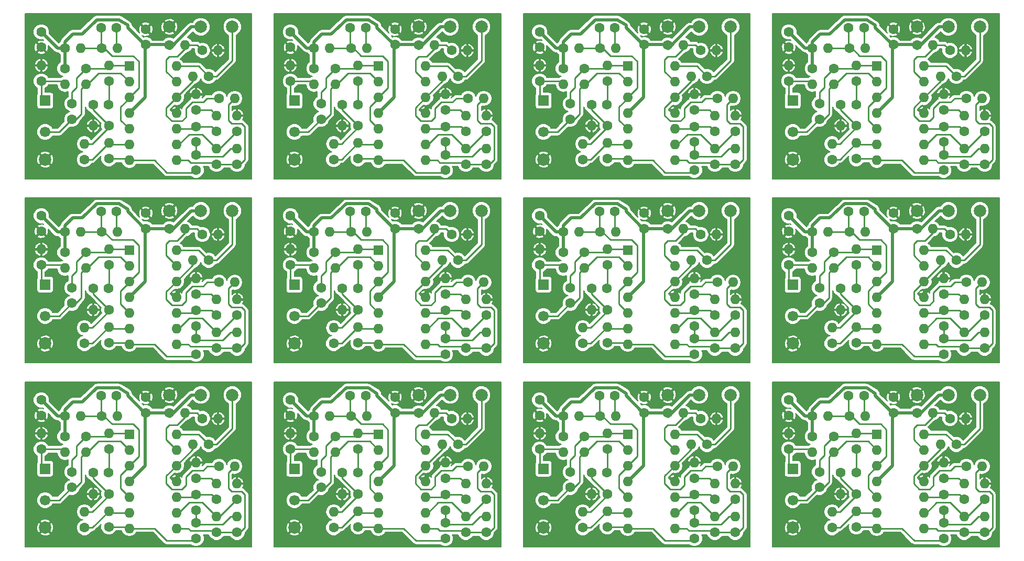
<source format=gbr>
G04 #@! TF.FileFunction,Copper,L2,Bot,Signal*
%FSLAX46Y46*%
G04 Gerber Fmt 4.6, Leading zero omitted, Abs format (unit mm)*
G04 Created by KiCad (PCBNEW 4.0.6-e0-6349~53~ubuntu16.04.1) date Mon Mar 13 12:37:26 2017*
%MOMM*%
%LPD*%
G01*
G04 APERTURE LIST*
%ADD10C,0.100000*%
%ADD11C,1.600000*%
%ADD12O,1.600000X1.600000*%
%ADD13R,1.600000X1.600000*%
%ADD14C,1.998980*%
%ADD15C,1.700000*%
%ADD16R,1.700000X1.700000*%
%ADD17C,0.250000*%
%ADD18C,0.500000*%
%ADD19C,0.200000*%
G04 APERTURE END LIST*
D10*
D11*
X141599920Y-88379300D03*
X141599920Y-90879300D03*
X136646920Y-79235300D03*
X136646920Y-76735300D03*
X145028920Y-88506300D03*
X147528920Y-88506300D03*
X163697920Y-83934300D03*
D12*
X161157920Y-83934300D03*
D11*
X162681920Y-79743300D03*
D12*
X165221920Y-79743300D03*
D11*
X157347920Y-78854300D03*
D12*
X159887920Y-78854300D03*
D11*
X165348920Y-87490300D03*
D12*
X167888920Y-87490300D03*
D11*
X164967920Y-98158300D03*
D12*
X164967920Y-95618300D03*
D11*
X168269920Y-92824300D03*
D12*
X168269920Y-90284300D03*
D11*
X161665920Y-89395300D03*
D12*
X161665920Y-86855300D03*
D11*
X164967920Y-92824300D03*
D12*
X164967920Y-90284300D03*
D11*
X168269920Y-98158300D03*
D12*
X168269920Y-95618300D03*
D11*
X147568920Y-97269300D03*
D12*
X147568920Y-94729300D03*
D11*
X143631920Y-97396300D03*
D12*
X143631920Y-94856300D03*
D11*
X147568920Y-91935300D03*
D12*
X145028920Y-91935300D03*
D11*
X147568920Y-84696300D03*
D12*
X147568920Y-82156300D03*
D11*
X143885920Y-82664300D03*
D12*
X143885920Y-85204300D03*
D11*
X146425920Y-79362300D03*
D12*
X148965920Y-79362300D03*
D11*
X140456920Y-79362300D03*
D12*
X142996920Y-79362300D03*
D11*
X136646920Y-84696300D03*
D12*
X136646920Y-82156300D03*
D11*
X140456920Y-82664300D03*
D12*
X140456920Y-85204300D03*
D13*
X150870920Y-82283300D03*
D12*
X158490920Y-97523300D03*
X150870920Y-84823300D03*
X158490920Y-94983300D03*
X150870920Y-87363300D03*
X158490920Y-92443300D03*
X150870920Y-89903300D03*
X158490920Y-89903300D03*
X150870920Y-92443300D03*
X158490920Y-87363300D03*
X150870920Y-94983300D03*
X158490920Y-84823300D03*
X150870920Y-97523300D03*
X158490920Y-82283300D03*
D14*
X157347920Y-75933300D03*
X162427920Y-75933300D03*
X137281920Y-97396300D03*
X167507920Y-75933300D03*
D15*
X137281920Y-92951300D03*
D16*
X137281920Y-87871300D03*
D11*
X161665920Y-92062300D03*
X161665920Y-94562300D03*
X153537920Y-76314300D03*
X153537920Y-78814300D03*
X146298920Y-76060300D03*
X148798920Y-76060300D03*
X161665920Y-96634300D03*
X161665920Y-99134300D03*
X121409460Y-96634300D03*
X121409460Y-99134300D03*
X106042460Y-76060300D03*
X108542460Y-76060300D03*
X113281460Y-76314300D03*
X113281460Y-78814300D03*
X121409460Y-92062300D03*
X121409460Y-94562300D03*
D15*
X97025460Y-92951300D03*
D16*
X97025460Y-87871300D03*
D14*
X127251460Y-75933300D03*
X97025460Y-97396300D03*
X122171460Y-75933300D03*
X117091460Y-75933300D03*
D13*
X110614460Y-82283300D03*
D12*
X118234460Y-97523300D03*
X110614460Y-84823300D03*
X118234460Y-94983300D03*
X110614460Y-87363300D03*
X118234460Y-92443300D03*
X110614460Y-89903300D03*
X118234460Y-89903300D03*
X110614460Y-92443300D03*
X118234460Y-87363300D03*
X110614460Y-94983300D03*
X118234460Y-84823300D03*
X110614460Y-97523300D03*
X118234460Y-82283300D03*
D11*
X100200460Y-82664300D03*
D12*
X100200460Y-85204300D03*
D11*
X96390460Y-84696300D03*
D12*
X96390460Y-82156300D03*
D11*
X100200460Y-79362300D03*
D12*
X102740460Y-79362300D03*
D11*
X106169460Y-79362300D03*
D12*
X108709460Y-79362300D03*
D11*
X103629460Y-82664300D03*
D12*
X103629460Y-85204300D03*
D11*
X107312460Y-84696300D03*
D12*
X107312460Y-82156300D03*
D11*
X107312460Y-91935300D03*
D12*
X104772460Y-91935300D03*
D11*
X103375460Y-97396300D03*
D12*
X103375460Y-94856300D03*
D11*
X107312460Y-97269300D03*
D12*
X107312460Y-94729300D03*
D11*
X128013460Y-98158300D03*
D12*
X128013460Y-95618300D03*
D11*
X124711460Y-92824300D03*
D12*
X124711460Y-90284300D03*
D11*
X121409460Y-89395300D03*
D12*
X121409460Y-86855300D03*
D11*
X128013460Y-92824300D03*
D12*
X128013460Y-90284300D03*
D11*
X124711460Y-98158300D03*
D12*
X124711460Y-95618300D03*
D11*
X125092460Y-87490300D03*
D12*
X127632460Y-87490300D03*
D11*
X117091460Y-78854300D03*
D12*
X119631460Y-78854300D03*
D11*
X122425460Y-79743300D03*
D12*
X124965460Y-79743300D03*
D11*
X123441460Y-83934300D03*
D12*
X120901460Y-83934300D03*
D11*
X104772460Y-88506300D03*
X107272460Y-88506300D03*
X96390460Y-79235300D03*
X96390460Y-76735300D03*
X101343460Y-88379300D03*
X101343460Y-90879300D03*
X61087000Y-88379300D03*
X61087000Y-90879300D03*
X56134000Y-79235300D03*
X56134000Y-76735300D03*
X64516000Y-88506300D03*
X67016000Y-88506300D03*
X83185000Y-83934300D03*
D12*
X80645000Y-83934300D03*
D11*
X82169000Y-79743300D03*
D12*
X84709000Y-79743300D03*
D11*
X76835000Y-78854300D03*
D12*
X79375000Y-78854300D03*
D11*
X84836000Y-87490300D03*
D12*
X87376000Y-87490300D03*
D11*
X84455000Y-98158300D03*
D12*
X84455000Y-95618300D03*
D11*
X87757000Y-92824300D03*
D12*
X87757000Y-90284300D03*
D11*
X81153000Y-89395300D03*
D12*
X81153000Y-86855300D03*
D11*
X84455000Y-92824300D03*
D12*
X84455000Y-90284300D03*
D11*
X87757000Y-98158300D03*
D12*
X87757000Y-95618300D03*
D11*
X67056000Y-97269300D03*
D12*
X67056000Y-94729300D03*
D11*
X63119000Y-97396300D03*
D12*
X63119000Y-94856300D03*
D11*
X67056000Y-91935300D03*
D12*
X64516000Y-91935300D03*
D11*
X67056000Y-84696300D03*
D12*
X67056000Y-82156300D03*
D11*
X63373000Y-82664300D03*
D12*
X63373000Y-85204300D03*
D11*
X65913000Y-79362300D03*
D12*
X68453000Y-79362300D03*
D11*
X59944000Y-79362300D03*
D12*
X62484000Y-79362300D03*
D11*
X56134000Y-84696300D03*
D12*
X56134000Y-82156300D03*
D11*
X59944000Y-82664300D03*
D12*
X59944000Y-85204300D03*
D13*
X70358000Y-82283300D03*
D12*
X77978000Y-97523300D03*
X70358000Y-84823300D03*
X77978000Y-94983300D03*
X70358000Y-87363300D03*
X77978000Y-92443300D03*
X70358000Y-89903300D03*
X77978000Y-89903300D03*
X70358000Y-92443300D03*
X77978000Y-87363300D03*
X70358000Y-94983300D03*
X77978000Y-84823300D03*
X70358000Y-97523300D03*
X77978000Y-82283300D03*
D14*
X76835000Y-75933300D03*
X81915000Y-75933300D03*
X56769000Y-97396300D03*
X86995000Y-75933300D03*
D15*
X56769000Y-92951300D03*
D16*
X56769000Y-87871300D03*
D11*
X81153000Y-92062300D03*
X81153000Y-94562300D03*
X73025000Y-76314300D03*
X73025000Y-78814300D03*
X65786000Y-76060300D03*
X68286000Y-76060300D03*
X81153000Y-96634300D03*
X81153000Y-99134300D03*
X40894000Y-96634300D03*
X40894000Y-99134300D03*
X25527000Y-76060300D03*
X28027000Y-76060300D03*
X32766000Y-76314300D03*
X32766000Y-78814300D03*
X40894000Y-92062300D03*
X40894000Y-94562300D03*
D15*
X16510000Y-92951300D03*
D16*
X16510000Y-87871300D03*
D14*
X46736000Y-75933300D03*
X16510000Y-97396300D03*
X41656000Y-75933300D03*
X36576000Y-75933300D03*
D13*
X30099000Y-82283300D03*
D12*
X37719000Y-97523300D03*
X30099000Y-84823300D03*
X37719000Y-94983300D03*
X30099000Y-87363300D03*
X37719000Y-92443300D03*
X30099000Y-89903300D03*
X37719000Y-89903300D03*
X30099000Y-92443300D03*
X37719000Y-87363300D03*
X30099000Y-94983300D03*
X37719000Y-84823300D03*
X30099000Y-97523300D03*
X37719000Y-82283300D03*
D11*
X19685000Y-82664300D03*
D12*
X19685000Y-85204300D03*
D11*
X15875000Y-84696300D03*
D12*
X15875000Y-82156300D03*
D11*
X19685000Y-79362300D03*
D12*
X22225000Y-79362300D03*
D11*
X25654000Y-79362300D03*
D12*
X28194000Y-79362300D03*
D11*
X23114000Y-82664300D03*
D12*
X23114000Y-85204300D03*
D11*
X26797000Y-84696300D03*
D12*
X26797000Y-82156300D03*
D11*
X26797000Y-91935300D03*
D12*
X24257000Y-91935300D03*
D11*
X22860000Y-97396300D03*
D12*
X22860000Y-94856300D03*
D11*
X26797000Y-97269300D03*
D12*
X26797000Y-94729300D03*
D11*
X47498000Y-98158300D03*
D12*
X47498000Y-95618300D03*
D11*
X44196000Y-92824300D03*
D12*
X44196000Y-90284300D03*
D11*
X40894000Y-89395300D03*
D12*
X40894000Y-86855300D03*
D11*
X47498000Y-92824300D03*
D12*
X47498000Y-90284300D03*
D11*
X44196000Y-98158300D03*
D12*
X44196000Y-95618300D03*
D11*
X44577000Y-87490300D03*
D12*
X47117000Y-87490300D03*
D11*
X36576000Y-78854300D03*
D12*
X39116000Y-78854300D03*
D11*
X41910000Y-79743300D03*
D12*
X44450000Y-79743300D03*
D11*
X42926000Y-83934300D03*
D12*
X40386000Y-83934300D03*
D11*
X24257000Y-88506300D03*
X26757000Y-88506300D03*
X15875000Y-79235300D03*
X15875000Y-76735300D03*
X20828000Y-88379300D03*
X20828000Y-90879300D03*
X20828000Y-58592720D03*
X20828000Y-61092720D03*
X15875000Y-49448720D03*
X15875000Y-46948720D03*
X24257000Y-58719720D03*
X26757000Y-58719720D03*
X42926000Y-54147720D03*
D12*
X40386000Y-54147720D03*
D11*
X41910000Y-49956720D03*
D12*
X44450000Y-49956720D03*
D11*
X36576000Y-49067720D03*
D12*
X39116000Y-49067720D03*
D11*
X44577000Y-57703720D03*
D12*
X47117000Y-57703720D03*
D11*
X44196000Y-68371720D03*
D12*
X44196000Y-65831720D03*
D11*
X47498000Y-63037720D03*
D12*
X47498000Y-60497720D03*
D11*
X40894000Y-59608720D03*
D12*
X40894000Y-57068720D03*
D11*
X44196000Y-63037720D03*
D12*
X44196000Y-60497720D03*
D11*
X47498000Y-68371720D03*
D12*
X47498000Y-65831720D03*
D11*
X26797000Y-67482720D03*
D12*
X26797000Y-64942720D03*
D11*
X22860000Y-67609720D03*
D12*
X22860000Y-65069720D03*
D11*
X26797000Y-62148720D03*
D12*
X24257000Y-62148720D03*
D11*
X26797000Y-54909720D03*
D12*
X26797000Y-52369720D03*
D11*
X23114000Y-52877720D03*
D12*
X23114000Y-55417720D03*
D11*
X25654000Y-49575720D03*
D12*
X28194000Y-49575720D03*
D11*
X19685000Y-49575720D03*
D12*
X22225000Y-49575720D03*
D11*
X15875000Y-54909720D03*
D12*
X15875000Y-52369720D03*
D11*
X19685000Y-52877720D03*
D12*
X19685000Y-55417720D03*
D13*
X30099000Y-52496720D03*
D12*
X37719000Y-67736720D03*
X30099000Y-55036720D03*
X37719000Y-65196720D03*
X30099000Y-57576720D03*
X37719000Y-62656720D03*
X30099000Y-60116720D03*
X37719000Y-60116720D03*
X30099000Y-62656720D03*
X37719000Y-57576720D03*
X30099000Y-65196720D03*
X37719000Y-55036720D03*
X30099000Y-67736720D03*
X37719000Y-52496720D03*
D14*
X36576000Y-46146720D03*
X41656000Y-46146720D03*
X16510000Y-67609720D03*
X46736000Y-46146720D03*
D15*
X16510000Y-63164720D03*
D16*
X16510000Y-58084720D03*
D11*
X40894000Y-62275720D03*
X40894000Y-64775720D03*
X32766000Y-46527720D03*
X32766000Y-49027720D03*
X25527000Y-46273720D03*
X28027000Y-46273720D03*
X40894000Y-66847720D03*
X40894000Y-69347720D03*
X81153000Y-66847720D03*
X81153000Y-69347720D03*
X65786000Y-46273720D03*
X68286000Y-46273720D03*
X73025000Y-46527720D03*
X73025000Y-49027720D03*
X81153000Y-62275720D03*
X81153000Y-64775720D03*
D15*
X56769000Y-63164720D03*
D16*
X56769000Y-58084720D03*
D14*
X86995000Y-46146720D03*
X56769000Y-67609720D03*
X81915000Y-46146720D03*
X76835000Y-46146720D03*
D13*
X70358000Y-52496720D03*
D12*
X77978000Y-67736720D03*
X70358000Y-55036720D03*
X77978000Y-65196720D03*
X70358000Y-57576720D03*
X77978000Y-62656720D03*
X70358000Y-60116720D03*
X77978000Y-60116720D03*
X70358000Y-62656720D03*
X77978000Y-57576720D03*
X70358000Y-65196720D03*
X77978000Y-55036720D03*
X70358000Y-67736720D03*
X77978000Y-52496720D03*
D11*
X59944000Y-52877720D03*
D12*
X59944000Y-55417720D03*
D11*
X56134000Y-54909720D03*
D12*
X56134000Y-52369720D03*
D11*
X59944000Y-49575720D03*
D12*
X62484000Y-49575720D03*
D11*
X65913000Y-49575720D03*
D12*
X68453000Y-49575720D03*
D11*
X63373000Y-52877720D03*
D12*
X63373000Y-55417720D03*
D11*
X67056000Y-54909720D03*
D12*
X67056000Y-52369720D03*
D11*
X67056000Y-62148720D03*
D12*
X64516000Y-62148720D03*
D11*
X63119000Y-67609720D03*
D12*
X63119000Y-65069720D03*
D11*
X67056000Y-67482720D03*
D12*
X67056000Y-64942720D03*
D11*
X87757000Y-68371720D03*
D12*
X87757000Y-65831720D03*
D11*
X84455000Y-63037720D03*
D12*
X84455000Y-60497720D03*
D11*
X81153000Y-59608720D03*
D12*
X81153000Y-57068720D03*
D11*
X87757000Y-63037720D03*
D12*
X87757000Y-60497720D03*
D11*
X84455000Y-68371720D03*
D12*
X84455000Y-65831720D03*
D11*
X84836000Y-57703720D03*
D12*
X87376000Y-57703720D03*
D11*
X76835000Y-49067720D03*
D12*
X79375000Y-49067720D03*
D11*
X82169000Y-49956720D03*
D12*
X84709000Y-49956720D03*
D11*
X83185000Y-54147720D03*
D12*
X80645000Y-54147720D03*
D11*
X64516000Y-58719720D03*
X67016000Y-58719720D03*
X56134000Y-49448720D03*
X56134000Y-46948720D03*
X61087000Y-58592720D03*
X61087000Y-61092720D03*
X101343460Y-58592720D03*
X101343460Y-61092720D03*
X96390460Y-49448720D03*
X96390460Y-46948720D03*
X104772460Y-58719720D03*
X107272460Y-58719720D03*
X123441460Y-54147720D03*
D12*
X120901460Y-54147720D03*
D11*
X122425460Y-49956720D03*
D12*
X124965460Y-49956720D03*
D11*
X117091460Y-49067720D03*
D12*
X119631460Y-49067720D03*
D11*
X125092460Y-57703720D03*
D12*
X127632460Y-57703720D03*
D11*
X124711460Y-68371720D03*
D12*
X124711460Y-65831720D03*
D11*
X128013460Y-63037720D03*
D12*
X128013460Y-60497720D03*
D11*
X121409460Y-59608720D03*
D12*
X121409460Y-57068720D03*
D11*
X124711460Y-63037720D03*
D12*
X124711460Y-60497720D03*
D11*
X128013460Y-68371720D03*
D12*
X128013460Y-65831720D03*
D11*
X107312460Y-67482720D03*
D12*
X107312460Y-64942720D03*
D11*
X103375460Y-67609720D03*
D12*
X103375460Y-65069720D03*
D11*
X107312460Y-62148720D03*
D12*
X104772460Y-62148720D03*
D11*
X107312460Y-54909720D03*
D12*
X107312460Y-52369720D03*
D11*
X103629460Y-52877720D03*
D12*
X103629460Y-55417720D03*
D11*
X106169460Y-49575720D03*
D12*
X108709460Y-49575720D03*
D11*
X100200460Y-49575720D03*
D12*
X102740460Y-49575720D03*
D11*
X96390460Y-54909720D03*
D12*
X96390460Y-52369720D03*
D11*
X100200460Y-52877720D03*
D12*
X100200460Y-55417720D03*
D13*
X110614460Y-52496720D03*
D12*
X118234460Y-67736720D03*
X110614460Y-55036720D03*
X118234460Y-65196720D03*
X110614460Y-57576720D03*
X118234460Y-62656720D03*
X110614460Y-60116720D03*
X118234460Y-60116720D03*
X110614460Y-62656720D03*
X118234460Y-57576720D03*
X110614460Y-65196720D03*
X118234460Y-55036720D03*
X110614460Y-67736720D03*
X118234460Y-52496720D03*
D14*
X117091460Y-46146720D03*
X122171460Y-46146720D03*
X97025460Y-67609720D03*
X127251460Y-46146720D03*
D15*
X97025460Y-63164720D03*
D16*
X97025460Y-58084720D03*
D11*
X121409460Y-62275720D03*
X121409460Y-64775720D03*
X113281460Y-46527720D03*
X113281460Y-49027720D03*
X106042460Y-46273720D03*
X108542460Y-46273720D03*
X121409460Y-66847720D03*
X121409460Y-69347720D03*
X161665920Y-66847720D03*
X161665920Y-69347720D03*
X146298920Y-46273720D03*
X148798920Y-46273720D03*
X153537920Y-46527720D03*
X153537920Y-49027720D03*
X161665920Y-62275720D03*
X161665920Y-64775720D03*
D15*
X137281920Y-63164720D03*
D16*
X137281920Y-58084720D03*
D14*
X167507920Y-46146720D03*
X137281920Y-67609720D03*
X162427920Y-46146720D03*
X157347920Y-46146720D03*
D13*
X150870920Y-52496720D03*
D12*
X158490920Y-67736720D03*
X150870920Y-55036720D03*
X158490920Y-65196720D03*
X150870920Y-57576720D03*
X158490920Y-62656720D03*
X150870920Y-60116720D03*
X158490920Y-60116720D03*
X150870920Y-62656720D03*
X158490920Y-57576720D03*
X150870920Y-65196720D03*
X158490920Y-55036720D03*
X150870920Y-67736720D03*
X158490920Y-52496720D03*
D11*
X140456920Y-52877720D03*
D12*
X140456920Y-55417720D03*
D11*
X136646920Y-54909720D03*
D12*
X136646920Y-52369720D03*
D11*
X140456920Y-49575720D03*
D12*
X142996920Y-49575720D03*
D11*
X146425920Y-49575720D03*
D12*
X148965920Y-49575720D03*
D11*
X143885920Y-52877720D03*
D12*
X143885920Y-55417720D03*
D11*
X147568920Y-54909720D03*
D12*
X147568920Y-52369720D03*
D11*
X147568920Y-62148720D03*
D12*
X145028920Y-62148720D03*
D11*
X143631920Y-67609720D03*
D12*
X143631920Y-65069720D03*
D11*
X147568920Y-67482720D03*
D12*
X147568920Y-64942720D03*
D11*
X168269920Y-68371720D03*
D12*
X168269920Y-65831720D03*
D11*
X164967920Y-63037720D03*
D12*
X164967920Y-60497720D03*
D11*
X161665920Y-59608720D03*
D12*
X161665920Y-57068720D03*
D11*
X168269920Y-63037720D03*
D12*
X168269920Y-60497720D03*
D11*
X164967920Y-68371720D03*
D12*
X164967920Y-65831720D03*
D11*
X165348920Y-57703720D03*
D12*
X167888920Y-57703720D03*
D11*
X157347920Y-49067720D03*
D12*
X159887920Y-49067720D03*
D11*
X162681920Y-49956720D03*
D12*
X165221920Y-49956720D03*
D11*
X163697920Y-54147720D03*
D12*
X161157920Y-54147720D03*
D11*
X145028920Y-58719720D03*
X147528920Y-58719720D03*
X136646920Y-49448720D03*
X136646920Y-46948720D03*
X141599920Y-58592720D03*
X141599920Y-61092720D03*
X141599920Y-28829000D03*
X141599920Y-31329000D03*
X136646920Y-19685000D03*
X136646920Y-17185000D03*
X145028920Y-28956000D03*
X147528920Y-28956000D03*
X163697920Y-24384000D03*
D12*
X161157920Y-24384000D03*
D11*
X162681920Y-20193000D03*
D12*
X165221920Y-20193000D03*
D11*
X157347920Y-19304000D03*
D12*
X159887920Y-19304000D03*
D11*
X165348920Y-27940000D03*
D12*
X167888920Y-27940000D03*
D11*
X164967920Y-38608000D03*
D12*
X164967920Y-36068000D03*
D11*
X168269920Y-33274000D03*
D12*
X168269920Y-30734000D03*
D11*
X161665920Y-29845000D03*
D12*
X161665920Y-27305000D03*
D11*
X164967920Y-33274000D03*
D12*
X164967920Y-30734000D03*
D11*
X168269920Y-38608000D03*
D12*
X168269920Y-36068000D03*
D11*
X147568920Y-37719000D03*
D12*
X147568920Y-35179000D03*
D11*
X143631920Y-37846000D03*
D12*
X143631920Y-35306000D03*
D11*
X147568920Y-32385000D03*
D12*
X145028920Y-32385000D03*
D11*
X147568920Y-25146000D03*
D12*
X147568920Y-22606000D03*
D11*
X143885920Y-23114000D03*
D12*
X143885920Y-25654000D03*
D11*
X146425920Y-19812000D03*
D12*
X148965920Y-19812000D03*
D11*
X140456920Y-19812000D03*
D12*
X142996920Y-19812000D03*
D11*
X136646920Y-25146000D03*
D12*
X136646920Y-22606000D03*
D11*
X140456920Y-23114000D03*
D12*
X140456920Y-25654000D03*
D13*
X150870920Y-22733000D03*
D12*
X158490920Y-37973000D03*
X150870920Y-25273000D03*
X158490920Y-35433000D03*
X150870920Y-27813000D03*
X158490920Y-32893000D03*
X150870920Y-30353000D03*
X158490920Y-30353000D03*
X150870920Y-32893000D03*
X158490920Y-27813000D03*
X150870920Y-35433000D03*
X158490920Y-25273000D03*
X150870920Y-37973000D03*
X158490920Y-22733000D03*
D14*
X157347920Y-16383000D03*
X162427920Y-16383000D03*
X137281920Y-37846000D03*
X167507920Y-16383000D03*
D15*
X137281920Y-33401000D03*
D16*
X137281920Y-28321000D03*
D11*
X161665920Y-32512000D03*
X161665920Y-35012000D03*
X153537920Y-16764000D03*
X153537920Y-19264000D03*
X146298920Y-16510000D03*
X148798920Y-16510000D03*
X161665920Y-37084000D03*
X161665920Y-39584000D03*
X121409460Y-37084000D03*
X121409460Y-39584000D03*
X106042460Y-16510000D03*
X108542460Y-16510000D03*
X113281460Y-16764000D03*
X113281460Y-19264000D03*
X121409460Y-32512000D03*
X121409460Y-35012000D03*
D15*
X97025460Y-33401000D03*
D16*
X97025460Y-28321000D03*
D14*
X127251460Y-16383000D03*
X97025460Y-37846000D03*
X122171460Y-16383000D03*
X117091460Y-16383000D03*
D13*
X110614460Y-22733000D03*
D12*
X118234460Y-37973000D03*
X110614460Y-25273000D03*
X118234460Y-35433000D03*
X110614460Y-27813000D03*
X118234460Y-32893000D03*
X110614460Y-30353000D03*
X118234460Y-30353000D03*
X110614460Y-32893000D03*
X118234460Y-27813000D03*
X110614460Y-35433000D03*
X118234460Y-25273000D03*
X110614460Y-37973000D03*
X118234460Y-22733000D03*
D11*
X100200460Y-23114000D03*
D12*
X100200460Y-25654000D03*
D11*
X96390460Y-25146000D03*
D12*
X96390460Y-22606000D03*
D11*
X100200460Y-19812000D03*
D12*
X102740460Y-19812000D03*
D11*
X106169460Y-19812000D03*
D12*
X108709460Y-19812000D03*
D11*
X103629460Y-23114000D03*
D12*
X103629460Y-25654000D03*
D11*
X107312460Y-25146000D03*
D12*
X107312460Y-22606000D03*
D11*
X107312460Y-32385000D03*
D12*
X104772460Y-32385000D03*
D11*
X103375460Y-37846000D03*
D12*
X103375460Y-35306000D03*
D11*
X107312460Y-37719000D03*
D12*
X107312460Y-35179000D03*
D11*
X128013460Y-38608000D03*
D12*
X128013460Y-36068000D03*
D11*
X124711460Y-33274000D03*
D12*
X124711460Y-30734000D03*
D11*
X121409460Y-29845000D03*
D12*
X121409460Y-27305000D03*
D11*
X128013460Y-33274000D03*
D12*
X128013460Y-30734000D03*
D11*
X124711460Y-38608000D03*
D12*
X124711460Y-36068000D03*
D11*
X125092460Y-27940000D03*
D12*
X127632460Y-27940000D03*
D11*
X117091460Y-19304000D03*
D12*
X119631460Y-19304000D03*
D11*
X122425460Y-20193000D03*
D12*
X124965460Y-20193000D03*
D11*
X123441460Y-24384000D03*
D12*
X120901460Y-24384000D03*
D11*
X104772460Y-28956000D03*
X107272460Y-28956000D03*
X96390460Y-19685000D03*
X96390460Y-17185000D03*
X101343460Y-28829000D03*
X101343460Y-31329000D03*
X61087000Y-28829000D03*
X61087000Y-31329000D03*
X56134000Y-19685000D03*
X56134000Y-17185000D03*
X64516000Y-28956000D03*
X67016000Y-28956000D03*
X83185000Y-24384000D03*
D12*
X80645000Y-24384000D03*
D11*
X82169000Y-20193000D03*
D12*
X84709000Y-20193000D03*
D11*
X76835000Y-19304000D03*
D12*
X79375000Y-19304000D03*
D11*
X84836000Y-27940000D03*
D12*
X87376000Y-27940000D03*
D11*
X84455000Y-38608000D03*
D12*
X84455000Y-36068000D03*
D11*
X87757000Y-33274000D03*
D12*
X87757000Y-30734000D03*
D11*
X81153000Y-29845000D03*
D12*
X81153000Y-27305000D03*
D11*
X84455000Y-33274000D03*
D12*
X84455000Y-30734000D03*
D11*
X87757000Y-38608000D03*
D12*
X87757000Y-36068000D03*
D11*
X67056000Y-37719000D03*
D12*
X67056000Y-35179000D03*
D11*
X63119000Y-37846000D03*
D12*
X63119000Y-35306000D03*
D11*
X67056000Y-32385000D03*
D12*
X64516000Y-32385000D03*
D11*
X67056000Y-25146000D03*
D12*
X67056000Y-22606000D03*
D11*
X63373000Y-23114000D03*
D12*
X63373000Y-25654000D03*
D11*
X65913000Y-19812000D03*
D12*
X68453000Y-19812000D03*
D11*
X59944000Y-19812000D03*
D12*
X62484000Y-19812000D03*
D11*
X56134000Y-25146000D03*
D12*
X56134000Y-22606000D03*
D11*
X59944000Y-23114000D03*
D12*
X59944000Y-25654000D03*
D13*
X70358000Y-22733000D03*
D12*
X77978000Y-37973000D03*
X70358000Y-25273000D03*
X77978000Y-35433000D03*
X70358000Y-27813000D03*
X77978000Y-32893000D03*
X70358000Y-30353000D03*
X77978000Y-30353000D03*
X70358000Y-32893000D03*
X77978000Y-27813000D03*
X70358000Y-35433000D03*
X77978000Y-25273000D03*
X70358000Y-37973000D03*
X77978000Y-22733000D03*
D14*
X76835000Y-16383000D03*
X81915000Y-16383000D03*
X56769000Y-37846000D03*
X86995000Y-16383000D03*
D15*
X56769000Y-33401000D03*
D16*
X56769000Y-28321000D03*
D11*
X81153000Y-32512000D03*
X81153000Y-35012000D03*
X73025000Y-16764000D03*
X73025000Y-19264000D03*
X65786000Y-16510000D03*
X68286000Y-16510000D03*
X81153000Y-37084000D03*
X81153000Y-39584000D03*
X40894000Y-37084000D03*
X40894000Y-39584000D03*
X25527000Y-16510000D03*
X28027000Y-16510000D03*
X32766000Y-16764000D03*
X32766000Y-19264000D03*
X40894000Y-32512000D03*
X40894000Y-35012000D03*
D15*
X16510000Y-33401000D03*
D16*
X16510000Y-28321000D03*
D14*
X46736000Y-16383000D03*
X16510000Y-37846000D03*
X41656000Y-16383000D03*
X36576000Y-16383000D03*
D13*
X30099000Y-22733000D03*
D12*
X37719000Y-37973000D03*
X30099000Y-25273000D03*
X37719000Y-35433000D03*
X30099000Y-27813000D03*
X37719000Y-32893000D03*
X30099000Y-30353000D03*
X37719000Y-30353000D03*
X30099000Y-32893000D03*
X37719000Y-27813000D03*
X30099000Y-35433000D03*
X37719000Y-25273000D03*
X30099000Y-37973000D03*
X37719000Y-22733000D03*
D11*
X19685000Y-23114000D03*
D12*
X19685000Y-25654000D03*
D11*
X15875000Y-25146000D03*
D12*
X15875000Y-22606000D03*
D11*
X19685000Y-19812000D03*
D12*
X22225000Y-19812000D03*
D11*
X25654000Y-19812000D03*
D12*
X28194000Y-19812000D03*
D11*
X23114000Y-23114000D03*
D12*
X23114000Y-25654000D03*
D11*
X26797000Y-25146000D03*
D12*
X26797000Y-22606000D03*
D11*
X26797000Y-32385000D03*
D12*
X24257000Y-32385000D03*
D11*
X22860000Y-37846000D03*
D12*
X22860000Y-35306000D03*
D11*
X26797000Y-37719000D03*
D12*
X26797000Y-35179000D03*
D11*
X47498000Y-38608000D03*
D12*
X47498000Y-36068000D03*
D11*
X44196000Y-33274000D03*
D12*
X44196000Y-30734000D03*
D11*
X40894000Y-29845000D03*
D12*
X40894000Y-27305000D03*
D11*
X47498000Y-33274000D03*
D12*
X47498000Y-30734000D03*
D11*
X44196000Y-38608000D03*
D12*
X44196000Y-36068000D03*
D11*
X44577000Y-27940000D03*
D12*
X47117000Y-27940000D03*
D11*
X36576000Y-19304000D03*
D12*
X39116000Y-19304000D03*
D11*
X41910000Y-20193000D03*
D12*
X44450000Y-20193000D03*
D11*
X42926000Y-24384000D03*
D12*
X40386000Y-24384000D03*
D11*
X24257000Y-28956000D03*
X26757000Y-28956000D03*
X15875000Y-19685000D03*
X15875000Y-17185000D03*
X20828000Y-28829000D03*
X20828000Y-31329000D03*
D17*
X146298920Y-79108300D02*
X146425920Y-79235300D01*
X146298920Y-75679300D02*
X146298920Y-79108300D01*
X146298920Y-79362300D02*
X146425920Y-79235300D01*
X142996920Y-79362300D02*
X146298920Y-79362300D01*
X148076920Y-80632300D02*
X151505920Y-80632300D01*
X151505920Y-80632300D02*
X152394920Y-81521300D01*
X152394920Y-81521300D02*
X152394920Y-85839300D01*
X152394920Y-85839300D02*
X150870920Y-87363300D01*
X146679920Y-79235300D02*
X148076920Y-80632300D01*
X146425920Y-79235300D02*
X146679920Y-79235300D01*
X149473920Y-88887300D02*
X149473920Y-91046300D01*
X149473920Y-91046300D02*
X150870920Y-92443300D01*
X150870920Y-87490300D02*
X149473920Y-88887300D01*
X150870920Y-87363300D02*
X150870920Y-87490300D01*
X110614460Y-87363300D02*
X110614460Y-87490300D01*
X110614460Y-87490300D02*
X109217460Y-88887300D01*
X109217460Y-91046300D02*
X110614460Y-92443300D01*
X109217460Y-88887300D02*
X109217460Y-91046300D01*
X106169460Y-79235300D02*
X106423460Y-79235300D01*
X106423460Y-79235300D02*
X107820460Y-80632300D01*
X112138460Y-85839300D02*
X110614460Y-87363300D01*
X112138460Y-81521300D02*
X112138460Y-85839300D01*
X111249460Y-80632300D02*
X112138460Y-81521300D01*
X107820460Y-80632300D02*
X111249460Y-80632300D01*
X102740460Y-79362300D02*
X106042460Y-79362300D01*
X106042460Y-79362300D02*
X106169460Y-79235300D01*
X106042460Y-75679300D02*
X106042460Y-79108300D01*
X106042460Y-79108300D02*
X106169460Y-79235300D01*
X65786000Y-79108300D02*
X65913000Y-79235300D01*
X65786000Y-75679300D02*
X65786000Y-79108300D01*
X65786000Y-79362300D02*
X65913000Y-79235300D01*
X62484000Y-79362300D02*
X65786000Y-79362300D01*
X67564000Y-80632300D02*
X70993000Y-80632300D01*
X70993000Y-80632300D02*
X71882000Y-81521300D01*
X71882000Y-81521300D02*
X71882000Y-85839300D01*
X71882000Y-85839300D02*
X70358000Y-87363300D01*
X66167000Y-79235300D02*
X67564000Y-80632300D01*
X65913000Y-79235300D02*
X66167000Y-79235300D01*
X68961000Y-88887300D02*
X68961000Y-91046300D01*
X68961000Y-91046300D02*
X70358000Y-92443300D01*
X70358000Y-87490300D02*
X68961000Y-88887300D01*
X70358000Y-87363300D02*
X70358000Y-87490300D01*
X30099000Y-87363300D02*
X30099000Y-87490300D01*
X30099000Y-87490300D02*
X28702000Y-88887300D01*
X28702000Y-91046300D02*
X30099000Y-92443300D01*
X28702000Y-88887300D02*
X28702000Y-91046300D01*
X25654000Y-79235300D02*
X25908000Y-79235300D01*
X25908000Y-79235300D02*
X27305000Y-80632300D01*
X31623000Y-85839300D02*
X30099000Y-87363300D01*
X31623000Y-81521300D02*
X31623000Y-85839300D01*
X30734000Y-80632300D02*
X31623000Y-81521300D01*
X27305000Y-80632300D02*
X30734000Y-80632300D01*
X22225000Y-79362300D02*
X25527000Y-79362300D01*
X25527000Y-79362300D02*
X25654000Y-79235300D01*
X25527000Y-75679300D02*
X25527000Y-79108300D01*
X25527000Y-79108300D02*
X25654000Y-79235300D01*
X25527000Y-49321720D02*
X25654000Y-49448720D01*
X25527000Y-45892720D02*
X25527000Y-49321720D01*
X25527000Y-49575720D02*
X25654000Y-49448720D01*
X22225000Y-49575720D02*
X25527000Y-49575720D01*
X27305000Y-50845720D02*
X30734000Y-50845720D01*
X30734000Y-50845720D02*
X31623000Y-51734720D01*
X31623000Y-51734720D02*
X31623000Y-56052720D01*
X31623000Y-56052720D02*
X30099000Y-57576720D01*
X25908000Y-49448720D02*
X27305000Y-50845720D01*
X25654000Y-49448720D02*
X25908000Y-49448720D01*
X28702000Y-59100720D02*
X28702000Y-61259720D01*
X28702000Y-61259720D02*
X30099000Y-62656720D01*
X30099000Y-57703720D02*
X28702000Y-59100720D01*
X30099000Y-57576720D02*
X30099000Y-57703720D01*
X70358000Y-57576720D02*
X70358000Y-57703720D01*
X70358000Y-57703720D02*
X68961000Y-59100720D01*
X68961000Y-61259720D02*
X70358000Y-62656720D01*
X68961000Y-59100720D02*
X68961000Y-61259720D01*
X65913000Y-49448720D02*
X66167000Y-49448720D01*
X66167000Y-49448720D02*
X67564000Y-50845720D01*
X71882000Y-56052720D02*
X70358000Y-57576720D01*
X71882000Y-51734720D02*
X71882000Y-56052720D01*
X70993000Y-50845720D02*
X71882000Y-51734720D01*
X67564000Y-50845720D02*
X70993000Y-50845720D01*
X62484000Y-49575720D02*
X65786000Y-49575720D01*
X65786000Y-49575720D02*
X65913000Y-49448720D01*
X65786000Y-45892720D02*
X65786000Y-49321720D01*
X65786000Y-49321720D02*
X65913000Y-49448720D01*
X106042460Y-49321720D02*
X106169460Y-49448720D01*
X106042460Y-45892720D02*
X106042460Y-49321720D01*
X106042460Y-49575720D02*
X106169460Y-49448720D01*
X102740460Y-49575720D02*
X106042460Y-49575720D01*
X107820460Y-50845720D02*
X111249460Y-50845720D01*
X111249460Y-50845720D02*
X112138460Y-51734720D01*
X112138460Y-51734720D02*
X112138460Y-56052720D01*
X112138460Y-56052720D02*
X110614460Y-57576720D01*
X106423460Y-49448720D02*
X107820460Y-50845720D01*
X106169460Y-49448720D02*
X106423460Y-49448720D01*
X109217460Y-59100720D02*
X109217460Y-61259720D01*
X109217460Y-61259720D02*
X110614460Y-62656720D01*
X110614460Y-57703720D02*
X109217460Y-59100720D01*
X110614460Y-57576720D02*
X110614460Y-57703720D01*
X150870920Y-57576720D02*
X150870920Y-57703720D01*
X150870920Y-57703720D02*
X149473920Y-59100720D01*
X149473920Y-61259720D02*
X150870920Y-62656720D01*
X149473920Y-59100720D02*
X149473920Y-61259720D01*
X146425920Y-49448720D02*
X146679920Y-49448720D01*
X146679920Y-49448720D02*
X148076920Y-50845720D01*
X152394920Y-56052720D02*
X150870920Y-57576720D01*
X152394920Y-51734720D02*
X152394920Y-56052720D01*
X151505920Y-50845720D02*
X152394920Y-51734720D01*
X148076920Y-50845720D02*
X151505920Y-50845720D01*
X142996920Y-49575720D02*
X146298920Y-49575720D01*
X146298920Y-49575720D02*
X146425920Y-49448720D01*
X146298920Y-45892720D02*
X146298920Y-49321720D01*
X146298920Y-49321720D02*
X146425920Y-49448720D01*
X146298920Y-19558000D02*
X146425920Y-19685000D01*
X146298920Y-16129000D02*
X146298920Y-19558000D01*
X146298920Y-19812000D02*
X146425920Y-19685000D01*
X142996920Y-19812000D02*
X146298920Y-19812000D01*
X148076920Y-21082000D02*
X151505920Y-21082000D01*
X151505920Y-21082000D02*
X152394920Y-21971000D01*
X152394920Y-21971000D02*
X152394920Y-26289000D01*
X152394920Y-26289000D02*
X150870920Y-27813000D01*
X146679920Y-19685000D02*
X148076920Y-21082000D01*
X146425920Y-19685000D02*
X146679920Y-19685000D01*
X149473920Y-29337000D02*
X149473920Y-31496000D01*
X149473920Y-31496000D02*
X150870920Y-32893000D01*
X150870920Y-27940000D02*
X149473920Y-29337000D01*
X150870920Y-27813000D02*
X150870920Y-27940000D01*
X110614460Y-27813000D02*
X110614460Y-27940000D01*
X110614460Y-27940000D02*
X109217460Y-29337000D01*
X109217460Y-31496000D02*
X110614460Y-32893000D01*
X109217460Y-29337000D02*
X109217460Y-31496000D01*
X106169460Y-19685000D02*
X106423460Y-19685000D01*
X106423460Y-19685000D02*
X107820460Y-21082000D01*
X112138460Y-26289000D02*
X110614460Y-27813000D01*
X112138460Y-21971000D02*
X112138460Y-26289000D01*
X111249460Y-21082000D02*
X112138460Y-21971000D01*
X107820460Y-21082000D02*
X111249460Y-21082000D01*
X102740460Y-19812000D02*
X106042460Y-19812000D01*
X106042460Y-19812000D02*
X106169460Y-19685000D01*
X106042460Y-16129000D02*
X106042460Y-19558000D01*
X106042460Y-19558000D02*
X106169460Y-19685000D01*
X65786000Y-19558000D02*
X65913000Y-19685000D01*
X65786000Y-16129000D02*
X65786000Y-19558000D01*
X65786000Y-19812000D02*
X65913000Y-19685000D01*
X62484000Y-19812000D02*
X65786000Y-19812000D01*
X67564000Y-21082000D02*
X70993000Y-21082000D01*
X70993000Y-21082000D02*
X71882000Y-21971000D01*
X71882000Y-21971000D02*
X71882000Y-26289000D01*
X71882000Y-26289000D02*
X70358000Y-27813000D01*
X66167000Y-19685000D02*
X67564000Y-21082000D01*
X65913000Y-19685000D02*
X66167000Y-19685000D01*
X68961000Y-29337000D02*
X68961000Y-31496000D01*
X68961000Y-31496000D02*
X70358000Y-32893000D01*
X70358000Y-27940000D02*
X68961000Y-29337000D01*
X70358000Y-27813000D02*
X70358000Y-27940000D01*
X30099000Y-27813000D02*
X30099000Y-27940000D01*
X30099000Y-27940000D02*
X28702000Y-29337000D01*
X28702000Y-31496000D02*
X30099000Y-32893000D01*
X28702000Y-29337000D02*
X28702000Y-31496000D01*
X25654000Y-19685000D02*
X25908000Y-19685000D01*
X25908000Y-19685000D02*
X27305000Y-21082000D01*
X31623000Y-26289000D02*
X30099000Y-27813000D01*
X31623000Y-21971000D02*
X31623000Y-26289000D01*
X30734000Y-21082000D02*
X31623000Y-21971000D01*
X27305000Y-21082000D02*
X30734000Y-21082000D01*
X22225000Y-19812000D02*
X25527000Y-19812000D01*
X25527000Y-19812000D02*
X25654000Y-19685000D01*
X25527000Y-16129000D02*
X25527000Y-19558000D01*
X25527000Y-19558000D02*
X25654000Y-19685000D01*
D18*
X161030920Y-86855300D02*
X161665920Y-86855300D01*
X158490920Y-89395300D02*
X161030920Y-86855300D01*
X158490920Y-89903300D02*
X158490920Y-89395300D01*
X158236920Y-89903300D02*
X157728920Y-89395300D01*
X158490920Y-89903300D02*
X158236920Y-89903300D01*
X118234460Y-89903300D02*
X117980460Y-89903300D01*
X117980460Y-89903300D02*
X117472460Y-89395300D01*
X118234460Y-89903300D02*
X118234460Y-89395300D01*
X118234460Y-89395300D02*
X120774460Y-86855300D01*
X120774460Y-86855300D02*
X121409460Y-86855300D01*
X80518000Y-86855300D02*
X81153000Y-86855300D01*
X77978000Y-89395300D02*
X80518000Y-86855300D01*
X77978000Y-89903300D02*
X77978000Y-89395300D01*
X77724000Y-89903300D02*
X77216000Y-89395300D01*
X77978000Y-89903300D02*
X77724000Y-89903300D01*
X37719000Y-89903300D02*
X37465000Y-89903300D01*
X37465000Y-89903300D02*
X36957000Y-89395300D01*
X37719000Y-89903300D02*
X37719000Y-89395300D01*
X37719000Y-89395300D02*
X40259000Y-86855300D01*
X40259000Y-86855300D02*
X40894000Y-86855300D01*
X40259000Y-57068720D02*
X40894000Y-57068720D01*
X37719000Y-59608720D02*
X40259000Y-57068720D01*
X37719000Y-60116720D02*
X37719000Y-59608720D01*
X37465000Y-60116720D02*
X36957000Y-59608720D01*
X37719000Y-60116720D02*
X37465000Y-60116720D01*
X77978000Y-60116720D02*
X77724000Y-60116720D01*
X77724000Y-60116720D02*
X77216000Y-59608720D01*
X77978000Y-60116720D02*
X77978000Y-59608720D01*
X77978000Y-59608720D02*
X80518000Y-57068720D01*
X80518000Y-57068720D02*
X81153000Y-57068720D01*
X120774460Y-57068720D02*
X121409460Y-57068720D01*
X118234460Y-59608720D02*
X120774460Y-57068720D01*
X118234460Y-60116720D02*
X118234460Y-59608720D01*
X117980460Y-60116720D02*
X117472460Y-59608720D01*
X118234460Y-60116720D02*
X117980460Y-60116720D01*
X158490920Y-60116720D02*
X158236920Y-60116720D01*
X158236920Y-60116720D02*
X157728920Y-59608720D01*
X158490920Y-60116720D02*
X158490920Y-59608720D01*
X158490920Y-59608720D02*
X161030920Y-57068720D01*
X161030920Y-57068720D02*
X161665920Y-57068720D01*
X161030920Y-27305000D02*
X161665920Y-27305000D01*
X158490920Y-29845000D02*
X161030920Y-27305000D01*
X158490920Y-30353000D02*
X158490920Y-29845000D01*
X158236920Y-30353000D02*
X157728920Y-29845000D01*
X158490920Y-30353000D02*
X158236920Y-30353000D01*
X118234460Y-30353000D02*
X117980460Y-30353000D01*
X117980460Y-30353000D02*
X117472460Y-29845000D01*
X118234460Y-30353000D02*
X118234460Y-29845000D01*
X118234460Y-29845000D02*
X120774460Y-27305000D01*
X120774460Y-27305000D02*
X121409460Y-27305000D01*
X80518000Y-27305000D02*
X81153000Y-27305000D01*
X77978000Y-29845000D02*
X80518000Y-27305000D01*
X77978000Y-30353000D02*
X77978000Y-29845000D01*
X77724000Y-30353000D02*
X77216000Y-29845000D01*
X77978000Y-30353000D02*
X77724000Y-30353000D01*
X37719000Y-30353000D02*
X37465000Y-30353000D01*
X37465000Y-30353000D02*
X36957000Y-29845000D01*
X37719000Y-30353000D02*
X37719000Y-29845000D01*
X37719000Y-29845000D02*
X40259000Y-27305000D01*
X40259000Y-27305000D02*
X40894000Y-27305000D01*
X153410920Y-87363300D02*
X150870920Y-89903300D01*
X153410920Y-78941300D02*
X153410920Y-87363300D01*
X153537920Y-78814300D02*
X153410920Y-78941300D01*
X157387920Y-78814300D02*
X153537920Y-78814300D01*
X160903920Y-75933300D02*
X157387920Y-79449300D01*
X162427920Y-75933300D02*
X160903920Y-75933300D01*
X139273920Y-79362300D02*
X136646920Y-76735300D01*
X140456920Y-79362300D02*
X139273920Y-79362300D01*
X140456920Y-79362300D02*
X140456920Y-82664300D01*
X150616920Y-76060300D02*
X150616920Y-75679300D01*
X150616920Y-75679300D02*
X149219920Y-74790300D01*
X149219920Y-74790300D02*
X145663920Y-74790300D01*
X145663920Y-74790300D02*
X143250920Y-77076300D01*
X143250920Y-77076300D02*
X141726920Y-77076300D01*
X141726920Y-77076300D02*
X140456920Y-78346300D01*
X140456920Y-78346300D02*
X140456920Y-79362300D01*
X153370920Y-78814300D02*
X150616920Y-76060300D01*
X153537920Y-78814300D02*
X153370920Y-78814300D01*
X113281460Y-78814300D02*
X113114460Y-78814300D01*
X113114460Y-78814300D02*
X110360460Y-76060300D01*
X100200460Y-78346300D02*
X100200460Y-79362300D01*
X101470460Y-77076300D02*
X100200460Y-78346300D01*
X102994460Y-77076300D02*
X101470460Y-77076300D01*
X105407460Y-74790300D02*
X102994460Y-77076300D01*
X108963460Y-74790300D02*
X105407460Y-74790300D01*
X110360460Y-75679300D02*
X108963460Y-74790300D01*
X110360460Y-76060300D02*
X110360460Y-75679300D01*
X100200460Y-79362300D02*
X100200460Y-82664300D01*
X100200460Y-79362300D02*
X99017460Y-79362300D01*
X99017460Y-79362300D02*
X96390460Y-76735300D01*
X122171460Y-75933300D02*
X120647460Y-75933300D01*
X120647460Y-75933300D02*
X117131460Y-79449300D01*
X117131460Y-78814300D02*
X113281460Y-78814300D01*
X113281460Y-78814300D02*
X113154460Y-78941300D01*
X113154460Y-78941300D02*
X113154460Y-87363300D01*
X113154460Y-87363300D02*
X110614460Y-89903300D01*
X72898000Y-87363300D02*
X70358000Y-89903300D01*
X72898000Y-78941300D02*
X72898000Y-87363300D01*
X73025000Y-78814300D02*
X72898000Y-78941300D01*
X76875000Y-78814300D02*
X73025000Y-78814300D01*
X80391000Y-75933300D02*
X76875000Y-79449300D01*
X81915000Y-75933300D02*
X80391000Y-75933300D01*
X58761000Y-79362300D02*
X56134000Y-76735300D01*
X59944000Y-79362300D02*
X58761000Y-79362300D01*
X59944000Y-79362300D02*
X59944000Y-82664300D01*
X70104000Y-76060300D02*
X70104000Y-75679300D01*
X70104000Y-75679300D02*
X68707000Y-74790300D01*
X68707000Y-74790300D02*
X65151000Y-74790300D01*
X65151000Y-74790300D02*
X62738000Y-77076300D01*
X62738000Y-77076300D02*
X61214000Y-77076300D01*
X61214000Y-77076300D02*
X59944000Y-78346300D01*
X59944000Y-78346300D02*
X59944000Y-79362300D01*
X72858000Y-78814300D02*
X70104000Y-76060300D01*
X73025000Y-78814300D02*
X72858000Y-78814300D01*
X32766000Y-78814300D02*
X32599000Y-78814300D01*
X32599000Y-78814300D02*
X29845000Y-76060300D01*
X19685000Y-78346300D02*
X19685000Y-79362300D01*
X20955000Y-77076300D02*
X19685000Y-78346300D01*
X22479000Y-77076300D02*
X20955000Y-77076300D01*
X24892000Y-74790300D02*
X22479000Y-77076300D01*
X28448000Y-74790300D02*
X24892000Y-74790300D01*
X29845000Y-75679300D02*
X28448000Y-74790300D01*
X29845000Y-76060300D02*
X29845000Y-75679300D01*
X19685000Y-79362300D02*
X19685000Y-82664300D01*
X19685000Y-79362300D02*
X18502000Y-79362300D01*
X18502000Y-79362300D02*
X15875000Y-76735300D01*
X41656000Y-75933300D02*
X40132000Y-75933300D01*
X40132000Y-75933300D02*
X36616000Y-79449300D01*
X36616000Y-78814300D02*
X32766000Y-78814300D01*
X32766000Y-78814300D02*
X32639000Y-78941300D01*
X32639000Y-78941300D02*
X32639000Y-87363300D01*
X32639000Y-87363300D02*
X30099000Y-89903300D01*
X32639000Y-57576720D02*
X30099000Y-60116720D01*
X32639000Y-49154720D02*
X32639000Y-57576720D01*
X32766000Y-49027720D02*
X32639000Y-49154720D01*
X36616000Y-49027720D02*
X32766000Y-49027720D01*
X40132000Y-46146720D02*
X36616000Y-49662720D01*
X41656000Y-46146720D02*
X40132000Y-46146720D01*
X18502000Y-49575720D02*
X15875000Y-46948720D01*
X19685000Y-49575720D02*
X18502000Y-49575720D01*
X19685000Y-49575720D02*
X19685000Y-52877720D01*
X29845000Y-46273720D02*
X29845000Y-45892720D01*
X29845000Y-45892720D02*
X28448000Y-45003720D01*
X28448000Y-45003720D02*
X24892000Y-45003720D01*
X24892000Y-45003720D02*
X22479000Y-47289720D01*
X22479000Y-47289720D02*
X20955000Y-47289720D01*
X20955000Y-47289720D02*
X19685000Y-48559720D01*
X19685000Y-48559720D02*
X19685000Y-49575720D01*
X32599000Y-49027720D02*
X29845000Y-46273720D01*
X32766000Y-49027720D02*
X32599000Y-49027720D01*
X73025000Y-49027720D02*
X72858000Y-49027720D01*
X72858000Y-49027720D02*
X70104000Y-46273720D01*
X59944000Y-48559720D02*
X59944000Y-49575720D01*
X61214000Y-47289720D02*
X59944000Y-48559720D01*
X62738000Y-47289720D02*
X61214000Y-47289720D01*
X65151000Y-45003720D02*
X62738000Y-47289720D01*
X68707000Y-45003720D02*
X65151000Y-45003720D01*
X70104000Y-45892720D02*
X68707000Y-45003720D01*
X70104000Y-46273720D02*
X70104000Y-45892720D01*
X59944000Y-49575720D02*
X59944000Y-52877720D01*
X59944000Y-49575720D02*
X58761000Y-49575720D01*
X58761000Y-49575720D02*
X56134000Y-46948720D01*
X81915000Y-46146720D02*
X80391000Y-46146720D01*
X80391000Y-46146720D02*
X76875000Y-49662720D01*
X76875000Y-49027720D02*
X73025000Y-49027720D01*
X73025000Y-49027720D02*
X72898000Y-49154720D01*
X72898000Y-49154720D02*
X72898000Y-57576720D01*
X72898000Y-57576720D02*
X70358000Y-60116720D01*
X113154460Y-57576720D02*
X110614460Y-60116720D01*
X113154460Y-49154720D02*
X113154460Y-57576720D01*
X113281460Y-49027720D02*
X113154460Y-49154720D01*
X117131460Y-49027720D02*
X113281460Y-49027720D01*
X120647460Y-46146720D02*
X117131460Y-49662720D01*
X122171460Y-46146720D02*
X120647460Y-46146720D01*
X99017460Y-49575720D02*
X96390460Y-46948720D01*
X100200460Y-49575720D02*
X99017460Y-49575720D01*
X100200460Y-49575720D02*
X100200460Y-52877720D01*
X110360460Y-46273720D02*
X110360460Y-45892720D01*
X110360460Y-45892720D02*
X108963460Y-45003720D01*
X108963460Y-45003720D02*
X105407460Y-45003720D01*
X105407460Y-45003720D02*
X102994460Y-47289720D01*
X102994460Y-47289720D02*
X101470460Y-47289720D01*
X101470460Y-47289720D02*
X100200460Y-48559720D01*
X100200460Y-48559720D02*
X100200460Y-49575720D01*
X113114460Y-49027720D02*
X110360460Y-46273720D01*
X113281460Y-49027720D02*
X113114460Y-49027720D01*
X153537920Y-49027720D02*
X153370920Y-49027720D01*
X153370920Y-49027720D02*
X150616920Y-46273720D01*
X140456920Y-48559720D02*
X140456920Y-49575720D01*
X141726920Y-47289720D02*
X140456920Y-48559720D01*
X143250920Y-47289720D02*
X141726920Y-47289720D01*
X145663920Y-45003720D02*
X143250920Y-47289720D01*
X149219920Y-45003720D02*
X145663920Y-45003720D01*
X150616920Y-45892720D02*
X149219920Y-45003720D01*
X150616920Y-46273720D02*
X150616920Y-45892720D01*
X140456920Y-49575720D02*
X140456920Y-52877720D01*
X140456920Y-49575720D02*
X139273920Y-49575720D01*
X139273920Y-49575720D02*
X136646920Y-46948720D01*
X162427920Y-46146720D02*
X160903920Y-46146720D01*
X160903920Y-46146720D02*
X157387920Y-49662720D01*
X157387920Y-49027720D02*
X153537920Y-49027720D01*
X153537920Y-49027720D02*
X153410920Y-49154720D01*
X153410920Y-49154720D02*
X153410920Y-57576720D01*
X153410920Y-57576720D02*
X150870920Y-60116720D01*
X153410920Y-27813000D02*
X150870920Y-30353000D01*
X153410920Y-19391000D02*
X153410920Y-27813000D01*
X153537920Y-19264000D02*
X153410920Y-19391000D01*
X157387920Y-19264000D02*
X153537920Y-19264000D01*
X160903920Y-16383000D02*
X157387920Y-19899000D01*
X162427920Y-16383000D02*
X160903920Y-16383000D01*
X139273920Y-19812000D02*
X136646920Y-17185000D01*
X140456920Y-19812000D02*
X139273920Y-19812000D01*
X140456920Y-19812000D02*
X140456920Y-23114000D01*
X150616920Y-16510000D02*
X150616920Y-16129000D01*
X150616920Y-16129000D02*
X149219920Y-15240000D01*
X149219920Y-15240000D02*
X145663920Y-15240000D01*
X145663920Y-15240000D02*
X143250920Y-17526000D01*
X143250920Y-17526000D02*
X141726920Y-17526000D01*
X141726920Y-17526000D02*
X140456920Y-18796000D01*
X140456920Y-18796000D02*
X140456920Y-19812000D01*
X153370920Y-19264000D02*
X150616920Y-16510000D01*
X153537920Y-19264000D02*
X153370920Y-19264000D01*
X113281460Y-19264000D02*
X113114460Y-19264000D01*
X113114460Y-19264000D02*
X110360460Y-16510000D01*
X100200460Y-18796000D02*
X100200460Y-19812000D01*
X101470460Y-17526000D02*
X100200460Y-18796000D01*
X102994460Y-17526000D02*
X101470460Y-17526000D01*
X105407460Y-15240000D02*
X102994460Y-17526000D01*
X108963460Y-15240000D02*
X105407460Y-15240000D01*
X110360460Y-16129000D02*
X108963460Y-15240000D01*
X110360460Y-16510000D02*
X110360460Y-16129000D01*
X100200460Y-19812000D02*
X100200460Y-23114000D01*
X100200460Y-19812000D02*
X99017460Y-19812000D01*
X99017460Y-19812000D02*
X96390460Y-17185000D01*
X122171460Y-16383000D02*
X120647460Y-16383000D01*
X120647460Y-16383000D02*
X117131460Y-19899000D01*
X117131460Y-19264000D02*
X113281460Y-19264000D01*
X113281460Y-19264000D02*
X113154460Y-19391000D01*
X113154460Y-19391000D02*
X113154460Y-27813000D01*
X113154460Y-27813000D02*
X110614460Y-30353000D01*
X72898000Y-27813000D02*
X70358000Y-30353000D01*
X72898000Y-19391000D02*
X72898000Y-27813000D01*
X73025000Y-19264000D02*
X72898000Y-19391000D01*
X76875000Y-19264000D02*
X73025000Y-19264000D01*
X80391000Y-16383000D02*
X76875000Y-19899000D01*
X81915000Y-16383000D02*
X80391000Y-16383000D01*
X58761000Y-19812000D02*
X56134000Y-17185000D01*
X59944000Y-19812000D02*
X58761000Y-19812000D01*
X59944000Y-19812000D02*
X59944000Y-23114000D01*
X70104000Y-16510000D02*
X70104000Y-16129000D01*
X70104000Y-16129000D02*
X68707000Y-15240000D01*
X68707000Y-15240000D02*
X65151000Y-15240000D01*
X65151000Y-15240000D02*
X62738000Y-17526000D01*
X62738000Y-17526000D02*
X61214000Y-17526000D01*
X61214000Y-17526000D02*
X59944000Y-18796000D01*
X59944000Y-18796000D02*
X59944000Y-19812000D01*
X72858000Y-19264000D02*
X70104000Y-16510000D01*
X73025000Y-19264000D02*
X72858000Y-19264000D01*
X32766000Y-19264000D02*
X32599000Y-19264000D01*
X32599000Y-19264000D02*
X29845000Y-16510000D01*
X19685000Y-18796000D02*
X19685000Y-19812000D01*
X20955000Y-17526000D02*
X19685000Y-18796000D01*
X22479000Y-17526000D02*
X20955000Y-17526000D01*
X24892000Y-15240000D02*
X22479000Y-17526000D01*
X28448000Y-15240000D02*
X24892000Y-15240000D01*
X29845000Y-16129000D02*
X28448000Y-15240000D01*
X29845000Y-16510000D02*
X29845000Y-16129000D01*
X19685000Y-19812000D02*
X19685000Y-23114000D01*
X19685000Y-19812000D02*
X18502000Y-19812000D01*
X18502000Y-19812000D02*
X15875000Y-17185000D01*
X41656000Y-16383000D02*
X40132000Y-16383000D01*
X40132000Y-16383000D02*
X36616000Y-19899000D01*
X36616000Y-19264000D02*
X32766000Y-19264000D01*
X32766000Y-19264000D02*
X32639000Y-19391000D01*
X32639000Y-19391000D02*
X32639000Y-27813000D01*
X32639000Y-27813000D02*
X30099000Y-30353000D01*
D17*
X145028920Y-89395300D02*
X147568920Y-91935300D01*
X145028920Y-88506300D02*
X145028920Y-89395300D01*
X144901920Y-94856300D02*
X143631920Y-94856300D01*
X147568920Y-92189300D02*
X144901920Y-94856300D01*
X147568920Y-91935300D02*
X147568920Y-92189300D01*
X107312460Y-91935300D02*
X107312460Y-92189300D01*
X107312460Y-92189300D02*
X104645460Y-94856300D01*
X104645460Y-94856300D02*
X103375460Y-94856300D01*
X104772460Y-88506300D02*
X104772460Y-89395300D01*
X104772460Y-89395300D02*
X107312460Y-91935300D01*
X64516000Y-89395300D02*
X67056000Y-91935300D01*
X64516000Y-88506300D02*
X64516000Y-89395300D01*
X64389000Y-94856300D02*
X63119000Y-94856300D01*
X67056000Y-92189300D02*
X64389000Y-94856300D01*
X67056000Y-91935300D02*
X67056000Y-92189300D01*
X26797000Y-91935300D02*
X26797000Y-92189300D01*
X26797000Y-92189300D02*
X24130000Y-94856300D01*
X24130000Y-94856300D02*
X22860000Y-94856300D01*
X24257000Y-88506300D02*
X24257000Y-89395300D01*
X24257000Y-89395300D02*
X26797000Y-91935300D01*
X24257000Y-59608720D02*
X26797000Y-62148720D01*
X24257000Y-58719720D02*
X24257000Y-59608720D01*
X24130000Y-65069720D02*
X22860000Y-65069720D01*
X26797000Y-62402720D02*
X24130000Y-65069720D01*
X26797000Y-62148720D02*
X26797000Y-62402720D01*
X67056000Y-62148720D02*
X67056000Y-62402720D01*
X67056000Y-62402720D02*
X64389000Y-65069720D01*
X64389000Y-65069720D02*
X63119000Y-65069720D01*
X64516000Y-58719720D02*
X64516000Y-59608720D01*
X64516000Y-59608720D02*
X67056000Y-62148720D01*
X104772460Y-59608720D02*
X107312460Y-62148720D01*
X104772460Y-58719720D02*
X104772460Y-59608720D01*
X104645460Y-65069720D02*
X103375460Y-65069720D01*
X107312460Y-62402720D02*
X104645460Y-65069720D01*
X107312460Y-62148720D02*
X107312460Y-62402720D01*
X147568920Y-62148720D02*
X147568920Y-62402720D01*
X147568920Y-62402720D02*
X144901920Y-65069720D01*
X144901920Y-65069720D02*
X143631920Y-65069720D01*
X145028920Y-58719720D02*
X145028920Y-59608720D01*
X145028920Y-59608720D02*
X147568920Y-62148720D01*
X145028920Y-29845000D02*
X147568920Y-32385000D01*
X145028920Y-28956000D02*
X145028920Y-29845000D01*
X144901920Y-35306000D02*
X143631920Y-35306000D01*
X147568920Y-32639000D02*
X144901920Y-35306000D01*
X147568920Y-32385000D02*
X147568920Y-32639000D01*
X107312460Y-32385000D02*
X107312460Y-32639000D01*
X107312460Y-32639000D02*
X104645460Y-35306000D01*
X104645460Y-35306000D02*
X103375460Y-35306000D01*
X104772460Y-28956000D02*
X104772460Y-29845000D01*
X104772460Y-29845000D02*
X107312460Y-32385000D01*
X64516000Y-29845000D02*
X67056000Y-32385000D01*
X64516000Y-28956000D02*
X64516000Y-29845000D01*
X64389000Y-35306000D02*
X63119000Y-35306000D01*
X67056000Y-32639000D02*
X64389000Y-35306000D01*
X67056000Y-32385000D02*
X67056000Y-32639000D01*
X26797000Y-32385000D02*
X26797000Y-32639000D01*
X26797000Y-32639000D02*
X24130000Y-35306000D01*
X24130000Y-35306000D02*
X22860000Y-35306000D01*
X24257000Y-28956000D02*
X24257000Y-29845000D01*
X24257000Y-29845000D02*
X26797000Y-32385000D01*
X147568920Y-88466300D02*
X147528920Y-88506300D01*
X147568920Y-84696300D02*
X147568920Y-88466300D01*
X107312460Y-84696300D02*
X107312460Y-88466300D01*
X107312460Y-88466300D02*
X107272460Y-88506300D01*
X67056000Y-88466300D02*
X67016000Y-88506300D01*
X67056000Y-84696300D02*
X67056000Y-88466300D01*
X26797000Y-84696300D02*
X26797000Y-88466300D01*
X26797000Y-88466300D02*
X26757000Y-88506300D01*
X26797000Y-58679720D02*
X26757000Y-58719720D01*
X26797000Y-54909720D02*
X26797000Y-58679720D01*
X67056000Y-54909720D02*
X67056000Y-58679720D01*
X67056000Y-58679720D02*
X67016000Y-58719720D01*
X107312460Y-58679720D02*
X107272460Y-58719720D01*
X107312460Y-54909720D02*
X107312460Y-58679720D01*
X147568920Y-54909720D02*
X147568920Y-58679720D01*
X147568920Y-58679720D02*
X147528920Y-58719720D01*
X147568920Y-28916000D02*
X147528920Y-28956000D01*
X147568920Y-25146000D02*
X147568920Y-28916000D01*
X107312460Y-25146000D02*
X107312460Y-28916000D01*
X107312460Y-28916000D02*
X107272460Y-28956000D01*
X67056000Y-28916000D02*
X67016000Y-28956000D01*
X67056000Y-25146000D02*
X67056000Y-28916000D01*
X26797000Y-25146000D02*
X26797000Y-28916000D01*
X26797000Y-28916000D02*
X26757000Y-28956000D01*
X161665920Y-97015300D02*
X161665920Y-94816300D01*
X168269920Y-95618300D02*
X167253920Y-95618300D01*
X167253920Y-95618300D02*
X165983920Y-96888300D01*
X165983920Y-96888300D02*
X161919920Y-96888300D01*
X161919920Y-96888300D02*
X161665920Y-96634300D01*
X121663460Y-96888300D02*
X121409460Y-96634300D01*
X125727460Y-96888300D02*
X121663460Y-96888300D01*
X126997460Y-95618300D02*
X125727460Y-96888300D01*
X128013460Y-95618300D02*
X126997460Y-95618300D01*
X121409460Y-97015300D02*
X121409460Y-94816300D01*
X81153000Y-97015300D02*
X81153000Y-94816300D01*
X87757000Y-95618300D02*
X86741000Y-95618300D01*
X86741000Y-95618300D02*
X85471000Y-96888300D01*
X85471000Y-96888300D02*
X81407000Y-96888300D01*
X81407000Y-96888300D02*
X81153000Y-96634300D01*
X41148000Y-96888300D02*
X40894000Y-96634300D01*
X45212000Y-96888300D02*
X41148000Y-96888300D01*
X46482000Y-95618300D02*
X45212000Y-96888300D01*
X47498000Y-95618300D02*
X46482000Y-95618300D01*
X40894000Y-97015300D02*
X40894000Y-94816300D01*
X40894000Y-67228720D02*
X40894000Y-65029720D01*
X47498000Y-65831720D02*
X46482000Y-65831720D01*
X46482000Y-65831720D02*
X45212000Y-67101720D01*
X45212000Y-67101720D02*
X41148000Y-67101720D01*
X41148000Y-67101720D02*
X40894000Y-66847720D01*
X81407000Y-67101720D02*
X81153000Y-66847720D01*
X85471000Y-67101720D02*
X81407000Y-67101720D01*
X86741000Y-65831720D02*
X85471000Y-67101720D01*
X87757000Y-65831720D02*
X86741000Y-65831720D01*
X81153000Y-67228720D02*
X81153000Y-65029720D01*
X121409460Y-67228720D02*
X121409460Y-65029720D01*
X128013460Y-65831720D02*
X126997460Y-65831720D01*
X126997460Y-65831720D02*
X125727460Y-67101720D01*
X125727460Y-67101720D02*
X121663460Y-67101720D01*
X121663460Y-67101720D02*
X121409460Y-66847720D01*
X161919920Y-67101720D02*
X161665920Y-66847720D01*
X165983920Y-67101720D02*
X161919920Y-67101720D01*
X167253920Y-65831720D02*
X165983920Y-67101720D01*
X168269920Y-65831720D02*
X167253920Y-65831720D01*
X161665920Y-67228720D02*
X161665920Y-65029720D01*
X161665920Y-37465000D02*
X161665920Y-35266000D01*
X168269920Y-36068000D02*
X167253920Y-36068000D01*
X167253920Y-36068000D02*
X165983920Y-37338000D01*
X165983920Y-37338000D02*
X161919920Y-37338000D01*
X161919920Y-37338000D02*
X161665920Y-37084000D01*
X121663460Y-37338000D02*
X121409460Y-37084000D01*
X125727460Y-37338000D02*
X121663460Y-37338000D01*
X126997460Y-36068000D02*
X125727460Y-37338000D01*
X128013460Y-36068000D02*
X126997460Y-36068000D01*
X121409460Y-37465000D02*
X121409460Y-35266000D01*
X81153000Y-37465000D02*
X81153000Y-35266000D01*
X87757000Y-36068000D02*
X86741000Y-36068000D01*
X86741000Y-36068000D02*
X85471000Y-37338000D01*
X85471000Y-37338000D02*
X81407000Y-37338000D01*
X81407000Y-37338000D02*
X81153000Y-37084000D01*
X41148000Y-37338000D02*
X40894000Y-37084000D01*
X45212000Y-37338000D02*
X41148000Y-37338000D01*
X46482000Y-36068000D02*
X45212000Y-37338000D01*
X47498000Y-36068000D02*
X46482000Y-36068000D01*
X40894000Y-37465000D02*
X40894000Y-35266000D01*
X150616920Y-97269300D02*
X150870920Y-97523300D01*
X147568920Y-97269300D02*
X150616920Y-97269300D01*
X154934920Y-97523300D02*
X156926920Y-99515300D01*
X156926920Y-99515300D02*
X161665920Y-99515300D01*
X150870920Y-97523300D02*
X154934920Y-97523300D01*
X110614460Y-97523300D02*
X114678460Y-97523300D01*
X116670460Y-99515300D02*
X121409460Y-99515300D01*
X114678460Y-97523300D02*
X116670460Y-99515300D01*
X107312460Y-97269300D02*
X110360460Y-97269300D01*
X110360460Y-97269300D02*
X110614460Y-97523300D01*
X70104000Y-97269300D02*
X70358000Y-97523300D01*
X67056000Y-97269300D02*
X70104000Y-97269300D01*
X74422000Y-97523300D02*
X76414000Y-99515300D01*
X76414000Y-99515300D02*
X81153000Y-99515300D01*
X70358000Y-97523300D02*
X74422000Y-97523300D01*
X30099000Y-97523300D02*
X34163000Y-97523300D01*
X36155000Y-99515300D02*
X40894000Y-99515300D01*
X34163000Y-97523300D02*
X36155000Y-99515300D01*
X26797000Y-97269300D02*
X29845000Y-97269300D01*
X29845000Y-97269300D02*
X30099000Y-97523300D01*
X29845000Y-67482720D02*
X30099000Y-67736720D01*
X26797000Y-67482720D02*
X29845000Y-67482720D01*
X34163000Y-67736720D02*
X36155000Y-69728720D01*
X36155000Y-69728720D02*
X40894000Y-69728720D01*
X30099000Y-67736720D02*
X34163000Y-67736720D01*
X70358000Y-67736720D02*
X74422000Y-67736720D01*
X76414000Y-69728720D02*
X81153000Y-69728720D01*
X74422000Y-67736720D02*
X76414000Y-69728720D01*
X67056000Y-67482720D02*
X70104000Y-67482720D01*
X70104000Y-67482720D02*
X70358000Y-67736720D01*
X110360460Y-67482720D02*
X110614460Y-67736720D01*
X107312460Y-67482720D02*
X110360460Y-67482720D01*
X114678460Y-67736720D02*
X116670460Y-69728720D01*
X116670460Y-69728720D02*
X121409460Y-69728720D01*
X110614460Y-67736720D02*
X114678460Y-67736720D01*
X150870920Y-67736720D02*
X154934920Y-67736720D01*
X156926920Y-69728720D02*
X161665920Y-69728720D01*
X154934920Y-67736720D02*
X156926920Y-69728720D01*
X147568920Y-67482720D02*
X150616920Y-67482720D01*
X150616920Y-67482720D02*
X150870920Y-67736720D01*
X150616920Y-37719000D02*
X150870920Y-37973000D01*
X147568920Y-37719000D02*
X150616920Y-37719000D01*
X154934920Y-37973000D02*
X156926920Y-39965000D01*
X156926920Y-39965000D02*
X161665920Y-39965000D01*
X150870920Y-37973000D02*
X154934920Y-37973000D01*
X110614460Y-37973000D02*
X114678460Y-37973000D01*
X116670460Y-39965000D02*
X121409460Y-39965000D01*
X114678460Y-37973000D02*
X116670460Y-39965000D01*
X107312460Y-37719000D02*
X110360460Y-37719000D01*
X110360460Y-37719000D02*
X110614460Y-37973000D01*
X70104000Y-37719000D02*
X70358000Y-37973000D01*
X67056000Y-37719000D02*
X70104000Y-37719000D01*
X74422000Y-37973000D02*
X76414000Y-39965000D01*
X76414000Y-39965000D02*
X81153000Y-39965000D01*
X70358000Y-37973000D02*
X74422000Y-37973000D01*
X30099000Y-37973000D02*
X34163000Y-37973000D01*
X36155000Y-39965000D02*
X40894000Y-39965000D01*
X34163000Y-37973000D02*
X36155000Y-39965000D01*
X26797000Y-37719000D02*
X29845000Y-37719000D01*
X29845000Y-37719000D02*
X30099000Y-37973000D01*
X158617920Y-92316300D02*
X158490920Y-92443300D01*
X161284920Y-92443300D02*
X161665920Y-92062300D01*
X158490920Y-92443300D02*
X161284920Y-92443300D01*
X161665920Y-92062300D02*
X164205920Y-92062300D01*
X164205920Y-92062300D02*
X164967920Y-92824300D01*
X123949460Y-92062300D02*
X124711460Y-92824300D01*
X121409460Y-92062300D02*
X123949460Y-92062300D01*
X118234460Y-92443300D02*
X121028460Y-92443300D01*
X121028460Y-92443300D02*
X121409460Y-92062300D01*
X118361460Y-92316300D02*
X118234460Y-92443300D01*
X78105000Y-92316300D02*
X77978000Y-92443300D01*
X80772000Y-92443300D02*
X81153000Y-92062300D01*
X77978000Y-92443300D02*
X80772000Y-92443300D01*
X81153000Y-92062300D02*
X83693000Y-92062300D01*
X83693000Y-92062300D02*
X84455000Y-92824300D01*
X43434000Y-92062300D02*
X44196000Y-92824300D01*
X40894000Y-92062300D02*
X43434000Y-92062300D01*
X37719000Y-92443300D02*
X40513000Y-92443300D01*
X40513000Y-92443300D02*
X40894000Y-92062300D01*
X37846000Y-92316300D02*
X37719000Y-92443300D01*
X37846000Y-62529720D02*
X37719000Y-62656720D01*
X40513000Y-62656720D02*
X40894000Y-62275720D01*
X37719000Y-62656720D02*
X40513000Y-62656720D01*
X40894000Y-62275720D02*
X43434000Y-62275720D01*
X43434000Y-62275720D02*
X44196000Y-63037720D01*
X83693000Y-62275720D02*
X84455000Y-63037720D01*
X81153000Y-62275720D02*
X83693000Y-62275720D01*
X77978000Y-62656720D02*
X80772000Y-62656720D01*
X80772000Y-62656720D02*
X81153000Y-62275720D01*
X78105000Y-62529720D02*
X77978000Y-62656720D01*
X118361460Y-62529720D02*
X118234460Y-62656720D01*
X121028460Y-62656720D02*
X121409460Y-62275720D01*
X118234460Y-62656720D02*
X121028460Y-62656720D01*
X121409460Y-62275720D02*
X123949460Y-62275720D01*
X123949460Y-62275720D02*
X124711460Y-63037720D01*
X164205920Y-62275720D02*
X164967920Y-63037720D01*
X161665920Y-62275720D02*
X164205920Y-62275720D01*
X158490920Y-62656720D02*
X161284920Y-62656720D01*
X161284920Y-62656720D02*
X161665920Y-62275720D01*
X158617920Y-62529720D02*
X158490920Y-62656720D01*
X158617920Y-32766000D02*
X158490920Y-32893000D01*
X161284920Y-32893000D02*
X161665920Y-32512000D01*
X158490920Y-32893000D02*
X161284920Y-32893000D01*
X161665920Y-32512000D02*
X164205920Y-32512000D01*
X164205920Y-32512000D02*
X164967920Y-33274000D01*
X123949460Y-32512000D02*
X124711460Y-33274000D01*
X121409460Y-32512000D02*
X123949460Y-32512000D01*
X118234460Y-32893000D02*
X121028460Y-32893000D01*
X121028460Y-32893000D02*
X121409460Y-32512000D01*
X118361460Y-32766000D02*
X118234460Y-32893000D01*
X78105000Y-32766000D02*
X77978000Y-32893000D01*
X80772000Y-32893000D02*
X81153000Y-32512000D01*
X77978000Y-32893000D02*
X80772000Y-32893000D01*
X81153000Y-32512000D02*
X83693000Y-32512000D01*
X83693000Y-32512000D02*
X84455000Y-33274000D01*
X43434000Y-32512000D02*
X44196000Y-33274000D01*
X40894000Y-32512000D02*
X43434000Y-32512000D01*
X37719000Y-32893000D02*
X40513000Y-32893000D01*
X40513000Y-32893000D02*
X40894000Y-32512000D01*
X37846000Y-32766000D02*
X37719000Y-32893000D01*
X139948920Y-84696300D02*
X140456920Y-85204300D01*
X136646920Y-84696300D02*
X139948920Y-84696300D01*
X136646920Y-87236300D02*
X137281920Y-87871300D01*
X136646920Y-84696300D02*
X136646920Y-87236300D01*
X96390460Y-84696300D02*
X96390460Y-87236300D01*
X96390460Y-87236300D02*
X97025460Y-87871300D01*
X96390460Y-84696300D02*
X99692460Y-84696300D01*
X99692460Y-84696300D02*
X100200460Y-85204300D01*
X59436000Y-84696300D02*
X59944000Y-85204300D01*
X56134000Y-84696300D02*
X59436000Y-84696300D01*
X56134000Y-87236300D02*
X56769000Y-87871300D01*
X56134000Y-84696300D02*
X56134000Y-87236300D01*
X15875000Y-84696300D02*
X15875000Y-87236300D01*
X15875000Y-87236300D02*
X16510000Y-87871300D01*
X15875000Y-84696300D02*
X19177000Y-84696300D01*
X19177000Y-84696300D02*
X19685000Y-85204300D01*
X19177000Y-54909720D02*
X19685000Y-55417720D01*
X15875000Y-54909720D02*
X19177000Y-54909720D01*
X15875000Y-57449720D02*
X16510000Y-58084720D01*
X15875000Y-54909720D02*
X15875000Y-57449720D01*
X56134000Y-54909720D02*
X56134000Y-57449720D01*
X56134000Y-57449720D02*
X56769000Y-58084720D01*
X56134000Y-54909720D02*
X59436000Y-54909720D01*
X59436000Y-54909720D02*
X59944000Y-55417720D01*
X99692460Y-54909720D02*
X100200460Y-55417720D01*
X96390460Y-54909720D02*
X99692460Y-54909720D01*
X96390460Y-57449720D02*
X97025460Y-58084720D01*
X96390460Y-54909720D02*
X96390460Y-57449720D01*
X136646920Y-54909720D02*
X136646920Y-57449720D01*
X136646920Y-57449720D02*
X137281920Y-58084720D01*
X136646920Y-54909720D02*
X139948920Y-54909720D01*
X139948920Y-54909720D02*
X140456920Y-55417720D01*
X139948920Y-25146000D02*
X140456920Y-25654000D01*
X136646920Y-25146000D02*
X139948920Y-25146000D01*
X136646920Y-27686000D02*
X137281920Y-28321000D01*
X136646920Y-25146000D02*
X136646920Y-27686000D01*
X96390460Y-25146000D02*
X96390460Y-27686000D01*
X96390460Y-27686000D02*
X97025460Y-28321000D01*
X96390460Y-25146000D02*
X99692460Y-25146000D01*
X99692460Y-25146000D02*
X100200460Y-25654000D01*
X59436000Y-25146000D02*
X59944000Y-25654000D01*
X56134000Y-25146000D02*
X59436000Y-25146000D01*
X56134000Y-27686000D02*
X56769000Y-28321000D01*
X56134000Y-25146000D02*
X56134000Y-27686000D01*
X15875000Y-25146000D02*
X15875000Y-27686000D01*
X15875000Y-27686000D02*
X16510000Y-28321000D01*
X15875000Y-25146000D02*
X19177000Y-25146000D01*
X19177000Y-25146000D02*
X19685000Y-25654000D01*
X162046920Y-82283300D02*
X163697920Y-83934300D01*
X158490920Y-82283300D02*
X162046920Y-82283300D01*
X164967920Y-83934300D02*
X163697920Y-83934300D01*
X164967920Y-83934300D02*
X167507920Y-81394300D01*
X167507920Y-75933300D02*
X167507920Y-81394300D01*
X127251460Y-75933300D02*
X127251460Y-81394300D01*
X124711460Y-83934300D02*
X127251460Y-81394300D01*
X124711460Y-83934300D02*
X123441460Y-83934300D01*
X118234460Y-82283300D02*
X121790460Y-82283300D01*
X121790460Y-82283300D02*
X123441460Y-83934300D01*
X81534000Y-82283300D02*
X83185000Y-83934300D01*
X77978000Y-82283300D02*
X81534000Y-82283300D01*
X84455000Y-83934300D02*
X83185000Y-83934300D01*
X84455000Y-83934300D02*
X86995000Y-81394300D01*
X86995000Y-75933300D02*
X86995000Y-81394300D01*
X46736000Y-75933300D02*
X46736000Y-81394300D01*
X44196000Y-83934300D02*
X46736000Y-81394300D01*
X44196000Y-83934300D02*
X42926000Y-83934300D01*
X37719000Y-82283300D02*
X41275000Y-82283300D01*
X41275000Y-82283300D02*
X42926000Y-83934300D01*
X41275000Y-52496720D02*
X42926000Y-54147720D01*
X37719000Y-52496720D02*
X41275000Y-52496720D01*
X44196000Y-54147720D02*
X42926000Y-54147720D01*
X44196000Y-54147720D02*
X46736000Y-51607720D01*
X46736000Y-46146720D02*
X46736000Y-51607720D01*
X86995000Y-46146720D02*
X86995000Y-51607720D01*
X84455000Y-54147720D02*
X86995000Y-51607720D01*
X84455000Y-54147720D02*
X83185000Y-54147720D01*
X77978000Y-52496720D02*
X81534000Y-52496720D01*
X81534000Y-52496720D02*
X83185000Y-54147720D01*
X121790460Y-52496720D02*
X123441460Y-54147720D01*
X118234460Y-52496720D02*
X121790460Y-52496720D01*
X124711460Y-54147720D02*
X123441460Y-54147720D01*
X124711460Y-54147720D02*
X127251460Y-51607720D01*
X127251460Y-46146720D02*
X127251460Y-51607720D01*
X167507920Y-46146720D02*
X167507920Y-51607720D01*
X164967920Y-54147720D02*
X167507920Y-51607720D01*
X164967920Y-54147720D02*
X163697920Y-54147720D01*
X158490920Y-52496720D02*
X162046920Y-52496720D01*
X162046920Y-52496720D02*
X163697920Y-54147720D01*
X162046920Y-22733000D02*
X163697920Y-24384000D01*
X158490920Y-22733000D02*
X162046920Y-22733000D01*
X164967920Y-24384000D02*
X163697920Y-24384000D01*
X164967920Y-24384000D02*
X167507920Y-21844000D01*
X167507920Y-16383000D02*
X167507920Y-21844000D01*
X127251460Y-16383000D02*
X127251460Y-21844000D01*
X124711460Y-24384000D02*
X127251460Y-21844000D01*
X124711460Y-24384000D02*
X123441460Y-24384000D01*
X118234460Y-22733000D02*
X121790460Y-22733000D01*
X121790460Y-22733000D02*
X123441460Y-24384000D01*
X81534000Y-22733000D02*
X83185000Y-24384000D01*
X77978000Y-22733000D02*
X81534000Y-22733000D01*
X84455000Y-24384000D02*
X83185000Y-24384000D01*
X84455000Y-24384000D02*
X86995000Y-21844000D01*
X86995000Y-16383000D02*
X86995000Y-21844000D01*
X46736000Y-16383000D02*
X46736000Y-21844000D01*
X44196000Y-24384000D02*
X46736000Y-21844000D01*
X44196000Y-24384000D02*
X42926000Y-24384000D01*
X37719000Y-22733000D02*
X41275000Y-22733000D01*
X41275000Y-22733000D02*
X42926000Y-24384000D01*
X144901920Y-97396300D02*
X147568920Y-94729300D01*
X143631920Y-97396300D02*
X144901920Y-97396300D01*
X147822920Y-94983300D02*
X147568920Y-94729300D01*
X150870920Y-94983300D02*
X147822920Y-94983300D01*
X110614460Y-94983300D02*
X107566460Y-94983300D01*
X107566460Y-94983300D02*
X107312460Y-94729300D01*
X103375460Y-97396300D02*
X104645460Y-97396300D01*
X104645460Y-97396300D02*
X107312460Y-94729300D01*
X64389000Y-97396300D02*
X67056000Y-94729300D01*
X63119000Y-97396300D02*
X64389000Y-97396300D01*
X67310000Y-94983300D02*
X67056000Y-94729300D01*
X70358000Y-94983300D02*
X67310000Y-94983300D01*
X30099000Y-94983300D02*
X27051000Y-94983300D01*
X27051000Y-94983300D02*
X26797000Y-94729300D01*
X22860000Y-97396300D02*
X24130000Y-97396300D01*
X24130000Y-97396300D02*
X26797000Y-94729300D01*
X24130000Y-67609720D02*
X26797000Y-64942720D01*
X22860000Y-67609720D02*
X24130000Y-67609720D01*
X27051000Y-65196720D02*
X26797000Y-64942720D01*
X30099000Y-65196720D02*
X27051000Y-65196720D01*
X70358000Y-65196720D02*
X67310000Y-65196720D01*
X67310000Y-65196720D02*
X67056000Y-64942720D01*
X63119000Y-67609720D02*
X64389000Y-67609720D01*
X64389000Y-67609720D02*
X67056000Y-64942720D01*
X104645460Y-67609720D02*
X107312460Y-64942720D01*
X103375460Y-67609720D02*
X104645460Y-67609720D01*
X107566460Y-65196720D02*
X107312460Y-64942720D01*
X110614460Y-65196720D02*
X107566460Y-65196720D01*
X150870920Y-65196720D02*
X147822920Y-65196720D01*
X147822920Y-65196720D02*
X147568920Y-64942720D01*
X143631920Y-67609720D02*
X144901920Y-67609720D01*
X144901920Y-67609720D02*
X147568920Y-64942720D01*
X144901920Y-37846000D02*
X147568920Y-35179000D01*
X143631920Y-37846000D02*
X144901920Y-37846000D01*
X147822920Y-35433000D02*
X147568920Y-35179000D01*
X150870920Y-35433000D02*
X147822920Y-35433000D01*
X110614460Y-35433000D02*
X107566460Y-35433000D01*
X107566460Y-35433000D02*
X107312460Y-35179000D01*
X103375460Y-37846000D02*
X104645460Y-37846000D01*
X104645460Y-37846000D02*
X107312460Y-35179000D01*
X64389000Y-37846000D02*
X67056000Y-35179000D01*
X63119000Y-37846000D02*
X64389000Y-37846000D01*
X67310000Y-35433000D02*
X67056000Y-35179000D01*
X70358000Y-35433000D02*
X67310000Y-35433000D01*
X30099000Y-35433000D02*
X27051000Y-35433000D01*
X27051000Y-35433000D02*
X26797000Y-35179000D01*
X22860000Y-37846000D02*
X24130000Y-37846000D01*
X24130000Y-37846000D02*
X26797000Y-35179000D01*
X158490920Y-97523300D02*
X160395920Y-97523300D01*
X160395920Y-97523300D02*
X160776920Y-97904300D01*
X160776920Y-97904300D02*
X164713920Y-97904300D01*
X164713920Y-97904300D02*
X164967920Y-98158300D01*
X164967920Y-98158300D02*
X168269920Y-98158300D01*
X168269920Y-98158300D02*
X168396920Y-98158300D01*
X169539920Y-97396300D02*
X169539920Y-92062300D01*
X169539920Y-92062300D02*
X169031920Y-91554300D01*
X169031920Y-91554300D02*
X167380920Y-91554300D01*
X167380920Y-91554300D02*
X166872920Y-91046300D01*
X166872920Y-91046300D02*
X166872920Y-88506300D01*
X166872920Y-88506300D02*
X167888920Y-87490300D01*
X168777920Y-98158300D02*
X169539920Y-97396300D01*
X168269920Y-98158300D02*
X168777920Y-98158300D01*
X128013460Y-98158300D02*
X128521460Y-98158300D01*
X128521460Y-98158300D02*
X129283460Y-97396300D01*
X126616460Y-88506300D02*
X127632460Y-87490300D01*
X126616460Y-91046300D02*
X126616460Y-88506300D01*
X127124460Y-91554300D02*
X126616460Y-91046300D01*
X128775460Y-91554300D02*
X127124460Y-91554300D01*
X129283460Y-92062300D02*
X128775460Y-91554300D01*
X129283460Y-97396300D02*
X129283460Y-92062300D01*
X128013460Y-98158300D02*
X128140460Y-98158300D01*
X124711460Y-98158300D02*
X128013460Y-98158300D01*
X124457460Y-97904300D02*
X124711460Y-98158300D01*
X120520460Y-97904300D02*
X124457460Y-97904300D01*
X120139460Y-97523300D02*
X120520460Y-97904300D01*
X118234460Y-97523300D02*
X120139460Y-97523300D01*
X77978000Y-97523300D02*
X79883000Y-97523300D01*
X79883000Y-97523300D02*
X80264000Y-97904300D01*
X80264000Y-97904300D02*
X84201000Y-97904300D01*
X84201000Y-97904300D02*
X84455000Y-98158300D01*
X84455000Y-98158300D02*
X87757000Y-98158300D01*
X87757000Y-98158300D02*
X87884000Y-98158300D01*
X89027000Y-97396300D02*
X89027000Y-92062300D01*
X89027000Y-92062300D02*
X88519000Y-91554300D01*
X88519000Y-91554300D02*
X86868000Y-91554300D01*
X86868000Y-91554300D02*
X86360000Y-91046300D01*
X86360000Y-91046300D02*
X86360000Y-88506300D01*
X86360000Y-88506300D02*
X87376000Y-87490300D01*
X88265000Y-98158300D02*
X89027000Y-97396300D01*
X87757000Y-98158300D02*
X88265000Y-98158300D01*
X47498000Y-98158300D02*
X48006000Y-98158300D01*
X48006000Y-98158300D02*
X48768000Y-97396300D01*
X46101000Y-88506300D02*
X47117000Y-87490300D01*
X46101000Y-91046300D02*
X46101000Y-88506300D01*
X46609000Y-91554300D02*
X46101000Y-91046300D01*
X48260000Y-91554300D02*
X46609000Y-91554300D01*
X48768000Y-92062300D02*
X48260000Y-91554300D01*
X48768000Y-97396300D02*
X48768000Y-92062300D01*
X47498000Y-98158300D02*
X47625000Y-98158300D01*
X44196000Y-98158300D02*
X47498000Y-98158300D01*
X43942000Y-97904300D02*
X44196000Y-98158300D01*
X40005000Y-97904300D02*
X43942000Y-97904300D01*
X39624000Y-97523300D02*
X40005000Y-97904300D01*
X37719000Y-97523300D02*
X39624000Y-97523300D01*
X37719000Y-67736720D02*
X39624000Y-67736720D01*
X39624000Y-67736720D02*
X40005000Y-68117720D01*
X40005000Y-68117720D02*
X43942000Y-68117720D01*
X43942000Y-68117720D02*
X44196000Y-68371720D01*
X44196000Y-68371720D02*
X47498000Y-68371720D01*
X47498000Y-68371720D02*
X47625000Y-68371720D01*
X48768000Y-67609720D02*
X48768000Y-62275720D01*
X48768000Y-62275720D02*
X48260000Y-61767720D01*
X48260000Y-61767720D02*
X46609000Y-61767720D01*
X46609000Y-61767720D02*
X46101000Y-61259720D01*
X46101000Y-61259720D02*
X46101000Y-58719720D01*
X46101000Y-58719720D02*
X47117000Y-57703720D01*
X48006000Y-68371720D02*
X48768000Y-67609720D01*
X47498000Y-68371720D02*
X48006000Y-68371720D01*
X87757000Y-68371720D02*
X88265000Y-68371720D01*
X88265000Y-68371720D02*
X89027000Y-67609720D01*
X86360000Y-58719720D02*
X87376000Y-57703720D01*
X86360000Y-61259720D02*
X86360000Y-58719720D01*
X86868000Y-61767720D02*
X86360000Y-61259720D01*
X88519000Y-61767720D02*
X86868000Y-61767720D01*
X89027000Y-62275720D02*
X88519000Y-61767720D01*
X89027000Y-67609720D02*
X89027000Y-62275720D01*
X87757000Y-68371720D02*
X87884000Y-68371720D01*
X84455000Y-68371720D02*
X87757000Y-68371720D01*
X84201000Y-68117720D02*
X84455000Y-68371720D01*
X80264000Y-68117720D02*
X84201000Y-68117720D01*
X79883000Y-67736720D02*
X80264000Y-68117720D01*
X77978000Y-67736720D02*
X79883000Y-67736720D01*
X118234460Y-67736720D02*
X120139460Y-67736720D01*
X120139460Y-67736720D02*
X120520460Y-68117720D01*
X120520460Y-68117720D02*
X124457460Y-68117720D01*
X124457460Y-68117720D02*
X124711460Y-68371720D01*
X124711460Y-68371720D02*
X128013460Y-68371720D01*
X128013460Y-68371720D02*
X128140460Y-68371720D01*
X129283460Y-67609720D02*
X129283460Y-62275720D01*
X129283460Y-62275720D02*
X128775460Y-61767720D01*
X128775460Y-61767720D02*
X127124460Y-61767720D01*
X127124460Y-61767720D02*
X126616460Y-61259720D01*
X126616460Y-61259720D02*
X126616460Y-58719720D01*
X126616460Y-58719720D02*
X127632460Y-57703720D01*
X128521460Y-68371720D02*
X129283460Y-67609720D01*
X128013460Y-68371720D02*
X128521460Y-68371720D01*
X168269920Y-68371720D02*
X168777920Y-68371720D01*
X168777920Y-68371720D02*
X169539920Y-67609720D01*
X166872920Y-58719720D02*
X167888920Y-57703720D01*
X166872920Y-61259720D02*
X166872920Y-58719720D01*
X167380920Y-61767720D02*
X166872920Y-61259720D01*
X169031920Y-61767720D02*
X167380920Y-61767720D01*
X169539920Y-62275720D02*
X169031920Y-61767720D01*
X169539920Y-67609720D02*
X169539920Y-62275720D01*
X168269920Y-68371720D02*
X168396920Y-68371720D01*
X164967920Y-68371720D02*
X168269920Y-68371720D01*
X164713920Y-68117720D02*
X164967920Y-68371720D01*
X160776920Y-68117720D02*
X164713920Y-68117720D01*
X160395920Y-67736720D02*
X160776920Y-68117720D01*
X158490920Y-67736720D02*
X160395920Y-67736720D01*
X158490920Y-37973000D02*
X160395920Y-37973000D01*
X160395920Y-37973000D02*
X160776920Y-38354000D01*
X160776920Y-38354000D02*
X164713920Y-38354000D01*
X164713920Y-38354000D02*
X164967920Y-38608000D01*
X164967920Y-38608000D02*
X168269920Y-38608000D01*
X168269920Y-38608000D02*
X168396920Y-38608000D01*
X169539920Y-37846000D02*
X169539920Y-32512000D01*
X169539920Y-32512000D02*
X169031920Y-32004000D01*
X169031920Y-32004000D02*
X167380920Y-32004000D01*
X167380920Y-32004000D02*
X166872920Y-31496000D01*
X166872920Y-31496000D02*
X166872920Y-28956000D01*
X166872920Y-28956000D02*
X167888920Y-27940000D01*
X168777920Y-38608000D02*
X169539920Y-37846000D01*
X168269920Y-38608000D02*
X168777920Y-38608000D01*
X128013460Y-38608000D02*
X128521460Y-38608000D01*
X128521460Y-38608000D02*
X129283460Y-37846000D01*
X126616460Y-28956000D02*
X127632460Y-27940000D01*
X126616460Y-31496000D02*
X126616460Y-28956000D01*
X127124460Y-32004000D02*
X126616460Y-31496000D01*
X128775460Y-32004000D02*
X127124460Y-32004000D01*
X129283460Y-32512000D02*
X128775460Y-32004000D01*
X129283460Y-37846000D02*
X129283460Y-32512000D01*
X128013460Y-38608000D02*
X128140460Y-38608000D01*
X124711460Y-38608000D02*
X128013460Y-38608000D01*
X124457460Y-38354000D02*
X124711460Y-38608000D01*
X120520460Y-38354000D02*
X124457460Y-38354000D01*
X120139460Y-37973000D02*
X120520460Y-38354000D01*
X118234460Y-37973000D02*
X120139460Y-37973000D01*
X77978000Y-37973000D02*
X79883000Y-37973000D01*
X79883000Y-37973000D02*
X80264000Y-38354000D01*
X80264000Y-38354000D02*
X84201000Y-38354000D01*
X84201000Y-38354000D02*
X84455000Y-38608000D01*
X84455000Y-38608000D02*
X87757000Y-38608000D01*
X87757000Y-38608000D02*
X87884000Y-38608000D01*
X89027000Y-37846000D02*
X89027000Y-32512000D01*
X89027000Y-32512000D02*
X88519000Y-32004000D01*
X88519000Y-32004000D02*
X86868000Y-32004000D01*
X86868000Y-32004000D02*
X86360000Y-31496000D01*
X86360000Y-31496000D02*
X86360000Y-28956000D01*
X86360000Y-28956000D02*
X87376000Y-27940000D01*
X88265000Y-38608000D02*
X89027000Y-37846000D01*
X87757000Y-38608000D02*
X88265000Y-38608000D01*
X47498000Y-38608000D02*
X48006000Y-38608000D01*
X48006000Y-38608000D02*
X48768000Y-37846000D01*
X46101000Y-28956000D02*
X47117000Y-27940000D01*
X46101000Y-31496000D02*
X46101000Y-28956000D01*
X46609000Y-32004000D02*
X46101000Y-31496000D01*
X48260000Y-32004000D02*
X46609000Y-32004000D01*
X48768000Y-32512000D02*
X48260000Y-32004000D01*
X48768000Y-37846000D02*
X48768000Y-32512000D01*
X47498000Y-38608000D02*
X47625000Y-38608000D01*
X44196000Y-38608000D02*
X47498000Y-38608000D01*
X43942000Y-38354000D02*
X44196000Y-38608000D01*
X40005000Y-38354000D02*
X43942000Y-38354000D01*
X39624000Y-37973000D02*
X40005000Y-38354000D01*
X37719000Y-37973000D02*
X39624000Y-37973000D01*
X161665920Y-89395300D02*
X164078920Y-89395300D01*
X164078920Y-89395300D02*
X164967920Y-90284300D01*
X123822460Y-89395300D02*
X124711460Y-90284300D01*
X121409460Y-89395300D02*
X123822460Y-89395300D01*
X81153000Y-89395300D02*
X83566000Y-89395300D01*
X83566000Y-89395300D02*
X84455000Y-90284300D01*
X43307000Y-89395300D02*
X44196000Y-90284300D01*
X40894000Y-89395300D02*
X43307000Y-89395300D01*
X40894000Y-59608720D02*
X43307000Y-59608720D01*
X43307000Y-59608720D02*
X44196000Y-60497720D01*
X83566000Y-59608720D02*
X84455000Y-60497720D01*
X81153000Y-59608720D02*
X83566000Y-59608720D01*
X121409460Y-59608720D02*
X123822460Y-59608720D01*
X123822460Y-59608720D02*
X124711460Y-60497720D01*
X164078920Y-59608720D02*
X164967920Y-60497720D01*
X161665920Y-59608720D02*
X164078920Y-59608720D01*
X161665920Y-29845000D02*
X164078920Y-29845000D01*
X164078920Y-29845000D02*
X164967920Y-30734000D01*
X123822460Y-29845000D02*
X124711460Y-30734000D01*
X121409460Y-29845000D02*
X123822460Y-29845000D01*
X81153000Y-29845000D02*
X83566000Y-29845000D01*
X83566000Y-29845000D02*
X84455000Y-30734000D01*
X43307000Y-29845000D02*
X44196000Y-30734000D01*
X40894000Y-29845000D02*
X43307000Y-29845000D01*
X158490920Y-94983300D02*
X158871920Y-94983300D01*
X158871920Y-94983300D02*
X160522920Y-93332300D01*
X160522920Y-93332300D02*
X162681920Y-93332300D01*
X162681920Y-93332300D02*
X164967920Y-95618300D01*
X164967920Y-95618300D02*
X165475920Y-95618300D01*
X165475920Y-95618300D02*
X168269920Y-92824300D01*
X125219460Y-95618300D02*
X128013460Y-92824300D01*
X124711460Y-95618300D02*
X125219460Y-95618300D01*
X122425460Y-93332300D02*
X124711460Y-95618300D01*
X120266460Y-93332300D02*
X122425460Y-93332300D01*
X118615460Y-94983300D02*
X120266460Y-93332300D01*
X118234460Y-94983300D02*
X118615460Y-94983300D01*
X77978000Y-94983300D02*
X78359000Y-94983300D01*
X78359000Y-94983300D02*
X80010000Y-93332300D01*
X80010000Y-93332300D02*
X82169000Y-93332300D01*
X82169000Y-93332300D02*
X84455000Y-95618300D01*
X84455000Y-95618300D02*
X84963000Y-95618300D01*
X84963000Y-95618300D02*
X87757000Y-92824300D01*
X44704000Y-95618300D02*
X47498000Y-92824300D01*
X44196000Y-95618300D02*
X44704000Y-95618300D01*
X41910000Y-93332300D02*
X44196000Y-95618300D01*
X39751000Y-93332300D02*
X41910000Y-93332300D01*
X38100000Y-94983300D02*
X39751000Y-93332300D01*
X37719000Y-94983300D02*
X38100000Y-94983300D01*
X37719000Y-65196720D02*
X38100000Y-65196720D01*
X38100000Y-65196720D02*
X39751000Y-63545720D01*
X39751000Y-63545720D02*
X41910000Y-63545720D01*
X41910000Y-63545720D02*
X44196000Y-65831720D01*
X44196000Y-65831720D02*
X44704000Y-65831720D01*
X44704000Y-65831720D02*
X47498000Y-63037720D01*
X84963000Y-65831720D02*
X87757000Y-63037720D01*
X84455000Y-65831720D02*
X84963000Y-65831720D01*
X82169000Y-63545720D02*
X84455000Y-65831720D01*
X80010000Y-63545720D02*
X82169000Y-63545720D01*
X78359000Y-65196720D02*
X80010000Y-63545720D01*
X77978000Y-65196720D02*
X78359000Y-65196720D01*
X118234460Y-65196720D02*
X118615460Y-65196720D01*
X118615460Y-65196720D02*
X120266460Y-63545720D01*
X120266460Y-63545720D02*
X122425460Y-63545720D01*
X122425460Y-63545720D02*
X124711460Y-65831720D01*
X124711460Y-65831720D02*
X125219460Y-65831720D01*
X125219460Y-65831720D02*
X128013460Y-63037720D01*
X165475920Y-65831720D02*
X168269920Y-63037720D01*
X164967920Y-65831720D02*
X165475920Y-65831720D01*
X162681920Y-63545720D02*
X164967920Y-65831720D01*
X160522920Y-63545720D02*
X162681920Y-63545720D01*
X158871920Y-65196720D02*
X160522920Y-63545720D01*
X158490920Y-65196720D02*
X158871920Y-65196720D01*
X158490920Y-35433000D02*
X158871920Y-35433000D01*
X158871920Y-35433000D02*
X160522920Y-33782000D01*
X160522920Y-33782000D02*
X162681920Y-33782000D01*
X162681920Y-33782000D02*
X164967920Y-36068000D01*
X164967920Y-36068000D02*
X165475920Y-36068000D01*
X165475920Y-36068000D02*
X168269920Y-33274000D01*
X125219460Y-36068000D02*
X128013460Y-33274000D01*
X124711460Y-36068000D02*
X125219460Y-36068000D01*
X122425460Y-33782000D02*
X124711460Y-36068000D01*
X120266460Y-33782000D02*
X122425460Y-33782000D01*
X118615460Y-35433000D02*
X120266460Y-33782000D01*
X118234460Y-35433000D02*
X118615460Y-35433000D01*
X77978000Y-35433000D02*
X78359000Y-35433000D01*
X78359000Y-35433000D02*
X80010000Y-33782000D01*
X80010000Y-33782000D02*
X82169000Y-33782000D01*
X82169000Y-33782000D02*
X84455000Y-36068000D01*
X84455000Y-36068000D02*
X84963000Y-36068000D01*
X84963000Y-36068000D02*
X87757000Y-33274000D01*
X44704000Y-36068000D02*
X47498000Y-33274000D01*
X44196000Y-36068000D02*
X44704000Y-36068000D01*
X41910000Y-33782000D02*
X44196000Y-36068000D01*
X39751000Y-33782000D02*
X41910000Y-33782000D01*
X38100000Y-35433000D02*
X39751000Y-33782000D01*
X37719000Y-35433000D02*
X38100000Y-35433000D01*
X161157920Y-84696300D02*
X158490920Y-87363300D01*
X161157920Y-83934300D02*
X161157920Y-84696300D01*
X163443920Y-87490300D02*
X162808920Y-88125300D01*
X162808920Y-88125300D02*
X161030920Y-88125300D01*
X161030920Y-88125300D02*
X160014920Y-89141300D01*
X160014920Y-89141300D02*
X160014920Y-90538300D01*
X160014920Y-90538300D02*
X159379920Y-91173300D01*
X159379920Y-91173300D02*
X157728920Y-91173300D01*
X157728920Y-91173300D02*
X156839920Y-90284300D01*
X156839920Y-90284300D02*
X156839920Y-89014300D01*
X156839920Y-89014300D02*
X158490920Y-87363300D01*
X165348920Y-87490300D02*
X163443920Y-87490300D01*
X125092460Y-87490300D02*
X123187460Y-87490300D01*
X116583460Y-89014300D02*
X118234460Y-87363300D01*
X116583460Y-90284300D02*
X116583460Y-89014300D01*
X117472460Y-91173300D02*
X116583460Y-90284300D01*
X119123460Y-91173300D02*
X117472460Y-91173300D01*
X119758460Y-90538300D02*
X119123460Y-91173300D01*
X119758460Y-89141300D02*
X119758460Y-90538300D01*
X120774460Y-88125300D02*
X119758460Y-89141300D01*
X122552460Y-88125300D02*
X120774460Y-88125300D01*
X123187460Y-87490300D02*
X122552460Y-88125300D01*
X120901460Y-83934300D02*
X120901460Y-84696300D01*
X120901460Y-84696300D02*
X118234460Y-87363300D01*
X80645000Y-84696300D02*
X77978000Y-87363300D01*
X80645000Y-83934300D02*
X80645000Y-84696300D01*
X82931000Y-87490300D02*
X82296000Y-88125300D01*
X82296000Y-88125300D02*
X80518000Y-88125300D01*
X80518000Y-88125300D02*
X79502000Y-89141300D01*
X79502000Y-89141300D02*
X79502000Y-90538300D01*
X79502000Y-90538300D02*
X78867000Y-91173300D01*
X78867000Y-91173300D02*
X77216000Y-91173300D01*
X77216000Y-91173300D02*
X76327000Y-90284300D01*
X76327000Y-90284300D02*
X76327000Y-89014300D01*
X76327000Y-89014300D02*
X77978000Y-87363300D01*
X84836000Y-87490300D02*
X82931000Y-87490300D01*
X44577000Y-87490300D02*
X42672000Y-87490300D01*
X36068000Y-89014300D02*
X37719000Y-87363300D01*
X36068000Y-90284300D02*
X36068000Y-89014300D01*
X36957000Y-91173300D02*
X36068000Y-90284300D01*
X38608000Y-91173300D02*
X36957000Y-91173300D01*
X39243000Y-90538300D02*
X38608000Y-91173300D01*
X39243000Y-89141300D02*
X39243000Y-90538300D01*
X40259000Y-88125300D02*
X39243000Y-89141300D01*
X42037000Y-88125300D02*
X40259000Y-88125300D01*
X42672000Y-87490300D02*
X42037000Y-88125300D01*
X40386000Y-83934300D02*
X40386000Y-84696300D01*
X40386000Y-84696300D02*
X37719000Y-87363300D01*
X40386000Y-54909720D02*
X37719000Y-57576720D01*
X40386000Y-54147720D02*
X40386000Y-54909720D01*
X42672000Y-57703720D02*
X42037000Y-58338720D01*
X42037000Y-58338720D02*
X40259000Y-58338720D01*
X40259000Y-58338720D02*
X39243000Y-59354720D01*
X39243000Y-59354720D02*
X39243000Y-60751720D01*
X39243000Y-60751720D02*
X38608000Y-61386720D01*
X38608000Y-61386720D02*
X36957000Y-61386720D01*
X36957000Y-61386720D02*
X36068000Y-60497720D01*
X36068000Y-60497720D02*
X36068000Y-59227720D01*
X36068000Y-59227720D02*
X37719000Y-57576720D01*
X44577000Y-57703720D02*
X42672000Y-57703720D01*
X84836000Y-57703720D02*
X82931000Y-57703720D01*
X76327000Y-59227720D02*
X77978000Y-57576720D01*
X76327000Y-60497720D02*
X76327000Y-59227720D01*
X77216000Y-61386720D02*
X76327000Y-60497720D01*
X78867000Y-61386720D02*
X77216000Y-61386720D01*
X79502000Y-60751720D02*
X78867000Y-61386720D01*
X79502000Y-59354720D02*
X79502000Y-60751720D01*
X80518000Y-58338720D02*
X79502000Y-59354720D01*
X82296000Y-58338720D02*
X80518000Y-58338720D01*
X82931000Y-57703720D02*
X82296000Y-58338720D01*
X80645000Y-54147720D02*
X80645000Y-54909720D01*
X80645000Y-54909720D02*
X77978000Y-57576720D01*
X120901460Y-54909720D02*
X118234460Y-57576720D01*
X120901460Y-54147720D02*
X120901460Y-54909720D01*
X123187460Y-57703720D02*
X122552460Y-58338720D01*
X122552460Y-58338720D02*
X120774460Y-58338720D01*
X120774460Y-58338720D02*
X119758460Y-59354720D01*
X119758460Y-59354720D02*
X119758460Y-60751720D01*
X119758460Y-60751720D02*
X119123460Y-61386720D01*
X119123460Y-61386720D02*
X117472460Y-61386720D01*
X117472460Y-61386720D02*
X116583460Y-60497720D01*
X116583460Y-60497720D02*
X116583460Y-59227720D01*
X116583460Y-59227720D02*
X118234460Y-57576720D01*
X125092460Y-57703720D02*
X123187460Y-57703720D01*
X165348920Y-57703720D02*
X163443920Y-57703720D01*
X156839920Y-59227720D02*
X158490920Y-57576720D01*
X156839920Y-60497720D02*
X156839920Y-59227720D01*
X157728920Y-61386720D02*
X156839920Y-60497720D01*
X159379920Y-61386720D02*
X157728920Y-61386720D01*
X160014920Y-60751720D02*
X159379920Y-61386720D01*
X160014920Y-59354720D02*
X160014920Y-60751720D01*
X161030920Y-58338720D02*
X160014920Y-59354720D01*
X162808920Y-58338720D02*
X161030920Y-58338720D01*
X163443920Y-57703720D02*
X162808920Y-58338720D01*
X161157920Y-54147720D02*
X161157920Y-54909720D01*
X161157920Y-54909720D02*
X158490920Y-57576720D01*
X161157920Y-25146000D02*
X158490920Y-27813000D01*
X161157920Y-24384000D02*
X161157920Y-25146000D01*
X163443920Y-27940000D02*
X162808920Y-28575000D01*
X162808920Y-28575000D02*
X161030920Y-28575000D01*
X161030920Y-28575000D02*
X160014920Y-29591000D01*
X160014920Y-29591000D02*
X160014920Y-30988000D01*
X160014920Y-30988000D02*
X159379920Y-31623000D01*
X159379920Y-31623000D02*
X157728920Y-31623000D01*
X157728920Y-31623000D02*
X156839920Y-30734000D01*
X156839920Y-30734000D02*
X156839920Y-29464000D01*
X156839920Y-29464000D02*
X158490920Y-27813000D01*
X165348920Y-27940000D02*
X163443920Y-27940000D01*
X125092460Y-27940000D02*
X123187460Y-27940000D01*
X116583460Y-29464000D02*
X118234460Y-27813000D01*
X116583460Y-30734000D02*
X116583460Y-29464000D01*
X117472460Y-31623000D02*
X116583460Y-30734000D01*
X119123460Y-31623000D02*
X117472460Y-31623000D01*
X119758460Y-30988000D02*
X119123460Y-31623000D01*
X119758460Y-29591000D02*
X119758460Y-30988000D01*
X120774460Y-28575000D02*
X119758460Y-29591000D01*
X122552460Y-28575000D02*
X120774460Y-28575000D01*
X123187460Y-27940000D02*
X122552460Y-28575000D01*
X120901460Y-24384000D02*
X120901460Y-25146000D01*
X120901460Y-25146000D02*
X118234460Y-27813000D01*
X80645000Y-25146000D02*
X77978000Y-27813000D01*
X80645000Y-24384000D02*
X80645000Y-25146000D01*
X82931000Y-27940000D02*
X82296000Y-28575000D01*
X82296000Y-28575000D02*
X80518000Y-28575000D01*
X80518000Y-28575000D02*
X79502000Y-29591000D01*
X79502000Y-29591000D02*
X79502000Y-30988000D01*
X79502000Y-30988000D02*
X78867000Y-31623000D01*
X78867000Y-31623000D02*
X77216000Y-31623000D01*
X77216000Y-31623000D02*
X76327000Y-30734000D01*
X76327000Y-30734000D02*
X76327000Y-29464000D01*
X76327000Y-29464000D02*
X77978000Y-27813000D01*
X84836000Y-27940000D02*
X82931000Y-27940000D01*
X44577000Y-27940000D02*
X42672000Y-27940000D01*
X36068000Y-29464000D02*
X37719000Y-27813000D01*
X36068000Y-30734000D02*
X36068000Y-29464000D01*
X36957000Y-31623000D02*
X36068000Y-30734000D01*
X38608000Y-31623000D02*
X36957000Y-31623000D01*
X39243000Y-30988000D02*
X38608000Y-31623000D01*
X39243000Y-29591000D02*
X39243000Y-30988000D01*
X40259000Y-28575000D02*
X39243000Y-29591000D01*
X42037000Y-28575000D02*
X40259000Y-28575000D01*
X42672000Y-27940000D02*
X42037000Y-28575000D01*
X40386000Y-24384000D02*
X40386000Y-25146000D01*
X40386000Y-25146000D02*
X37719000Y-27813000D01*
X161792920Y-78854300D02*
X162681920Y-79743300D01*
X159887920Y-78854300D02*
X161792920Y-78854300D01*
X158617920Y-80759300D02*
X157347920Y-80759300D01*
X157347920Y-80759300D02*
X156839920Y-81267300D01*
X156839920Y-81267300D02*
X156839920Y-83172300D01*
X156839920Y-83172300D02*
X158490920Y-84823300D01*
X159887920Y-79489300D02*
X158617920Y-80759300D01*
X159887920Y-78854300D02*
X159887920Y-79489300D01*
X119631460Y-78854300D02*
X119631460Y-79489300D01*
X119631460Y-79489300D02*
X118361460Y-80759300D01*
X116583460Y-83172300D02*
X118234460Y-84823300D01*
X116583460Y-81267300D02*
X116583460Y-83172300D01*
X117091460Y-80759300D02*
X116583460Y-81267300D01*
X118361460Y-80759300D02*
X117091460Y-80759300D01*
X119631460Y-78854300D02*
X121536460Y-78854300D01*
X121536460Y-78854300D02*
X122425460Y-79743300D01*
X81280000Y-78854300D02*
X82169000Y-79743300D01*
X79375000Y-78854300D02*
X81280000Y-78854300D01*
X78105000Y-80759300D02*
X76835000Y-80759300D01*
X76835000Y-80759300D02*
X76327000Y-81267300D01*
X76327000Y-81267300D02*
X76327000Y-83172300D01*
X76327000Y-83172300D02*
X77978000Y-84823300D01*
X79375000Y-79489300D02*
X78105000Y-80759300D01*
X79375000Y-78854300D02*
X79375000Y-79489300D01*
X39116000Y-78854300D02*
X39116000Y-79489300D01*
X39116000Y-79489300D02*
X37846000Y-80759300D01*
X36068000Y-83172300D02*
X37719000Y-84823300D01*
X36068000Y-81267300D02*
X36068000Y-83172300D01*
X36576000Y-80759300D02*
X36068000Y-81267300D01*
X37846000Y-80759300D02*
X36576000Y-80759300D01*
X39116000Y-78854300D02*
X41021000Y-78854300D01*
X41021000Y-78854300D02*
X41910000Y-79743300D01*
X41021000Y-49067720D02*
X41910000Y-49956720D01*
X39116000Y-49067720D02*
X41021000Y-49067720D01*
X37846000Y-50972720D02*
X36576000Y-50972720D01*
X36576000Y-50972720D02*
X36068000Y-51480720D01*
X36068000Y-51480720D02*
X36068000Y-53385720D01*
X36068000Y-53385720D02*
X37719000Y-55036720D01*
X39116000Y-49702720D02*
X37846000Y-50972720D01*
X39116000Y-49067720D02*
X39116000Y-49702720D01*
X79375000Y-49067720D02*
X79375000Y-49702720D01*
X79375000Y-49702720D02*
X78105000Y-50972720D01*
X76327000Y-53385720D02*
X77978000Y-55036720D01*
X76327000Y-51480720D02*
X76327000Y-53385720D01*
X76835000Y-50972720D02*
X76327000Y-51480720D01*
X78105000Y-50972720D02*
X76835000Y-50972720D01*
X79375000Y-49067720D02*
X81280000Y-49067720D01*
X81280000Y-49067720D02*
X82169000Y-49956720D01*
X121536460Y-49067720D02*
X122425460Y-49956720D01*
X119631460Y-49067720D02*
X121536460Y-49067720D01*
X118361460Y-50972720D02*
X117091460Y-50972720D01*
X117091460Y-50972720D02*
X116583460Y-51480720D01*
X116583460Y-51480720D02*
X116583460Y-53385720D01*
X116583460Y-53385720D02*
X118234460Y-55036720D01*
X119631460Y-49702720D02*
X118361460Y-50972720D01*
X119631460Y-49067720D02*
X119631460Y-49702720D01*
X159887920Y-49067720D02*
X159887920Y-49702720D01*
X159887920Y-49702720D02*
X158617920Y-50972720D01*
X156839920Y-53385720D02*
X158490920Y-55036720D01*
X156839920Y-51480720D02*
X156839920Y-53385720D01*
X157347920Y-50972720D02*
X156839920Y-51480720D01*
X158617920Y-50972720D02*
X157347920Y-50972720D01*
X159887920Y-49067720D02*
X161792920Y-49067720D01*
X161792920Y-49067720D02*
X162681920Y-49956720D01*
X161792920Y-19304000D02*
X162681920Y-20193000D01*
X159887920Y-19304000D02*
X161792920Y-19304000D01*
X158617920Y-21209000D02*
X157347920Y-21209000D01*
X157347920Y-21209000D02*
X156839920Y-21717000D01*
X156839920Y-21717000D02*
X156839920Y-23622000D01*
X156839920Y-23622000D02*
X158490920Y-25273000D01*
X159887920Y-19939000D02*
X158617920Y-21209000D01*
X159887920Y-19304000D02*
X159887920Y-19939000D01*
X119631460Y-19304000D02*
X119631460Y-19939000D01*
X119631460Y-19939000D02*
X118361460Y-21209000D01*
X116583460Y-23622000D02*
X118234460Y-25273000D01*
X116583460Y-21717000D02*
X116583460Y-23622000D01*
X117091460Y-21209000D02*
X116583460Y-21717000D01*
X118361460Y-21209000D02*
X117091460Y-21209000D01*
X119631460Y-19304000D02*
X121536460Y-19304000D01*
X121536460Y-19304000D02*
X122425460Y-20193000D01*
X81280000Y-19304000D02*
X82169000Y-20193000D01*
X79375000Y-19304000D02*
X81280000Y-19304000D01*
X78105000Y-21209000D02*
X76835000Y-21209000D01*
X76835000Y-21209000D02*
X76327000Y-21717000D01*
X76327000Y-21717000D02*
X76327000Y-23622000D01*
X76327000Y-23622000D02*
X77978000Y-25273000D01*
X79375000Y-19939000D02*
X78105000Y-21209000D01*
X79375000Y-19304000D02*
X79375000Y-19939000D01*
X39116000Y-19304000D02*
X39116000Y-19939000D01*
X39116000Y-19939000D02*
X37846000Y-21209000D01*
X36068000Y-23622000D02*
X37719000Y-25273000D01*
X36068000Y-21717000D02*
X36068000Y-23622000D01*
X36576000Y-21209000D02*
X36068000Y-21717000D01*
X37846000Y-21209000D02*
X36576000Y-21209000D01*
X39116000Y-19304000D02*
X41021000Y-19304000D01*
X41021000Y-19304000D02*
X41910000Y-20193000D01*
X148798920Y-79068300D02*
X148965920Y-79235300D01*
X148798920Y-75679300D02*
X148798920Y-79068300D01*
X108542460Y-75679300D02*
X108542460Y-79068300D01*
X108542460Y-79068300D02*
X108709460Y-79235300D01*
X68286000Y-79068300D02*
X68453000Y-79235300D01*
X68286000Y-75679300D02*
X68286000Y-79068300D01*
X28027000Y-75679300D02*
X28027000Y-79068300D01*
X28027000Y-79068300D02*
X28194000Y-79235300D01*
X28027000Y-49281720D02*
X28194000Y-49448720D01*
X28027000Y-45892720D02*
X28027000Y-49281720D01*
X68286000Y-45892720D02*
X68286000Y-49281720D01*
X68286000Y-49281720D02*
X68453000Y-49448720D01*
X108542460Y-49281720D02*
X108709460Y-49448720D01*
X108542460Y-45892720D02*
X108542460Y-49281720D01*
X148798920Y-45892720D02*
X148798920Y-49281720D01*
X148798920Y-49281720D02*
X148965920Y-49448720D01*
X148798920Y-19518000D02*
X148965920Y-19685000D01*
X148798920Y-16129000D02*
X148798920Y-19518000D01*
X108542460Y-16129000D02*
X108542460Y-19518000D01*
X108542460Y-19518000D02*
X108709460Y-19685000D01*
X68286000Y-19518000D02*
X68453000Y-19685000D01*
X68286000Y-16129000D02*
X68286000Y-19518000D01*
X28027000Y-16129000D02*
X28027000Y-19518000D01*
X28027000Y-19518000D02*
X28194000Y-19685000D01*
X141599920Y-86474300D02*
X142361920Y-85712300D01*
X142361920Y-85712300D02*
X142361920Y-84188300D01*
X142361920Y-84188300D02*
X143885920Y-82664300D01*
X141599920Y-88379300D02*
X141599920Y-86474300D01*
X147060920Y-82664300D02*
X147568920Y-82156300D01*
X143885920Y-82664300D02*
X147060920Y-82664300D01*
X150743920Y-82156300D02*
X150870920Y-82283300D01*
X147568920Y-82156300D02*
X150743920Y-82156300D01*
X107312460Y-82156300D02*
X110487460Y-82156300D01*
X110487460Y-82156300D02*
X110614460Y-82283300D01*
X103629460Y-82664300D02*
X106804460Y-82664300D01*
X106804460Y-82664300D02*
X107312460Y-82156300D01*
X101343460Y-88379300D02*
X101343460Y-86474300D01*
X102105460Y-84188300D02*
X103629460Y-82664300D01*
X102105460Y-85712300D02*
X102105460Y-84188300D01*
X101343460Y-86474300D02*
X102105460Y-85712300D01*
X61087000Y-86474300D02*
X61849000Y-85712300D01*
X61849000Y-85712300D02*
X61849000Y-84188300D01*
X61849000Y-84188300D02*
X63373000Y-82664300D01*
X61087000Y-88379300D02*
X61087000Y-86474300D01*
X66548000Y-82664300D02*
X67056000Y-82156300D01*
X63373000Y-82664300D02*
X66548000Y-82664300D01*
X70231000Y-82156300D02*
X70358000Y-82283300D01*
X67056000Y-82156300D02*
X70231000Y-82156300D01*
X26797000Y-82156300D02*
X29972000Y-82156300D01*
X29972000Y-82156300D02*
X30099000Y-82283300D01*
X23114000Y-82664300D02*
X26289000Y-82664300D01*
X26289000Y-82664300D02*
X26797000Y-82156300D01*
X20828000Y-88379300D02*
X20828000Y-86474300D01*
X21590000Y-84188300D02*
X23114000Y-82664300D01*
X21590000Y-85712300D02*
X21590000Y-84188300D01*
X20828000Y-86474300D02*
X21590000Y-85712300D01*
X20828000Y-56687720D02*
X21590000Y-55925720D01*
X21590000Y-55925720D02*
X21590000Y-54401720D01*
X21590000Y-54401720D02*
X23114000Y-52877720D01*
X20828000Y-58592720D02*
X20828000Y-56687720D01*
X26289000Y-52877720D02*
X26797000Y-52369720D01*
X23114000Y-52877720D02*
X26289000Y-52877720D01*
X29972000Y-52369720D02*
X30099000Y-52496720D01*
X26797000Y-52369720D02*
X29972000Y-52369720D01*
X67056000Y-52369720D02*
X70231000Y-52369720D01*
X70231000Y-52369720D02*
X70358000Y-52496720D01*
X63373000Y-52877720D02*
X66548000Y-52877720D01*
X66548000Y-52877720D02*
X67056000Y-52369720D01*
X61087000Y-58592720D02*
X61087000Y-56687720D01*
X61849000Y-54401720D02*
X63373000Y-52877720D01*
X61849000Y-55925720D02*
X61849000Y-54401720D01*
X61087000Y-56687720D02*
X61849000Y-55925720D01*
X101343460Y-56687720D02*
X102105460Y-55925720D01*
X102105460Y-55925720D02*
X102105460Y-54401720D01*
X102105460Y-54401720D02*
X103629460Y-52877720D01*
X101343460Y-58592720D02*
X101343460Y-56687720D01*
X106804460Y-52877720D02*
X107312460Y-52369720D01*
X103629460Y-52877720D02*
X106804460Y-52877720D01*
X110487460Y-52369720D02*
X110614460Y-52496720D01*
X107312460Y-52369720D02*
X110487460Y-52369720D01*
X147568920Y-52369720D02*
X150743920Y-52369720D01*
X150743920Y-52369720D02*
X150870920Y-52496720D01*
X143885920Y-52877720D02*
X147060920Y-52877720D01*
X147060920Y-52877720D02*
X147568920Y-52369720D01*
X141599920Y-58592720D02*
X141599920Y-56687720D01*
X142361920Y-54401720D02*
X143885920Y-52877720D01*
X142361920Y-55925720D02*
X142361920Y-54401720D01*
X141599920Y-56687720D02*
X142361920Y-55925720D01*
X141599920Y-26924000D02*
X142361920Y-26162000D01*
X142361920Y-26162000D02*
X142361920Y-24638000D01*
X142361920Y-24638000D02*
X143885920Y-23114000D01*
X141599920Y-28829000D02*
X141599920Y-26924000D01*
X147060920Y-23114000D02*
X147568920Y-22606000D01*
X143885920Y-23114000D02*
X147060920Y-23114000D01*
X150743920Y-22606000D02*
X150870920Y-22733000D01*
X147568920Y-22606000D02*
X150743920Y-22606000D01*
X107312460Y-22606000D02*
X110487460Y-22606000D01*
X110487460Y-22606000D02*
X110614460Y-22733000D01*
X103629460Y-23114000D02*
X106804460Y-23114000D01*
X106804460Y-23114000D02*
X107312460Y-22606000D01*
X101343460Y-28829000D02*
X101343460Y-26924000D01*
X102105460Y-24638000D02*
X103629460Y-23114000D01*
X102105460Y-26162000D02*
X102105460Y-24638000D01*
X101343460Y-26924000D02*
X102105460Y-26162000D01*
X61087000Y-26924000D02*
X61849000Y-26162000D01*
X61849000Y-26162000D02*
X61849000Y-24638000D01*
X61849000Y-24638000D02*
X63373000Y-23114000D01*
X61087000Y-28829000D02*
X61087000Y-26924000D01*
X66548000Y-23114000D02*
X67056000Y-22606000D01*
X63373000Y-23114000D02*
X66548000Y-23114000D01*
X70231000Y-22606000D02*
X70358000Y-22733000D01*
X67056000Y-22606000D02*
X70231000Y-22606000D01*
X26797000Y-22606000D02*
X29972000Y-22606000D01*
X29972000Y-22606000D02*
X30099000Y-22733000D01*
X23114000Y-23114000D02*
X26289000Y-23114000D01*
X26289000Y-23114000D02*
X26797000Y-22606000D01*
X20828000Y-28829000D02*
X20828000Y-26924000D01*
X21590000Y-24638000D02*
X23114000Y-23114000D01*
X21590000Y-26162000D02*
X21590000Y-24638000D01*
X20828000Y-26924000D02*
X21590000Y-26162000D01*
X139527920Y-92951300D02*
X141599920Y-90879300D01*
X137281920Y-92951300D02*
X139527920Y-92951300D01*
X143123920Y-90030300D02*
X143123920Y-85966300D01*
X143123920Y-85966300D02*
X143885920Y-85204300D01*
X142274920Y-90879300D02*
X143123920Y-90030300D01*
X141599920Y-90879300D02*
X142274920Y-90879300D01*
X145917920Y-83426300D02*
X149473920Y-83426300D01*
X149473920Y-83426300D02*
X150870920Y-84823300D01*
X144139920Y-85204300D02*
X145917920Y-83426300D01*
X143885920Y-85204300D02*
X144139920Y-85204300D01*
X103629460Y-85204300D02*
X103883460Y-85204300D01*
X103883460Y-85204300D02*
X105661460Y-83426300D01*
X109217460Y-83426300D02*
X110614460Y-84823300D01*
X105661460Y-83426300D02*
X109217460Y-83426300D01*
X101343460Y-90879300D02*
X102018460Y-90879300D01*
X102018460Y-90879300D02*
X102867460Y-90030300D01*
X102867460Y-85966300D02*
X103629460Y-85204300D01*
X102867460Y-90030300D02*
X102867460Y-85966300D01*
X97025460Y-92951300D02*
X99271460Y-92951300D01*
X99271460Y-92951300D02*
X101343460Y-90879300D01*
X59015000Y-92951300D02*
X61087000Y-90879300D01*
X56769000Y-92951300D02*
X59015000Y-92951300D01*
X62611000Y-90030300D02*
X62611000Y-85966300D01*
X62611000Y-85966300D02*
X63373000Y-85204300D01*
X61762000Y-90879300D02*
X62611000Y-90030300D01*
X61087000Y-90879300D02*
X61762000Y-90879300D01*
X65405000Y-83426300D02*
X68961000Y-83426300D01*
X68961000Y-83426300D02*
X70358000Y-84823300D01*
X63627000Y-85204300D02*
X65405000Y-83426300D01*
X63373000Y-85204300D02*
X63627000Y-85204300D01*
X23114000Y-85204300D02*
X23368000Y-85204300D01*
X23368000Y-85204300D02*
X25146000Y-83426300D01*
X28702000Y-83426300D02*
X30099000Y-84823300D01*
X25146000Y-83426300D02*
X28702000Y-83426300D01*
X20828000Y-90879300D02*
X21503000Y-90879300D01*
X21503000Y-90879300D02*
X22352000Y-90030300D01*
X22352000Y-85966300D02*
X23114000Y-85204300D01*
X22352000Y-90030300D02*
X22352000Y-85966300D01*
X16510000Y-92951300D02*
X18756000Y-92951300D01*
X18756000Y-92951300D02*
X20828000Y-90879300D01*
X18756000Y-63164720D02*
X20828000Y-61092720D01*
X16510000Y-63164720D02*
X18756000Y-63164720D01*
X22352000Y-60243720D02*
X22352000Y-56179720D01*
X22352000Y-56179720D02*
X23114000Y-55417720D01*
X21503000Y-61092720D02*
X22352000Y-60243720D01*
X20828000Y-61092720D02*
X21503000Y-61092720D01*
X25146000Y-53639720D02*
X28702000Y-53639720D01*
X28702000Y-53639720D02*
X30099000Y-55036720D01*
X23368000Y-55417720D02*
X25146000Y-53639720D01*
X23114000Y-55417720D02*
X23368000Y-55417720D01*
X63373000Y-55417720D02*
X63627000Y-55417720D01*
X63627000Y-55417720D02*
X65405000Y-53639720D01*
X68961000Y-53639720D02*
X70358000Y-55036720D01*
X65405000Y-53639720D02*
X68961000Y-53639720D01*
X61087000Y-61092720D02*
X61762000Y-61092720D01*
X61762000Y-61092720D02*
X62611000Y-60243720D01*
X62611000Y-56179720D02*
X63373000Y-55417720D01*
X62611000Y-60243720D02*
X62611000Y-56179720D01*
X56769000Y-63164720D02*
X59015000Y-63164720D01*
X59015000Y-63164720D02*
X61087000Y-61092720D01*
X99271460Y-63164720D02*
X101343460Y-61092720D01*
X97025460Y-63164720D02*
X99271460Y-63164720D01*
X102867460Y-60243720D02*
X102867460Y-56179720D01*
X102867460Y-56179720D02*
X103629460Y-55417720D01*
X102018460Y-61092720D02*
X102867460Y-60243720D01*
X101343460Y-61092720D02*
X102018460Y-61092720D01*
X105661460Y-53639720D02*
X109217460Y-53639720D01*
X109217460Y-53639720D02*
X110614460Y-55036720D01*
X103883460Y-55417720D02*
X105661460Y-53639720D01*
X103629460Y-55417720D02*
X103883460Y-55417720D01*
X143885920Y-55417720D02*
X144139920Y-55417720D01*
X144139920Y-55417720D02*
X145917920Y-53639720D01*
X149473920Y-53639720D02*
X150870920Y-55036720D01*
X145917920Y-53639720D02*
X149473920Y-53639720D01*
X141599920Y-61092720D02*
X142274920Y-61092720D01*
X142274920Y-61092720D02*
X143123920Y-60243720D01*
X143123920Y-56179720D02*
X143885920Y-55417720D01*
X143123920Y-60243720D02*
X143123920Y-56179720D01*
X137281920Y-63164720D02*
X139527920Y-63164720D01*
X139527920Y-63164720D02*
X141599920Y-61092720D01*
X139527920Y-33401000D02*
X141599920Y-31329000D01*
X137281920Y-33401000D02*
X139527920Y-33401000D01*
X143123920Y-30480000D02*
X143123920Y-26416000D01*
X143123920Y-26416000D02*
X143885920Y-25654000D01*
X142274920Y-31329000D02*
X143123920Y-30480000D01*
X141599920Y-31329000D02*
X142274920Y-31329000D01*
X145917920Y-23876000D02*
X149473920Y-23876000D01*
X149473920Y-23876000D02*
X150870920Y-25273000D01*
X144139920Y-25654000D02*
X145917920Y-23876000D01*
X143885920Y-25654000D02*
X144139920Y-25654000D01*
X103629460Y-25654000D02*
X103883460Y-25654000D01*
X103883460Y-25654000D02*
X105661460Y-23876000D01*
X109217460Y-23876000D02*
X110614460Y-25273000D01*
X105661460Y-23876000D02*
X109217460Y-23876000D01*
X101343460Y-31329000D02*
X102018460Y-31329000D01*
X102018460Y-31329000D02*
X102867460Y-30480000D01*
X102867460Y-26416000D02*
X103629460Y-25654000D01*
X102867460Y-30480000D02*
X102867460Y-26416000D01*
X97025460Y-33401000D02*
X99271460Y-33401000D01*
X99271460Y-33401000D02*
X101343460Y-31329000D01*
X59015000Y-33401000D02*
X61087000Y-31329000D01*
X56769000Y-33401000D02*
X59015000Y-33401000D01*
X62611000Y-30480000D02*
X62611000Y-26416000D01*
X62611000Y-26416000D02*
X63373000Y-25654000D01*
X61762000Y-31329000D02*
X62611000Y-30480000D01*
X61087000Y-31329000D02*
X61762000Y-31329000D01*
X65405000Y-23876000D02*
X68961000Y-23876000D01*
X68961000Y-23876000D02*
X70358000Y-25273000D01*
X63627000Y-25654000D02*
X65405000Y-23876000D01*
X63373000Y-25654000D02*
X63627000Y-25654000D01*
X23114000Y-25654000D02*
X23368000Y-25654000D01*
X23368000Y-25654000D02*
X25146000Y-23876000D01*
X28702000Y-23876000D02*
X30099000Y-25273000D01*
X25146000Y-23876000D02*
X28702000Y-23876000D01*
X20828000Y-31329000D02*
X21503000Y-31329000D01*
X21503000Y-31329000D02*
X22352000Y-30480000D01*
X22352000Y-26416000D02*
X23114000Y-25654000D01*
X22352000Y-30480000D02*
X22352000Y-26416000D01*
X16510000Y-33401000D02*
X18756000Y-33401000D01*
X18756000Y-33401000D02*
X20828000Y-31329000D01*
D19*
G36*
X49869000Y-40979000D02*
X13250000Y-40979000D01*
X13250000Y-38825018D01*
X15672403Y-38825018D01*
X15784291Y-39014983D01*
X16286882Y-39203717D01*
X16823442Y-39185751D01*
X17235709Y-39014983D01*
X17347597Y-38825018D01*
X16510000Y-37987421D01*
X15672403Y-38825018D01*
X13250000Y-38825018D01*
X13250000Y-37622882D01*
X15152283Y-37622882D01*
X15170249Y-38159442D01*
X15341017Y-38571709D01*
X15530982Y-38683597D01*
X16368579Y-37846000D01*
X16651421Y-37846000D01*
X17489018Y-38683597D01*
X17678983Y-38571709D01*
X17867717Y-38069118D01*
X17849751Y-37532558D01*
X17678983Y-37120291D01*
X17489018Y-37008403D01*
X16651421Y-37846000D01*
X16368579Y-37846000D01*
X15530982Y-37008403D01*
X15341017Y-37120291D01*
X15152283Y-37622882D01*
X13250000Y-37622882D01*
X13250000Y-36866982D01*
X15672403Y-36866982D01*
X16510000Y-37704579D01*
X17347597Y-36866982D01*
X17235709Y-36677017D01*
X16733118Y-36488283D01*
X16196558Y-36506249D01*
X15784291Y-36677017D01*
X15672403Y-36866982D01*
X13250000Y-36866982D01*
X13250000Y-22883989D01*
X14759094Y-22883989D01*
X14950419Y-23289867D01*
X15282503Y-23591633D01*
X15597013Y-23721896D01*
X15775000Y-23663784D01*
X15775000Y-22706000D01*
X15975000Y-22706000D01*
X15975000Y-23663784D01*
X16152987Y-23721896D01*
X16467497Y-23591633D01*
X16799581Y-23289867D01*
X16990906Y-22883989D01*
X16933154Y-22706000D01*
X15975000Y-22706000D01*
X15775000Y-22706000D01*
X14816846Y-22706000D01*
X14759094Y-22883989D01*
X13250000Y-22883989D01*
X13250000Y-22328011D01*
X14759094Y-22328011D01*
X14816846Y-22506000D01*
X15775000Y-22506000D01*
X15775000Y-21548216D01*
X15975000Y-21548216D01*
X15975000Y-22506000D01*
X16933154Y-22506000D01*
X16990906Y-22328011D01*
X16799581Y-21922133D01*
X16467497Y-21620367D01*
X16152987Y-21490104D01*
X15975000Y-21548216D01*
X15775000Y-21548216D01*
X15597013Y-21490104D01*
X15282503Y-21620367D01*
X14950419Y-21922133D01*
X14759094Y-22328011D01*
X13250000Y-22328011D01*
X13250000Y-20519677D01*
X15181744Y-20519677D01*
X15269217Y-20688919D01*
X15699513Y-20844323D01*
X16156525Y-20823230D01*
X16480783Y-20688919D01*
X16568256Y-20519677D01*
X15875000Y-19826421D01*
X15181744Y-20519677D01*
X13250000Y-20519677D01*
X13250000Y-19509513D01*
X14715677Y-19509513D01*
X14736770Y-19966525D01*
X14871081Y-20290783D01*
X15040323Y-20378256D01*
X15733579Y-19685000D01*
X15040323Y-18991744D01*
X14871081Y-19079217D01*
X14715677Y-19509513D01*
X13250000Y-19509513D01*
X13250000Y-17442452D01*
X14574774Y-17442452D01*
X14772271Y-17920429D01*
X15137647Y-18286444D01*
X15615279Y-18484774D01*
X16114550Y-18485210D01*
X16214111Y-18584771D01*
X16050487Y-18525677D01*
X15593475Y-18546770D01*
X15269217Y-18681081D01*
X15181744Y-18850323D01*
X15875000Y-19543579D01*
X15889143Y-19529437D01*
X16030564Y-19670858D01*
X16016421Y-19685000D01*
X16709677Y-20378256D01*
X16878919Y-20290783D01*
X17034323Y-19860487D01*
X17013230Y-19403475D01*
X16999382Y-19370042D01*
X17971670Y-20342330D01*
X18214987Y-20504910D01*
X18502000Y-20562000D01*
X18596817Y-20562000D01*
X18935000Y-20900775D01*
X18935000Y-22025817D01*
X18583556Y-22376647D01*
X18385226Y-22854279D01*
X18384774Y-23371452D01*
X18582271Y-23849429D01*
X18947647Y-24215444D01*
X19370600Y-24391069D01*
X19187512Y-24427488D01*
X19047561Y-24521000D01*
X17023358Y-24521000D01*
X16977729Y-24410571D01*
X16612353Y-24044556D01*
X16134721Y-23846226D01*
X15617548Y-23845774D01*
X15139571Y-24043271D01*
X14773556Y-24408647D01*
X14575226Y-24886279D01*
X14574774Y-25403452D01*
X14772271Y-25881429D01*
X15137647Y-26247444D01*
X15250000Y-26294097D01*
X15250000Y-27185390D01*
X15190370Y-27272661D01*
X15150205Y-27471000D01*
X15150205Y-29171000D01*
X15185069Y-29356289D01*
X15294575Y-29526465D01*
X15461661Y-29640630D01*
X15660000Y-29680795D01*
X17360000Y-29680795D01*
X17545289Y-29645931D01*
X17715465Y-29536425D01*
X17829630Y-29369339D01*
X17869795Y-29171000D01*
X17869795Y-27471000D01*
X17834931Y-27285711D01*
X17725425Y-27115535D01*
X17558339Y-27001370D01*
X17360000Y-26961205D01*
X16500000Y-26961205D01*
X16500000Y-26294358D01*
X16610429Y-26248729D01*
X16976444Y-25883353D01*
X17023097Y-25771000D01*
X18403207Y-25771000D01*
X18483957Y-26176957D01*
X18765761Y-26598708D01*
X19187512Y-26880512D01*
X19685000Y-26979469D01*
X20182488Y-26880512D01*
X20216120Y-26858040D01*
X20203000Y-26924000D01*
X20203000Y-27680642D01*
X20092571Y-27726271D01*
X19726556Y-28091647D01*
X19528226Y-28569279D01*
X19527774Y-29086452D01*
X19725271Y-29564429D01*
X20090647Y-29930444D01*
X20448700Y-30079121D01*
X20092571Y-30226271D01*
X19726556Y-30591647D01*
X19528226Y-31069279D01*
X19527774Y-31586452D01*
X19574231Y-31698886D01*
X18497116Y-32776000D01*
X17712458Y-32776000D01*
X17655142Y-32637285D01*
X17275712Y-32257193D01*
X16779710Y-32051235D01*
X16242647Y-32050766D01*
X15746285Y-32255858D01*
X15366193Y-32635288D01*
X15160235Y-33131290D01*
X15159766Y-33668353D01*
X15364858Y-34164715D01*
X15744288Y-34544807D01*
X16240290Y-34750765D01*
X16777353Y-34751234D01*
X17273715Y-34546142D01*
X17653807Y-34166712D01*
X17712236Y-34026000D01*
X18756000Y-34026000D01*
X18995177Y-33978425D01*
X19197942Y-33842942D01*
X20377896Y-32662987D01*
X23141104Y-32662987D01*
X23271367Y-32977497D01*
X23573133Y-33309581D01*
X23979011Y-33500906D01*
X24157000Y-33443154D01*
X24157000Y-32485000D01*
X24357000Y-32485000D01*
X24357000Y-33443154D01*
X24534989Y-33500906D01*
X24940867Y-33309581D01*
X25242633Y-32977497D01*
X25372896Y-32662987D01*
X25314784Y-32485000D01*
X24357000Y-32485000D01*
X24157000Y-32485000D01*
X23199216Y-32485000D01*
X23141104Y-32662987D01*
X20377896Y-32662987D01*
X20457930Y-32582953D01*
X20568279Y-32628774D01*
X21085452Y-32629226D01*
X21563429Y-32431729D01*
X21888712Y-32107013D01*
X23141104Y-32107013D01*
X23199216Y-32285000D01*
X24157000Y-32285000D01*
X24157000Y-31326846D01*
X24357000Y-31326846D01*
X24357000Y-32285000D01*
X25314784Y-32285000D01*
X25372896Y-32107013D01*
X25242633Y-31792503D01*
X24940867Y-31460419D01*
X24534989Y-31269094D01*
X24357000Y-31326846D01*
X24157000Y-31326846D01*
X23979011Y-31269094D01*
X23573133Y-31460419D01*
X23271367Y-31792503D01*
X23141104Y-32107013D01*
X21888712Y-32107013D01*
X21929444Y-32066353D01*
X22127774Y-31588721D01*
X22127775Y-31588109D01*
X22793942Y-30921942D01*
X22929425Y-30719178D01*
X22977000Y-30480000D01*
X22977000Y-29262402D01*
X23154271Y-29691429D01*
X23519647Y-30057444D01*
X23716264Y-30139087D01*
X23815058Y-30286942D01*
X25543047Y-32014930D01*
X25497226Y-32125279D01*
X25496774Y-32642452D01*
X25617496Y-32934621D01*
X23944097Y-34608020D01*
X23779239Y-34361292D01*
X23357488Y-34079488D01*
X22860000Y-33980531D01*
X22362512Y-34079488D01*
X21940761Y-34361292D01*
X21658957Y-34783043D01*
X21560000Y-35280531D01*
X21560000Y-35331469D01*
X21658957Y-35828957D01*
X21940761Y-36250708D01*
X22362512Y-36532512D01*
X22546211Y-36569052D01*
X22124571Y-36743271D01*
X21758556Y-37108647D01*
X21560226Y-37586279D01*
X21559774Y-38103452D01*
X21757271Y-38581429D01*
X22122647Y-38947444D01*
X22600279Y-39145774D01*
X23117452Y-39146226D01*
X23595429Y-38948729D01*
X23961444Y-38583353D01*
X24008097Y-38471000D01*
X24130000Y-38471000D01*
X24369177Y-38423425D01*
X24571942Y-38287942D01*
X25565836Y-37294048D01*
X25497226Y-37459279D01*
X25496774Y-37976452D01*
X25694271Y-38454429D01*
X26059647Y-38820444D01*
X26537279Y-39018774D01*
X27054452Y-39019226D01*
X27532429Y-38821729D01*
X27898444Y-38456353D01*
X27945097Y-38344000D01*
X28847328Y-38344000D01*
X28872488Y-38470488D01*
X29154292Y-38892239D01*
X29576043Y-39174043D01*
X30073531Y-39273000D01*
X30124469Y-39273000D01*
X30621957Y-39174043D01*
X31043708Y-38892239D01*
X31240312Y-38598000D01*
X33904116Y-38598000D01*
X35713056Y-40406939D01*
X35713058Y-40406942D01*
X35834606Y-40488158D01*
X35915822Y-40542425D01*
X36155000Y-40590000D01*
X40061370Y-40590000D01*
X40156647Y-40685444D01*
X40634279Y-40883774D01*
X41151452Y-40884226D01*
X41629429Y-40686729D01*
X41995444Y-40321353D01*
X42193774Y-39843721D01*
X42194226Y-39326548D01*
X42050621Y-38979000D01*
X42942691Y-38979000D01*
X43093271Y-39343429D01*
X43458647Y-39709444D01*
X43936279Y-39907774D01*
X44453452Y-39908226D01*
X44931429Y-39710729D01*
X45297444Y-39345353D01*
X45344097Y-39233000D01*
X46349642Y-39233000D01*
X46395271Y-39343429D01*
X46760647Y-39709444D01*
X47238279Y-39907774D01*
X47755452Y-39908226D01*
X48233429Y-39710729D01*
X48599444Y-39345353D01*
X48797774Y-38867721D01*
X48797921Y-38699963D01*
X49209942Y-38287942D01*
X49345425Y-38085177D01*
X49393001Y-37846000D01*
X49393000Y-37845995D01*
X49393000Y-32512000D01*
X49345425Y-32272823D01*
X49209942Y-32070058D01*
X49209939Y-32070056D01*
X48701942Y-31562058D01*
X48499177Y-31426575D01*
X48425394Y-31411899D01*
X48613906Y-31011989D01*
X48556154Y-30834000D01*
X47598000Y-30834000D01*
X47598000Y-30854000D01*
X47398000Y-30854000D01*
X47398000Y-30834000D01*
X47378000Y-30834000D01*
X47378000Y-30634000D01*
X47398000Y-30634000D01*
X47398000Y-29676216D01*
X47598000Y-29676216D01*
X47598000Y-30634000D01*
X48556154Y-30634000D01*
X48613906Y-30456011D01*
X48422581Y-30050133D01*
X48090497Y-29748367D01*
X47775987Y-29618104D01*
X47598000Y-29676216D01*
X47398000Y-29676216D01*
X47220013Y-29618104D01*
X46905503Y-29748367D01*
X46726000Y-29911482D01*
X46726000Y-29214884D01*
X46765697Y-29175187D01*
X47091531Y-29240000D01*
X47142469Y-29240000D01*
X47639957Y-29141043D01*
X48061708Y-28859239D01*
X48343512Y-28437488D01*
X48442469Y-27940000D01*
X48343512Y-27442512D01*
X48061708Y-27020761D01*
X47639957Y-26738957D01*
X47142469Y-26640000D01*
X47091531Y-26640000D01*
X46594043Y-26738957D01*
X46172292Y-27020761D01*
X45890488Y-27442512D01*
X45853948Y-27626211D01*
X45679729Y-27204571D01*
X45314353Y-26838556D01*
X44836721Y-26640226D01*
X44319548Y-26639774D01*
X43841571Y-26837271D01*
X43475556Y-27202647D01*
X43428903Y-27315000D01*
X42672005Y-27315000D01*
X42672000Y-27314999D01*
X42432823Y-27362575D01*
X42230058Y-27498058D01*
X42230056Y-27498061D01*
X41889324Y-27838793D01*
X42009906Y-27582989D01*
X41952154Y-27405000D01*
X40994000Y-27405000D01*
X40994000Y-27425000D01*
X40794000Y-27425000D01*
X40794000Y-27405000D01*
X39835846Y-27405000D01*
X39778094Y-27582989D01*
X39969419Y-27988867D01*
X39996299Y-28013293D01*
X39817058Y-28133058D01*
X38801058Y-29149058D01*
X38665575Y-29351823D01*
X38618000Y-29591000D01*
X38618000Y-29665166D01*
X38402867Y-29428419D01*
X37996989Y-29237094D01*
X37819000Y-29294846D01*
X37819000Y-30253000D01*
X37839000Y-30253000D01*
X37839000Y-30453000D01*
X37819000Y-30453000D01*
X37819000Y-30473000D01*
X37619000Y-30473000D01*
X37619000Y-30453000D01*
X37599000Y-30453000D01*
X37599000Y-30253000D01*
X37619000Y-30253000D01*
X37619000Y-29294846D01*
X37441011Y-29237094D01*
X37035133Y-29428419D01*
X36733367Y-29760503D01*
X36693000Y-29857966D01*
X36693000Y-29722884D01*
X37367696Y-29048187D01*
X37693531Y-29113000D01*
X37744469Y-29113000D01*
X38241957Y-29014043D01*
X38663708Y-28732239D01*
X38945512Y-28310488D01*
X39044469Y-27813000D01*
X38971205Y-27444679D01*
X39388872Y-27027011D01*
X39778094Y-27027011D01*
X39835846Y-27205000D01*
X40794000Y-27205000D01*
X40794000Y-26247216D01*
X40994000Y-26247216D01*
X40994000Y-27205000D01*
X41952154Y-27205000D01*
X42009906Y-27027011D01*
X41818581Y-26621133D01*
X41486497Y-26319367D01*
X41171987Y-26189104D01*
X40994000Y-26247216D01*
X40794000Y-26247216D01*
X40616013Y-26189104D01*
X40301503Y-26319367D01*
X39969419Y-26621133D01*
X39778094Y-27027011D01*
X39388872Y-27027011D01*
X40811443Y-25604440D01*
X40908957Y-25585043D01*
X41330708Y-25303239D01*
X41612512Y-24881488D01*
X41649052Y-24697789D01*
X41823271Y-25119429D01*
X42188647Y-25485444D01*
X42666279Y-25683774D01*
X43183452Y-25684226D01*
X43661429Y-25486729D01*
X44027444Y-25121353D01*
X44074097Y-25009000D01*
X44196000Y-25009000D01*
X44435177Y-24961425D01*
X44637942Y-24825942D01*
X47177939Y-22285944D01*
X47177942Y-22285942D01*
X47313425Y-22083177D01*
X47361000Y-21844000D01*
X47361000Y-17747206D01*
X47584283Y-17654947D01*
X48006465Y-17233502D01*
X48235229Y-16682576D01*
X48235750Y-16086042D01*
X48007947Y-15534717D01*
X47586502Y-15112535D01*
X47035576Y-14883771D01*
X46439042Y-14883250D01*
X45887717Y-15111053D01*
X45465535Y-15532498D01*
X45236771Y-16083424D01*
X45236250Y-16679958D01*
X45464053Y-17231283D01*
X45885498Y-17653465D01*
X46111000Y-17747101D01*
X46111000Y-21585117D01*
X44034231Y-23661886D01*
X44028729Y-23648571D01*
X43663353Y-23282556D01*
X43185721Y-23084226D01*
X42668548Y-23083774D01*
X42556114Y-23130231D01*
X41716942Y-22291058D01*
X41514177Y-22155575D01*
X41275000Y-22108000D01*
X38860312Y-22108000D01*
X38663708Y-21813761D01*
X38340849Y-21598035D01*
X39382910Y-20555974D01*
X39638957Y-20505043D01*
X40060708Y-20223239D01*
X40257312Y-19929000D01*
X40612003Y-19929000D01*
X40610226Y-19933279D01*
X40609774Y-20450452D01*
X40807271Y-20928429D01*
X41172647Y-21294444D01*
X41650279Y-21492774D01*
X42167452Y-21493226D01*
X42645429Y-21295729D01*
X43011444Y-20930353D01*
X43202189Y-20470987D01*
X43334104Y-20470987D01*
X43464367Y-20785497D01*
X43766133Y-21117581D01*
X44172011Y-21308906D01*
X44350000Y-21251154D01*
X44350000Y-20293000D01*
X44550000Y-20293000D01*
X44550000Y-21251154D01*
X44727989Y-21308906D01*
X45133867Y-21117581D01*
X45435633Y-20785497D01*
X45565896Y-20470987D01*
X45507784Y-20293000D01*
X44550000Y-20293000D01*
X44350000Y-20293000D01*
X43392216Y-20293000D01*
X43334104Y-20470987D01*
X43202189Y-20470987D01*
X43209774Y-20452721D01*
X43210226Y-19935548D01*
X43201742Y-19915013D01*
X43334104Y-19915013D01*
X43392216Y-20093000D01*
X44350000Y-20093000D01*
X44350000Y-19134846D01*
X44550000Y-19134846D01*
X44550000Y-20093000D01*
X45507784Y-20093000D01*
X45565896Y-19915013D01*
X45435633Y-19600503D01*
X45133867Y-19268419D01*
X44727989Y-19077094D01*
X44550000Y-19134846D01*
X44350000Y-19134846D01*
X44172011Y-19077094D01*
X43766133Y-19268419D01*
X43464367Y-19600503D01*
X43334104Y-19915013D01*
X43201742Y-19915013D01*
X43012729Y-19457571D01*
X42647353Y-19091556D01*
X42169721Y-18893226D01*
X41652548Y-18892774D01*
X41540115Y-18939231D01*
X41462942Y-18862058D01*
X41260177Y-18726575D01*
X41021000Y-18679000D01*
X40257312Y-18679000D01*
X40060708Y-18384761D01*
X39638957Y-18102957D01*
X39500286Y-18075374D01*
X40372452Y-17203208D01*
X40384053Y-17231283D01*
X40805498Y-17653465D01*
X41356424Y-17882229D01*
X41952958Y-17882750D01*
X42504283Y-17654947D01*
X42926465Y-17233502D01*
X43155229Y-16682576D01*
X43155750Y-16086042D01*
X42927947Y-15534717D01*
X42506502Y-15112535D01*
X41955576Y-14883771D01*
X41359042Y-14883250D01*
X40807717Y-15111053D01*
X40385535Y-15532498D01*
X40343803Y-15633000D01*
X40132000Y-15633000D01*
X39844987Y-15690090D01*
X39654919Y-15817090D01*
X39601670Y-15852670D01*
X37269849Y-18184491D01*
X36835721Y-18004226D01*
X36318548Y-18003774D01*
X35840571Y-18201271D01*
X35527295Y-18514000D01*
X33854183Y-18514000D01*
X33503353Y-18162556D01*
X33025721Y-17964226D01*
X32508548Y-17963774D01*
X32403032Y-18007372D01*
X32165480Y-17769820D01*
X32590513Y-17923323D01*
X33047525Y-17902230D01*
X33371783Y-17767919D01*
X33459256Y-17598677D01*
X32766000Y-16905421D01*
X32751858Y-16919564D01*
X32610437Y-16778143D01*
X32624579Y-16764000D01*
X32907421Y-16764000D01*
X33600677Y-17457256D01*
X33769919Y-17369783D01*
X33772723Y-17362018D01*
X35738403Y-17362018D01*
X35850291Y-17551983D01*
X36352882Y-17740717D01*
X36889442Y-17722751D01*
X37301709Y-17551983D01*
X37413597Y-17362018D01*
X36576000Y-16524421D01*
X35738403Y-17362018D01*
X33772723Y-17362018D01*
X33925323Y-16939487D01*
X33904230Y-16482475D01*
X33770609Y-16159882D01*
X35218283Y-16159882D01*
X35236249Y-16696442D01*
X35407017Y-17108709D01*
X35596982Y-17220597D01*
X36434579Y-16383000D01*
X36717421Y-16383000D01*
X37555018Y-17220597D01*
X37744983Y-17108709D01*
X37933717Y-16606118D01*
X37915751Y-16069558D01*
X37744983Y-15657291D01*
X37555018Y-15545403D01*
X36717421Y-16383000D01*
X36434579Y-16383000D01*
X35596982Y-15545403D01*
X35407017Y-15657291D01*
X35218283Y-16159882D01*
X33770609Y-16159882D01*
X33769919Y-16158217D01*
X33600677Y-16070744D01*
X32907421Y-16764000D01*
X32624579Y-16764000D01*
X31931323Y-16070744D01*
X31762081Y-16158217D01*
X31606677Y-16588513D01*
X31627770Y-17045525D01*
X31759704Y-17364044D01*
X30595000Y-16199340D01*
X30595000Y-16129000D01*
X30578973Y-16048428D01*
X30577140Y-15966302D01*
X30560847Y-15929323D01*
X32072744Y-15929323D01*
X32766000Y-16622579D01*
X33459256Y-15929323D01*
X33371783Y-15760081D01*
X32941487Y-15604677D01*
X32484475Y-15625770D01*
X32160217Y-15760081D01*
X32072744Y-15929323D01*
X30560847Y-15929323D01*
X30550703Y-15906300D01*
X30537910Y-15841987D01*
X30492270Y-15773682D01*
X30459148Y-15698509D01*
X30411759Y-15653190D01*
X30375330Y-15598670D01*
X30307024Y-15553029D01*
X30247656Y-15496254D01*
X30102658Y-15403982D01*
X35738403Y-15403982D01*
X36576000Y-16241579D01*
X37413597Y-15403982D01*
X37301709Y-15214017D01*
X36799118Y-15025283D01*
X36262558Y-15043249D01*
X35850291Y-15214017D01*
X35738403Y-15403982D01*
X30102658Y-15403982D01*
X28850657Y-14607254D01*
X28789533Y-14583519D01*
X28735013Y-14547090D01*
X28654444Y-14531064D01*
X28577865Y-14501328D01*
X28512309Y-14502792D01*
X28448000Y-14490000D01*
X24892000Y-14490000D01*
X24758229Y-14516608D01*
X24623813Y-14539589D01*
X24615095Y-14545079D01*
X24604987Y-14547090D01*
X24491580Y-14622866D01*
X24376191Y-14695536D01*
X22180146Y-16776000D01*
X20955000Y-16776000D01*
X20667987Y-16833090D01*
X20424670Y-16995670D01*
X19154670Y-18265670D01*
X18992090Y-18508987D01*
X18952491Y-18708064D01*
X18949571Y-18709271D01*
X18704537Y-18953877D01*
X17174792Y-17424132D01*
X17175226Y-16927548D01*
X16977729Y-16449571D01*
X16612353Y-16083556D01*
X16134721Y-15885226D01*
X15617548Y-15884774D01*
X15139571Y-16082271D01*
X14773556Y-16447647D01*
X14575226Y-16925279D01*
X14574774Y-17442452D01*
X13250000Y-17442452D01*
X13250000Y-14266000D01*
X49869000Y-14266000D01*
X49869000Y-40979000D01*
X49869000Y-40979000D01*
G37*
X49869000Y-40979000D02*
X13250000Y-40979000D01*
X13250000Y-38825018D01*
X15672403Y-38825018D01*
X15784291Y-39014983D01*
X16286882Y-39203717D01*
X16823442Y-39185751D01*
X17235709Y-39014983D01*
X17347597Y-38825018D01*
X16510000Y-37987421D01*
X15672403Y-38825018D01*
X13250000Y-38825018D01*
X13250000Y-37622882D01*
X15152283Y-37622882D01*
X15170249Y-38159442D01*
X15341017Y-38571709D01*
X15530982Y-38683597D01*
X16368579Y-37846000D01*
X16651421Y-37846000D01*
X17489018Y-38683597D01*
X17678983Y-38571709D01*
X17867717Y-38069118D01*
X17849751Y-37532558D01*
X17678983Y-37120291D01*
X17489018Y-37008403D01*
X16651421Y-37846000D01*
X16368579Y-37846000D01*
X15530982Y-37008403D01*
X15341017Y-37120291D01*
X15152283Y-37622882D01*
X13250000Y-37622882D01*
X13250000Y-36866982D01*
X15672403Y-36866982D01*
X16510000Y-37704579D01*
X17347597Y-36866982D01*
X17235709Y-36677017D01*
X16733118Y-36488283D01*
X16196558Y-36506249D01*
X15784291Y-36677017D01*
X15672403Y-36866982D01*
X13250000Y-36866982D01*
X13250000Y-22883989D01*
X14759094Y-22883989D01*
X14950419Y-23289867D01*
X15282503Y-23591633D01*
X15597013Y-23721896D01*
X15775000Y-23663784D01*
X15775000Y-22706000D01*
X15975000Y-22706000D01*
X15975000Y-23663784D01*
X16152987Y-23721896D01*
X16467497Y-23591633D01*
X16799581Y-23289867D01*
X16990906Y-22883989D01*
X16933154Y-22706000D01*
X15975000Y-22706000D01*
X15775000Y-22706000D01*
X14816846Y-22706000D01*
X14759094Y-22883989D01*
X13250000Y-22883989D01*
X13250000Y-22328011D01*
X14759094Y-22328011D01*
X14816846Y-22506000D01*
X15775000Y-22506000D01*
X15775000Y-21548216D01*
X15975000Y-21548216D01*
X15975000Y-22506000D01*
X16933154Y-22506000D01*
X16990906Y-22328011D01*
X16799581Y-21922133D01*
X16467497Y-21620367D01*
X16152987Y-21490104D01*
X15975000Y-21548216D01*
X15775000Y-21548216D01*
X15597013Y-21490104D01*
X15282503Y-21620367D01*
X14950419Y-21922133D01*
X14759094Y-22328011D01*
X13250000Y-22328011D01*
X13250000Y-20519677D01*
X15181744Y-20519677D01*
X15269217Y-20688919D01*
X15699513Y-20844323D01*
X16156525Y-20823230D01*
X16480783Y-20688919D01*
X16568256Y-20519677D01*
X15875000Y-19826421D01*
X15181744Y-20519677D01*
X13250000Y-20519677D01*
X13250000Y-19509513D01*
X14715677Y-19509513D01*
X14736770Y-19966525D01*
X14871081Y-20290783D01*
X15040323Y-20378256D01*
X15733579Y-19685000D01*
X15040323Y-18991744D01*
X14871081Y-19079217D01*
X14715677Y-19509513D01*
X13250000Y-19509513D01*
X13250000Y-17442452D01*
X14574774Y-17442452D01*
X14772271Y-17920429D01*
X15137647Y-18286444D01*
X15615279Y-18484774D01*
X16114550Y-18485210D01*
X16214111Y-18584771D01*
X16050487Y-18525677D01*
X15593475Y-18546770D01*
X15269217Y-18681081D01*
X15181744Y-18850323D01*
X15875000Y-19543579D01*
X15889143Y-19529437D01*
X16030564Y-19670858D01*
X16016421Y-19685000D01*
X16709677Y-20378256D01*
X16878919Y-20290783D01*
X17034323Y-19860487D01*
X17013230Y-19403475D01*
X16999382Y-19370042D01*
X17971670Y-20342330D01*
X18214987Y-20504910D01*
X18502000Y-20562000D01*
X18596817Y-20562000D01*
X18935000Y-20900775D01*
X18935000Y-22025817D01*
X18583556Y-22376647D01*
X18385226Y-22854279D01*
X18384774Y-23371452D01*
X18582271Y-23849429D01*
X18947647Y-24215444D01*
X19370600Y-24391069D01*
X19187512Y-24427488D01*
X19047561Y-24521000D01*
X17023358Y-24521000D01*
X16977729Y-24410571D01*
X16612353Y-24044556D01*
X16134721Y-23846226D01*
X15617548Y-23845774D01*
X15139571Y-24043271D01*
X14773556Y-24408647D01*
X14575226Y-24886279D01*
X14574774Y-25403452D01*
X14772271Y-25881429D01*
X15137647Y-26247444D01*
X15250000Y-26294097D01*
X15250000Y-27185390D01*
X15190370Y-27272661D01*
X15150205Y-27471000D01*
X15150205Y-29171000D01*
X15185069Y-29356289D01*
X15294575Y-29526465D01*
X15461661Y-29640630D01*
X15660000Y-29680795D01*
X17360000Y-29680795D01*
X17545289Y-29645931D01*
X17715465Y-29536425D01*
X17829630Y-29369339D01*
X17869795Y-29171000D01*
X17869795Y-27471000D01*
X17834931Y-27285711D01*
X17725425Y-27115535D01*
X17558339Y-27001370D01*
X17360000Y-26961205D01*
X16500000Y-26961205D01*
X16500000Y-26294358D01*
X16610429Y-26248729D01*
X16976444Y-25883353D01*
X17023097Y-25771000D01*
X18403207Y-25771000D01*
X18483957Y-26176957D01*
X18765761Y-26598708D01*
X19187512Y-26880512D01*
X19685000Y-26979469D01*
X20182488Y-26880512D01*
X20216120Y-26858040D01*
X20203000Y-26924000D01*
X20203000Y-27680642D01*
X20092571Y-27726271D01*
X19726556Y-28091647D01*
X19528226Y-28569279D01*
X19527774Y-29086452D01*
X19725271Y-29564429D01*
X20090647Y-29930444D01*
X20448700Y-30079121D01*
X20092571Y-30226271D01*
X19726556Y-30591647D01*
X19528226Y-31069279D01*
X19527774Y-31586452D01*
X19574231Y-31698886D01*
X18497116Y-32776000D01*
X17712458Y-32776000D01*
X17655142Y-32637285D01*
X17275712Y-32257193D01*
X16779710Y-32051235D01*
X16242647Y-32050766D01*
X15746285Y-32255858D01*
X15366193Y-32635288D01*
X15160235Y-33131290D01*
X15159766Y-33668353D01*
X15364858Y-34164715D01*
X15744288Y-34544807D01*
X16240290Y-34750765D01*
X16777353Y-34751234D01*
X17273715Y-34546142D01*
X17653807Y-34166712D01*
X17712236Y-34026000D01*
X18756000Y-34026000D01*
X18995177Y-33978425D01*
X19197942Y-33842942D01*
X20377896Y-32662987D01*
X23141104Y-32662987D01*
X23271367Y-32977497D01*
X23573133Y-33309581D01*
X23979011Y-33500906D01*
X24157000Y-33443154D01*
X24157000Y-32485000D01*
X24357000Y-32485000D01*
X24357000Y-33443154D01*
X24534989Y-33500906D01*
X24940867Y-33309581D01*
X25242633Y-32977497D01*
X25372896Y-32662987D01*
X25314784Y-32485000D01*
X24357000Y-32485000D01*
X24157000Y-32485000D01*
X23199216Y-32485000D01*
X23141104Y-32662987D01*
X20377896Y-32662987D01*
X20457930Y-32582953D01*
X20568279Y-32628774D01*
X21085452Y-32629226D01*
X21563429Y-32431729D01*
X21888712Y-32107013D01*
X23141104Y-32107013D01*
X23199216Y-32285000D01*
X24157000Y-32285000D01*
X24157000Y-31326846D01*
X24357000Y-31326846D01*
X24357000Y-32285000D01*
X25314784Y-32285000D01*
X25372896Y-32107013D01*
X25242633Y-31792503D01*
X24940867Y-31460419D01*
X24534989Y-31269094D01*
X24357000Y-31326846D01*
X24157000Y-31326846D01*
X23979011Y-31269094D01*
X23573133Y-31460419D01*
X23271367Y-31792503D01*
X23141104Y-32107013D01*
X21888712Y-32107013D01*
X21929444Y-32066353D01*
X22127774Y-31588721D01*
X22127775Y-31588109D01*
X22793942Y-30921942D01*
X22929425Y-30719178D01*
X22977000Y-30480000D01*
X22977000Y-29262402D01*
X23154271Y-29691429D01*
X23519647Y-30057444D01*
X23716264Y-30139087D01*
X23815058Y-30286942D01*
X25543047Y-32014930D01*
X25497226Y-32125279D01*
X25496774Y-32642452D01*
X25617496Y-32934621D01*
X23944097Y-34608020D01*
X23779239Y-34361292D01*
X23357488Y-34079488D01*
X22860000Y-33980531D01*
X22362512Y-34079488D01*
X21940761Y-34361292D01*
X21658957Y-34783043D01*
X21560000Y-35280531D01*
X21560000Y-35331469D01*
X21658957Y-35828957D01*
X21940761Y-36250708D01*
X22362512Y-36532512D01*
X22546211Y-36569052D01*
X22124571Y-36743271D01*
X21758556Y-37108647D01*
X21560226Y-37586279D01*
X21559774Y-38103452D01*
X21757271Y-38581429D01*
X22122647Y-38947444D01*
X22600279Y-39145774D01*
X23117452Y-39146226D01*
X23595429Y-38948729D01*
X23961444Y-38583353D01*
X24008097Y-38471000D01*
X24130000Y-38471000D01*
X24369177Y-38423425D01*
X24571942Y-38287942D01*
X25565836Y-37294048D01*
X25497226Y-37459279D01*
X25496774Y-37976452D01*
X25694271Y-38454429D01*
X26059647Y-38820444D01*
X26537279Y-39018774D01*
X27054452Y-39019226D01*
X27532429Y-38821729D01*
X27898444Y-38456353D01*
X27945097Y-38344000D01*
X28847328Y-38344000D01*
X28872488Y-38470488D01*
X29154292Y-38892239D01*
X29576043Y-39174043D01*
X30073531Y-39273000D01*
X30124469Y-39273000D01*
X30621957Y-39174043D01*
X31043708Y-38892239D01*
X31240312Y-38598000D01*
X33904116Y-38598000D01*
X35713056Y-40406939D01*
X35713058Y-40406942D01*
X35834606Y-40488158D01*
X35915822Y-40542425D01*
X36155000Y-40590000D01*
X40061370Y-40590000D01*
X40156647Y-40685444D01*
X40634279Y-40883774D01*
X41151452Y-40884226D01*
X41629429Y-40686729D01*
X41995444Y-40321353D01*
X42193774Y-39843721D01*
X42194226Y-39326548D01*
X42050621Y-38979000D01*
X42942691Y-38979000D01*
X43093271Y-39343429D01*
X43458647Y-39709444D01*
X43936279Y-39907774D01*
X44453452Y-39908226D01*
X44931429Y-39710729D01*
X45297444Y-39345353D01*
X45344097Y-39233000D01*
X46349642Y-39233000D01*
X46395271Y-39343429D01*
X46760647Y-39709444D01*
X47238279Y-39907774D01*
X47755452Y-39908226D01*
X48233429Y-39710729D01*
X48599444Y-39345353D01*
X48797774Y-38867721D01*
X48797921Y-38699963D01*
X49209942Y-38287942D01*
X49345425Y-38085177D01*
X49393001Y-37846000D01*
X49393000Y-37845995D01*
X49393000Y-32512000D01*
X49345425Y-32272823D01*
X49209942Y-32070058D01*
X49209939Y-32070056D01*
X48701942Y-31562058D01*
X48499177Y-31426575D01*
X48425394Y-31411899D01*
X48613906Y-31011989D01*
X48556154Y-30834000D01*
X47598000Y-30834000D01*
X47598000Y-30854000D01*
X47398000Y-30854000D01*
X47398000Y-30834000D01*
X47378000Y-30834000D01*
X47378000Y-30634000D01*
X47398000Y-30634000D01*
X47398000Y-29676216D01*
X47598000Y-29676216D01*
X47598000Y-30634000D01*
X48556154Y-30634000D01*
X48613906Y-30456011D01*
X48422581Y-30050133D01*
X48090497Y-29748367D01*
X47775987Y-29618104D01*
X47598000Y-29676216D01*
X47398000Y-29676216D01*
X47220013Y-29618104D01*
X46905503Y-29748367D01*
X46726000Y-29911482D01*
X46726000Y-29214884D01*
X46765697Y-29175187D01*
X47091531Y-29240000D01*
X47142469Y-29240000D01*
X47639957Y-29141043D01*
X48061708Y-28859239D01*
X48343512Y-28437488D01*
X48442469Y-27940000D01*
X48343512Y-27442512D01*
X48061708Y-27020761D01*
X47639957Y-26738957D01*
X47142469Y-26640000D01*
X47091531Y-26640000D01*
X46594043Y-26738957D01*
X46172292Y-27020761D01*
X45890488Y-27442512D01*
X45853948Y-27626211D01*
X45679729Y-27204571D01*
X45314353Y-26838556D01*
X44836721Y-26640226D01*
X44319548Y-26639774D01*
X43841571Y-26837271D01*
X43475556Y-27202647D01*
X43428903Y-27315000D01*
X42672005Y-27315000D01*
X42672000Y-27314999D01*
X42432823Y-27362575D01*
X42230058Y-27498058D01*
X42230056Y-27498061D01*
X41889324Y-27838793D01*
X42009906Y-27582989D01*
X41952154Y-27405000D01*
X40994000Y-27405000D01*
X40994000Y-27425000D01*
X40794000Y-27425000D01*
X40794000Y-27405000D01*
X39835846Y-27405000D01*
X39778094Y-27582989D01*
X39969419Y-27988867D01*
X39996299Y-28013293D01*
X39817058Y-28133058D01*
X38801058Y-29149058D01*
X38665575Y-29351823D01*
X38618000Y-29591000D01*
X38618000Y-29665166D01*
X38402867Y-29428419D01*
X37996989Y-29237094D01*
X37819000Y-29294846D01*
X37819000Y-30253000D01*
X37839000Y-30253000D01*
X37839000Y-30453000D01*
X37819000Y-30453000D01*
X37819000Y-30473000D01*
X37619000Y-30473000D01*
X37619000Y-30453000D01*
X37599000Y-30453000D01*
X37599000Y-30253000D01*
X37619000Y-30253000D01*
X37619000Y-29294846D01*
X37441011Y-29237094D01*
X37035133Y-29428419D01*
X36733367Y-29760503D01*
X36693000Y-29857966D01*
X36693000Y-29722884D01*
X37367696Y-29048187D01*
X37693531Y-29113000D01*
X37744469Y-29113000D01*
X38241957Y-29014043D01*
X38663708Y-28732239D01*
X38945512Y-28310488D01*
X39044469Y-27813000D01*
X38971205Y-27444679D01*
X39388872Y-27027011D01*
X39778094Y-27027011D01*
X39835846Y-27205000D01*
X40794000Y-27205000D01*
X40794000Y-26247216D01*
X40994000Y-26247216D01*
X40994000Y-27205000D01*
X41952154Y-27205000D01*
X42009906Y-27027011D01*
X41818581Y-26621133D01*
X41486497Y-26319367D01*
X41171987Y-26189104D01*
X40994000Y-26247216D01*
X40794000Y-26247216D01*
X40616013Y-26189104D01*
X40301503Y-26319367D01*
X39969419Y-26621133D01*
X39778094Y-27027011D01*
X39388872Y-27027011D01*
X40811443Y-25604440D01*
X40908957Y-25585043D01*
X41330708Y-25303239D01*
X41612512Y-24881488D01*
X41649052Y-24697789D01*
X41823271Y-25119429D01*
X42188647Y-25485444D01*
X42666279Y-25683774D01*
X43183452Y-25684226D01*
X43661429Y-25486729D01*
X44027444Y-25121353D01*
X44074097Y-25009000D01*
X44196000Y-25009000D01*
X44435177Y-24961425D01*
X44637942Y-24825942D01*
X47177939Y-22285944D01*
X47177942Y-22285942D01*
X47313425Y-22083177D01*
X47361000Y-21844000D01*
X47361000Y-17747206D01*
X47584283Y-17654947D01*
X48006465Y-17233502D01*
X48235229Y-16682576D01*
X48235750Y-16086042D01*
X48007947Y-15534717D01*
X47586502Y-15112535D01*
X47035576Y-14883771D01*
X46439042Y-14883250D01*
X45887717Y-15111053D01*
X45465535Y-15532498D01*
X45236771Y-16083424D01*
X45236250Y-16679958D01*
X45464053Y-17231283D01*
X45885498Y-17653465D01*
X46111000Y-17747101D01*
X46111000Y-21585117D01*
X44034231Y-23661886D01*
X44028729Y-23648571D01*
X43663353Y-23282556D01*
X43185721Y-23084226D01*
X42668548Y-23083774D01*
X42556114Y-23130231D01*
X41716942Y-22291058D01*
X41514177Y-22155575D01*
X41275000Y-22108000D01*
X38860312Y-22108000D01*
X38663708Y-21813761D01*
X38340849Y-21598035D01*
X39382910Y-20555974D01*
X39638957Y-20505043D01*
X40060708Y-20223239D01*
X40257312Y-19929000D01*
X40612003Y-19929000D01*
X40610226Y-19933279D01*
X40609774Y-20450452D01*
X40807271Y-20928429D01*
X41172647Y-21294444D01*
X41650279Y-21492774D01*
X42167452Y-21493226D01*
X42645429Y-21295729D01*
X43011444Y-20930353D01*
X43202189Y-20470987D01*
X43334104Y-20470987D01*
X43464367Y-20785497D01*
X43766133Y-21117581D01*
X44172011Y-21308906D01*
X44350000Y-21251154D01*
X44350000Y-20293000D01*
X44550000Y-20293000D01*
X44550000Y-21251154D01*
X44727989Y-21308906D01*
X45133867Y-21117581D01*
X45435633Y-20785497D01*
X45565896Y-20470987D01*
X45507784Y-20293000D01*
X44550000Y-20293000D01*
X44350000Y-20293000D01*
X43392216Y-20293000D01*
X43334104Y-20470987D01*
X43202189Y-20470987D01*
X43209774Y-20452721D01*
X43210226Y-19935548D01*
X43201742Y-19915013D01*
X43334104Y-19915013D01*
X43392216Y-20093000D01*
X44350000Y-20093000D01*
X44350000Y-19134846D01*
X44550000Y-19134846D01*
X44550000Y-20093000D01*
X45507784Y-20093000D01*
X45565896Y-19915013D01*
X45435633Y-19600503D01*
X45133867Y-19268419D01*
X44727989Y-19077094D01*
X44550000Y-19134846D01*
X44350000Y-19134846D01*
X44172011Y-19077094D01*
X43766133Y-19268419D01*
X43464367Y-19600503D01*
X43334104Y-19915013D01*
X43201742Y-19915013D01*
X43012729Y-19457571D01*
X42647353Y-19091556D01*
X42169721Y-18893226D01*
X41652548Y-18892774D01*
X41540115Y-18939231D01*
X41462942Y-18862058D01*
X41260177Y-18726575D01*
X41021000Y-18679000D01*
X40257312Y-18679000D01*
X40060708Y-18384761D01*
X39638957Y-18102957D01*
X39500286Y-18075374D01*
X40372452Y-17203208D01*
X40384053Y-17231283D01*
X40805498Y-17653465D01*
X41356424Y-17882229D01*
X41952958Y-17882750D01*
X42504283Y-17654947D01*
X42926465Y-17233502D01*
X43155229Y-16682576D01*
X43155750Y-16086042D01*
X42927947Y-15534717D01*
X42506502Y-15112535D01*
X41955576Y-14883771D01*
X41359042Y-14883250D01*
X40807717Y-15111053D01*
X40385535Y-15532498D01*
X40343803Y-15633000D01*
X40132000Y-15633000D01*
X39844987Y-15690090D01*
X39654919Y-15817090D01*
X39601670Y-15852670D01*
X37269849Y-18184491D01*
X36835721Y-18004226D01*
X36318548Y-18003774D01*
X35840571Y-18201271D01*
X35527295Y-18514000D01*
X33854183Y-18514000D01*
X33503353Y-18162556D01*
X33025721Y-17964226D01*
X32508548Y-17963774D01*
X32403032Y-18007372D01*
X32165480Y-17769820D01*
X32590513Y-17923323D01*
X33047525Y-17902230D01*
X33371783Y-17767919D01*
X33459256Y-17598677D01*
X32766000Y-16905421D01*
X32751858Y-16919564D01*
X32610437Y-16778143D01*
X32624579Y-16764000D01*
X32907421Y-16764000D01*
X33600677Y-17457256D01*
X33769919Y-17369783D01*
X33772723Y-17362018D01*
X35738403Y-17362018D01*
X35850291Y-17551983D01*
X36352882Y-17740717D01*
X36889442Y-17722751D01*
X37301709Y-17551983D01*
X37413597Y-17362018D01*
X36576000Y-16524421D01*
X35738403Y-17362018D01*
X33772723Y-17362018D01*
X33925323Y-16939487D01*
X33904230Y-16482475D01*
X33770609Y-16159882D01*
X35218283Y-16159882D01*
X35236249Y-16696442D01*
X35407017Y-17108709D01*
X35596982Y-17220597D01*
X36434579Y-16383000D01*
X36717421Y-16383000D01*
X37555018Y-17220597D01*
X37744983Y-17108709D01*
X37933717Y-16606118D01*
X37915751Y-16069558D01*
X37744983Y-15657291D01*
X37555018Y-15545403D01*
X36717421Y-16383000D01*
X36434579Y-16383000D01*
X35596982Y-15545403D01*
X35407017Y-15657291D01*
X35218283Y-16159882D01*
X33770609Y-16159882D01*
X33769919Y-16158217D01*
X33600677Y-16070744D01*
X32907421Y-16764000D01*
X32624579Y-16764000D01*
X31931323Y-16070744D01*
X31762081Y-16158217D01*
X31606677Y-16588513D01*
X31627770Y-17045525D01*
X31759704Y-17364044D01*
X30595000Y-16199340D01*
X30595000Y-16129000D01*
X30578973Y-16048428D01*
X30577140Y-15966302D01*
X30560847Y-15929323D01*
X32072744Y-15929323D01*
X32766000Y-16622579D01*
X33459256Y-15929323D01*
X33371783Y-15760081D01*
X32941487Y-15604677D01*
X32484475Y-15625770D01*
X32160217Y-15760081D01*
X32072744Y-15929323D01*
X30560847Y-15929323D01*
X30550703Y-15906300D01*
X30537910Y-15841987D01*
X30492270Y-15773682D01*
X30459148Y-15698509D01*
X30411759Y-15653190D01*
X30375330Y-15598670D01*
X30307024Y-15553029D01*
X30247656Y-15496254D01*
X30102658Y-15403982D01*
X35738403Y-15403982D01*
X36576000Y-16241579D01*
X37413597Y-15403982D01*
X37301709Y-15214017D01*
X36799118Y-15025283D01*
X36262558Y-15043249D01*
X35850291Y-15214017D01*
X35738403Y-15403982D01*
X30102658Y-15403982D01*
X28850657Y-14607254D01*
X28789533Y-14583519D01*
X28735013Y-14547090D01*
X28654444Y-14531064D01*
X28577865Y-14501328D01*
X28512309Y-14502792D01*
X28448000Y-14490000D01*
X24892000Y-14490000D01*
X24758229Y-14516608D01*
X24623813Y-14539589D01*
X24615095Y-14545079D01*
X24604987Y-14547090D01*
X24491580Y-14622866D01*
X24376191Y-14695536D01*
X22180146Y-16776000D01*
X20955000Y-16776000D01*
X20667987Y-16833090D01*
X20424670Y-16995670D01*
X19154670Y-18265670D01*
X18992090Y-18508987D01*
X18952491Y-18708064D01*
X18949571Y-18709271D01*
X18704537Y-18953877D01*
X17174792Y-17424132D01*
X17175226Y-16927548D01*
X16977729Y-16449571D01*
X16612353Y-16083556D01*
X16134721Y-15885226D01*
X15617548Y-15884774D01*
X15139571Y-16082271D01*
X14773556Y-16447647D01*
X14575226Y-16925279D01*
X14574774Y-17442452D01*
X13250000Y-17442452D01*
X13250000Y-14266000D01*
X49869000Y-14266000D01*
X49869000Y-40979000D01*
G36*
X90128000Y-40979000D02*
X53509000Y-40979000D01*
X53509000Y-38825018D01*
X55931403Y-38825018D01*
X56043291Y-39014983D01*
X56545882Y-39203717D01*
X57082442Y-39185751D01*
X57494709Y-39014983D01*
X57606597Y-38825018D01*
X56769000Y-37987421D01*
X55931403Y-38825018D01*
X53509000Y-38825018D01*
X53509000Y-37622882D01*
X55411283Y-37622882D01*
X55429249Y-38159442D01*
X55600017Y-38571709D01*
X55789982Y-38683597D01*
X56627579Y-37846000D01*
X56910421Y-37846000D01*
X57748018Y-38683597D01*
X57937983Y-38571709D01*
X58126717Y-38069118D01*
X58108751Y-37532558D01*
X57937983Y-37120291D01*
X57748018Y-37008403D01*
X56910421Y-37846000D01*
X56627579Y-37846000D01*
X55789982Y-37008403D01*
X55600017Y-37120291D01*
X55411283Y-37622882D01*
X53509000Y-37622882D01*
X53509000Y-36866982D01*
X55931403Y-36866982D01*
X56769000Y-37704579D01*
X57606597Y-36866982D01*
X57494709Y-36677017D01*
X56992118Y-36488283D01*
X56455558Y-36506249D01*
X56043291Y-36677017D01*
X55931403Y-36866982D01*
X53509000Y-36866982D01*
X53509000Y-22883989D01*
X55018094Y-22883989D01*
X55209419Y-23289867D01*
X55541503Y-23591633D01*
X55856013Y-23721896D01*
X56034000Y-23663784D01*
X56034000Y-22706000D01*
X56234000Y-22706000D01*
X56234000Y-23663784D01*
X56411987Y-23721896D01*
X56726497Y-23591633D01*
X57058581Y-23289867D01*
X57249906Y-22883989D01*
X57192154Y-22706000D01*
X56234000Y-22706000D01*
X56034000Y-22706000D01*
X55075846Y-22706000D01*
X55018094Y-22883989D01*
X53509000Y-22883989D01*
X53509000Y-22328011D01*
X55018094Y-22328011D01*
X55075846Y-22506000D01*
X56034000Y-22506000D01*
X56034000Y-21548216D01*
X56234000Y-21548216D01*
X56234000Y-22506000D01*
X57192154Y-22506000D01*
X57249906Y-22328011D01*
X57058581Y-21922133D01*
X56726497Y-21620367D01*
X56411987Y-21490104D01*
X56234000Y-21548216D01*
X56034000Y-21548216D01*
X55856013Y-21490104D01*
X55541503Y-21620367D01*
X55209419Y-21922133D01*
X55018094Y-22328011D01*
X53509000Y-22328011D01*
X53509000Y-20519677D01*
X55440744Y-20519677D01*
X55528217Y-20688919D01*
X55958513Y-20844323D01*
X56415525Y-20823230D01*
X56739783Y-20688919D01*
X56827256Y-20519677D01*
X56134000Y-19826421D01*
X55440744Y-20519677D01*
X53509000Y-20519677D01*
X53509000Y-19509513D01*
X54974677Y-19509513D01*
X54995770Y-19966525D01*
X55130081Y-20290783D01*
X55299323Y-20378256D01*
X55992579Y-19685000D01*
X55299323Y-18991744D01*
X55130081Y-19079217D01*
X54974677Y-19509513D01*
X53509000Y-19509513D01*
X53509000Y-17442452D01*
X54833774Y-17442452D01*
X55031271Y-17920429D01*
X55396647Y-18286444D01*
X55874279Y-18484774D01*
X56373550Y-18485210D01*
X56473111Y-18584771D01*
X56309487Y-18525677D01*
X55852475Y-18546770D01*
X55528217Y-18681081D01*
X55440744Y-18850323D01*
X56134000Y-19543579D01*
X56148143Y-19529437D01*
X56289564Y-19670858D01*
X56275421Y-19685000D01*
X56968677Y-20378256D01*
X57137919Y-20290783D01*
X57293323Y-19860487D01*
X57272230Y-19403475D01*
X57258382Y-19370042D01*
X58230670Y-20342330D01*
X58473987Y-20504910D01*
X58761000Y-20562000D01*
X58855817Y-20562000D01*
X59194000Y-20900775D01*
X59194000Y-22025817D01*
X58842556Y-22376647D01*
X58644226Y-22854279D01*
X58643774Y-23371452D01*
X58841271Y-23849429D01*
X59206647Y-24215444D01*
X59629600Y-24391069D01*
X59446512Y-24427488D01*
X59306561Y-24521000D01*
X57282358Y-24521000D01*
X57236729Y-24410571D01*
X56871353Y-24044556D01*
X56393721Y-23846226D01*
X55876548Y-23845774D01*
X55398571Y-24043271D01*
X55032556Y-24408647D01*
X54834226Y-24886279D01*
X54833774Y-25403452D01*
X55031271Y-25881429D01*
X55396647Y-26247444D01*
X55509000Y-26294097D01*
X55509000Y-27185390D01*
X55449370Y-27272661D01*
X55409205Y-27471000D01*
X55409205Y-29171000D01*
X55444069Y-29356289D01*
X55553575Y-29526465D01*
X55720661Y-29640630D01*
X55919000Y-29680795D01*
X57619000Y-29680795D01*
X57804289Y-29645931D01*
X57974465Y-29536425D01*
X58088630Y-29369339D01*
X58128795Y-29171000D01*
X58128795Y-27471000D01*
X58093931Y-27285711D01*
X57984425Y-27115535D01*
X57817339Y-27001370D01*
X57619000Y-26961205D01*
X56759000Y-26961205D01*
X56759000Y-26294358D01*
X56869429Y-26248729D01*
X57235444Y-25883353D01*
X57282097Y-25771000D01*
X58662207Y-25771000D01*
X58742957Y-26176957D01*
X59024761Y-26598708D01*
X59446512Y-26880512D01*
X59944000Y-26979469D01*
X60441488Y-26880512D01*
X60475120Y-26858040D01*
X60462000Y-26924000D01*
X60462000Y-27680642D01*
X60351571Y-27726271D01*
X59985556Y-28091647D01*
X59787226Y-28569279D01*
X59786774Y-29086452D01*
X59984271Y-29564429D01*
X60349647Y-29930444D01*
X60707700Y-30079121D01*
X60351571Y-30226271D01*
X59985556Y-30591647D01*
X59787226Y-31069279D01*
X59786774Y-31586452D01*
X59833231Y-31698886D01*
X58756116Y-32776000D01*
X57971458Y-32776000D01*
X57914142Y-32637285D01*
X57534712Y-32257193D01*
X57038710Y-32051235D01*
X56501647Y-32050766D01*
X56005285Y-32255858D01*
X55625193Y-32635288D01*
X55419235Y-33131290D01*
X55418766Y-33668353D01*
X55623858Y-34164715D01*
X56003288Y-34544807D01*
X56499290Y-34750765D01*
X57036353Y-34751234D01*
X57532715Y-34546142D01*
X57912807Y-34166712D01*
X57971236Y-34026000D01*
X59015000Y-34026000D01*
X59254177Y-33978425D01*
X59456942Y-33842942D01*
X60636896Y-32662987D01*
X63400104Y-32662987D01*
X63530367Y-32977497D01*
X63832133Y-33309581D01*
X64238011Y-33500906D01*
X64416000Y-33443154D01*
X64416000Y-32485000D01*
X64616000Y-32485000D01*
X64616000Y-33443154D01*
X64793989Y-33500906D01*
X65199867Y-33309581D01*
X65501633Y-32977497D01*
X65631896Y-32662987D01*
X65573784Y-32485000D01*
X64616000Y-32485000D01*
X64416000Y-32485000D01*
X63458216Y-32485000D01*
X63400104Y-32662987D01*
X60636896Y-32662987D01*
X60716930Y-32582953D01*
X60827279Y-32628774D01*
X61344452Y-32629226D01*
X61822429Y-32431729D01*
X62147712Y-32107013D01*
X63400104Y-32107013D01*
X63458216Y-32285000D01*
X64416000Y-32285000D01*
X64416000Y-31326846D01*
X64616000Y-31326846D01*
X64616000Y-32285000D01*
X65573784Y-32285000D01*
X65631896Y-32107013D01*
X65501633Y-31792503D01*
X65199867Y-31460419D01*
X64793989Y-31269094D01*
X64616000Y-31326846D01*
X64416000Y-31326846D01*
X64238011Y-31269094D01*
X63832133Y-31460419D01*
X63530367Y-31792503D01*
X63400104Y-32107013D01*
X62147712Y-32107013D01*
X62188444Y-32066353D01*
X62386774Y-31588721D01*
X62386775Y-31588109D01*
X63052942Y-30921942D01*
X63188425Y-30719178D01*
X63236000Y-30480000D01*
X63236000Y-29262402D01*
X63413271Y-29691429D01*
X63778647Y-30057444D01*
X63975264Y-30139087D01*
X64074058Y-30286942D01*
X65802047Y-32014930D01*
X65756226Y-32125279D01*
X65755774Y-32642452D01*
X65876496Y-32934621D01*
X64203097Y-34608020D01*
X64038239Y-34361292D01*
X63616488Y-34079488D01*
X63119000Y-33980531D01*
X62621512Y-34079488D01*
X62199761Y-34361292D01*
X61917957Y-34783043D01*
X61819000Y-35280531D01*
X61819000Y-35331469D01*
X61917957Y-35828957D01*
X62199761Y-36250708D01*
X62621512Y-36532512D01*
X62805211Y-36569052D01*
X62383571Y-36743271D01*
X62017556Y-37108647D01*
X61819226Y-37586279D01*
X61818774Y-38103452D01*
X62016271Y-38581429D01*
X62381647Y-38947444D01*
X62859279Y-39145774D01*
X63376452Y-39146226D01*
X63854429Y-38948729D01*
X64220444Y-38583353D01*
X64267097Y-38471000D01*
X64389000Y-38471000D01*
X64628177Y-38423425D01*
X64830942Y-38287942D01*
X65824836Y-37294048D01*
X65756226Y-37459279D01*
X65755774Y-37976452D01*
X65953271Y-38454429D01*
X66318647Y-38820444D01*
X66796279Y-39018774D01*
X67313452Y-39019226D01*
X67791429Y-38821729D01*
X68157444Y-38456353D01*
X68204097Y-38344000D01*
X69106328Y-38344000D01*
X69131488Y-38470488D01*
X69413292Y-38892239D01*
X69835043Y-39174043D01*
X70332531Y-39273000D01*
X70383469Y-39273000D01*
X70880957Y-39174043D01*
X71302708Y-38892239D01*
X71499312Y-38598000D01*
X74163116Y-38598000D01*
X75972056Y-40406939D01*
X75972058Y-40406942D01*
X76093606Y-40488158D01*
X76174822Y-40542425D01*
X76414000Y-40590000D01*
X80320370Y-40590000D01*
X80415647Y-40685444D01*
X80893279Y-40883774D01*
X81410452Y-40884226D01*
X81888429Y-40686729D01*
X82254444Y-40321353D01*
X82452774Y-39843721D01*
X82453226Y-39326548D01*
X82309621Y-38979000D01*
X83201691Y-38979000D01*
X83352271Y-39343429D01*
X83717647Y-39709444D01*
X84195279Y-39907774D01*
X84712452Y-39908226D01*
X85190429Y-39710729D01*
X85556444Y-39345353D01*
X85603097Y-39233000D01*
X86608642Y-39233000D01*
X86654271Y-39343429D01*
X87019647Y-39709444D01*
X87497279Y-39907774D01*
X88014452Y-39908226D01*
X88492429Y-39710729D01*
X88858444Y-39345353D01*
X89056774Y-38867721D01*
X89056921Y-38699963D01*
X89468942Y-38287942D01*
X89604425Y-38085177D01*
X89652001Y-37846000D01*
X89652000Y-37845995D01*
X89652000Y-32512000D01*
X89604425Y-32272823D01*
X89468942Y-32070058D01*
X89468939Y-32070056D01*
X88960942Y-31562058D01*
X88758177Y-31426575D01*
X88684394Y-31411899D01*
X88872906Y-31011989D01*
X88815154Y-30834000D01*
X87857000Y-30834000D01*
X87857000Y-30854000D01*
X87657000Y-30854000D01*
X87657000Y-30834000D01*
X87637000Y-30834000D01*
X87637000Y-30634000D01*
X87657000Y-30634000D01*
X87657000Y-29676216D01*
X87857000Y-29676216D01*
X87857000Y-30634000D01*
X88815154Y-30634000D01*
X88872906Y-30456011D01*
X88681581Y-30050133D01*
X88349497Y-29748367D01*
X88034987Y-29618104D01*
X87857000Y-29676216D01*
X87657000Y-29676216D01*
X87479013Y-29618104D01*
X87164503Y-29748367D01*
X86985000Y-29911482D01*
X86985000Y-29214884D01*
X87024697Y-29175187D01*
X87350531Y-29240000D01*
X87401469Y-29240000D01*
X87898957Y-29141043D01*
X88320708Y-28859239D01*
X88602512Y-28437488D01*
X88701469Y-27940000D01*
X88602512Y-27442512D01*
X88320708Y-27020761D01*
X87898957Y-26738957D01*
X87401469Y-26640000D01*
X87350531Y-26640000D01*
X86853043Y-26738957D01*
X86431292Y-27020761D01*
X86149488Y-27442512D01*
X86112948Y-27626211D01*
X85938729Y-27204571D01*
X85573353Y-26838556D01*
X85095721Y-26640226D01*
X84578548Y-26639774D01*
X84100571Y-26837271D01*
X83734556Y-27202647D01*
X83687903Y-27315000D01*
X82931005Y-27315000D01*
X82931000Y-27314999D01*
X82691823Y-27362575D01*
X82489058Y-27498058D01*
X82489056Y-27498061D01*
X82148324Y-27838793D01*
X82268906Y-27582989D01*
X82211154Y-27405000D01*
X81253000Y-27405000D01*
X81253000Y-27425000D01*
X81053000Y-27425000D01*
X81053000Y-27405000D01*
X80094846Y-27405000D01*
X80037094Y-27582989D01*
X80228419Y-27988867D01*
X80255299Y-28013293D01*
X80076058Y-28133058D01*
X79060058Y-29149058D01*
X78924575Y-29351823D01*
X78877000Y-29591000D01*
X78877000Y-29665166D01*
X78661867Y-29428419D01*
X78255989Y-29237094D01*
X78078000Y-29294846D01*
X78078000Y-30253000D01*
X78098000Y-30253000D01*
X78098000Y-30453000D01*
X78078000Y-30453000D01*
X78078000Y-30473000D01*
X77878000Y-30473000D01*
X77878000Y-30453000D01*
X77858000Y-30453000D01*
X77858000Y-30253000D01*
X77878000Y-30253000D01*
X77878000Y-29294846D01*
X77700011Y-29237094D01*
X77294133Y-29428419D01*
X76992367Y-29760503D01*
X76952000Y-29857966D01*
X76952000Y-29722884D01*
X77626696Y-29048187D01*
X77952531Y-29113000D01*
X78003469Y-29113000D01*
X78500957Y-29014043D01*
X78922708Y-28732239D01*
X79204512Y-28310488D01*
X79303469Y-27813000D01*
X79230205Y-27444679D01*
X79647872Y-27027011D01*
X80037094Y-27027011D01*
X80094846Y-27205000D01*
X81053000Y-27205000D01*
X81053000Y-26247216D01*
X81253000Y-26247216D01*
X81253000Y-27205000D01*
X82211154Y-27205000D01*
X82268906Y-27027011D01*
X82077581Y-26621133D01*
X81745497Y-26319367D01*
X81430987Y-26189104D01*
X81253000Y-26247216D01*
X81053000Y-26247216D01*
X80875013Y-26189104D01*
X80560503Y-26319367D01*
X80228419Y-26621133D01*
X80037094Y-27027011D01*
X79647872Y-27027011D01*
X81070443Y-25604440D01*
X81167957Y-25585043D01*
X81589708Y-25303239D01*
X81871512Y-24881488D01*
X81908052Y-24697789D01*
X82082271Y-25119429D01*
X82447647Y-25485444D01*
X82925279Y-25683774D01*
X83442452Y-25684226D01*
X83920429Y-25486729D01*
X84286444Y-25121353D01*
X84333097Y-25009000D01*
X84455000Y-25009000D01*
X84694177Y-24961425D01*
X84896942Y-24825942D01*
X87436939Y-22285944D01*
X87436942Y-22285942D01*
X87572425Y-22083177D01*
X87620000Y-21844000D01*
X87620000Y-17747206D01*
X87843283Y-17654947D01*
X88265465Y-17233502D01*
X88494229Y-16682576D01*
X88494750Y-16086042D01*
X88266947Y-15534717D01*
X87845502Y-15112535D01*
X87294576Y-14883771D01*
X86698042Y-14883250D01*
X86146717Y-15111053D01*
X85724535Y-15532498D01*
X85495771Y-16083424D01*
X85495250Y-16679958D01*
X85723053Y-17231283D01*
X86144498Y-17653465D01*
X86370000Y-17747101D01*
X86370000Y-21585117D01*
X84293231Y-23661886D01*
X84287729Y-23648571D01*
X83922353Y-23282556D01*
X83444721Y-23084226D01*
X82927548Y-23083774D01*
X82815114Y-23130231D01*
X81975942Y-22291058D01*
X81773177Y-22155575D01*
X81534000Y-22108000D01*
X79119312Y-22108000D01*
X78922708Y-21813761D01*
X78599849Y-21598035D01*
X79641910Y-20555974D01*
X79897957Y-20505043D01*
X80319708Y-20223239D01*
X80516312Y-19929000D01*
X80871003Y-19929000D01*
X80869226Y-19933279D01*
X80868774Y-20450452D01*
X81066271Y-20928429D01*
X81431647Y-21294444D01*
X81909279Y-21492774D01*
X82426452Y-21493226D01*
X82904429Y-21295729D01*
X83270444Y-20930353D01*
X83461189Y-20470987D01*
X83593104Y-20470987D01*
X83723367Y-20785497D01*
X84025133Y-21117581D01*
X84431011Y-21308906D01*
X84609000Y-21251154D01*
X84609000Y-20293000D01*
X84809000Y-20293000D01*
X84809000Y-21251154D01*
X84986989Y-21308906D01*
X85392867Y-21117581D01*
X85694633Y-20785497D01*
X85824896Y-20470987D01*
X85766784Y-20293000D01*
X84809000Y-20293000D01*
X84609000Y-20293000D01*
X83651216Y-20293000D01*
X83593104Y-20470987D01*
X83461189Y-20470987D01*
X83468774Y-20452721D01*
X83469226Y-19935548D01*
X83460742Y-19915013D01*
X83593104Y-19915013D01*
X83651216Y-20093000D01*
X84609000Y-20093000D01*
X84609000Y-19134846D01*
X84809000Y-19134846D01*
X84809000Y-20093000D01*
X85766784Y-20093000D01*
X85824896Y-19915013D01*
X85694633Y-19600503D01*
X85392867Y-19268419D01*
X84986989Y-19077094D01*
X84809000Y-19134846D01*
X84609000Y-19134846D01*
X84431011Y-19077094D01*
X84025133Y-19268419D01*
X83723367Y-19600503D01*
X83593104Y-19915013D01*
X83460742Y-19915013D01*
X83271729Y-19457571D01*
X82906353Y-19091556D01*
X82428721Y-18893226D01*
X81911548Y-18892774D01*
X81799115Y-18939231D01*
X81721942Y-18862058D01*
X81519177Y-18726575D01*
X81280000Y-18679000D01*
X80516312Y-18679000D01*
X80319708Y-18384761D01*
X79897957Y-18102957D01*
X79759286Y-18075374D01*
X80631452Y-17203208D01*
X80643053Y-17231283D01*
X81064498Y-17653465D01*
X81615424Y-17882229D01*
X82211958Y-17882750D01*
X82763283Y-17654947D01*
X83185465Y-17233502D01*
X83414229Y-16682576D01*
X83414750Y-16086042D01*
X83186947Y-15534717D01*
X82765502Y-15112535D01*
X82214576Y-14883771D01*
X81618042Y-14883250D01*
X81066717Y-15111053D01*
X80644535Y-15532498D01*
X80602803Y-15633000D01*
X80391000Y-15633000D01*
X80103987Y-15690090D01*
X79913919Y-15817090D01*
X79860670Y-15852670D01*
X77528849Y-18184491D01*
X77094721Y-18004226D01*
X76577548Y-18003774D01*
X76099571Y-18201271D01*
X75786295Y-18514000D01*
X74113183Y-18514000D01*
X73762353Y-18162556D01*
X73284721Y-17964226D01*
X72767548Y-17963774D01*
X72662032Y-18007372D01*
X72424480Y-17769820D01*
X72849513Y-17923323D01*
X73306525Y-17902230D01*
X73630783Y-17767919D01*
X73718256Y-17598677D01*
X73025000Y-16905421D01*
X73010858Y-16919564D01*
X72869437Y-16778143D01*
X72883579Y-16764000D01*
X73166421Y-16764000D01*
X73859677Y-17457256D01*
X74028919Y-17369783D01*
X74031723Y-17362018D01*
X75997403Y-17362018D01*
X76109291Y-17551983D01*
X76611882Y-17740717D01*
X77148442Y-17722751D01*
X77560709Y-17551983D01*
X77672597Y-17362018D01*
X76835000Y-16524421D01*
X75997403Y-17362018D01*
X74031723Y-17362018D01*
X74184323Y-16939487D01*
X74163230Y-16482475D01*
X74029609Y-16159882D01*
X75477283Y-16159882D01*
X75495249Y-16696442D01*
X75666017Y-17108709D01*
X75855982Y-17220597D01*
X76693579Y-16383000D01*
X76976421Y-16383000D01*
X77814018Y-17220597D01*
X78003983Y-17108709D01*
X78192717Y-16606118D01*
X78174751Y-16069558D01*
X78003983Y-15657291D01*
X77814018Y-15545403D01*
X76976421Y-16383000D01*
X76693579Y-16383000D01*
X75855982Y-15545403D01*
X75666017Y-15657291D01*
X75477283Y-16159882D01*
X74029609Y-16159882D01*
X74028919Y-16158217D01*
X73859677Y-16070744D01*
X73166421Y-16764000D01*
X72883579Y-16764000D01*
X72190323Y-16070744D01*
X72021081Y-16158217D01*
X71865677Y-16588513D01*
X71886770Y-17045525D01*
X72018704Y-17364044D01*
X70854000Y-16199340D01*
X70854000Y-16129000D01*
X70837973Y-16048428D01*
X70836140Y-15966302D01*
X70819847Y-15929323D01*
X72331744Y-15929323D01*
X73025000Y-16622579D01*
X73718256Y-15929323D01*
X73630783Y-15760081D01*
X73200487Y-15604677D01*
X72743475Y-15625770D01*
X72419217Y-15760081D01*
X72331744Y-15929323D01*
X70819847Y-15929323D01*
X70809703Y-15906300D01*
X70796910Y-15841987D01*
X70751270Y-15773682D01*
X70718148Y-15698509D01*
X70670759Y-15653190D01*
X70634330Y-15598670D01*
X70566024Y-15553029D01*
X70506656Y-15496254D01*
X70361658Y-15403982D01*
X75997403Y-15403982D01*
X76835000Y-16241579D01*
X77672597Y-15403982D01*
X77560709Y-15214017D01*
X77058118Y-15025283D01*
X76521558Y-15043249D01*
X76109291Y-15214017D01*
X75997403Y-15403982D01*
X70361658Y-15403982D01*
X69109657Y-14607254D01*
X69048533Y-14583519D01*
X68994013Y-14547090D01*
X68913444Y-14531064D01*
X68836865Y-14501328D01*
X68771309Y-14502792D01*
X68707000Y-14490000D01*
X65151000Y-14490000D01*
X65017229Y-14516608D01*
X64882813Y-14539589D01*
X64874095Y-14545079D01*
X64863987Y-14547090D01*
X64750580Y-14622866D01*
X64635191Y-14695536D01*
X62439146Y-16776000D01*
X61214000Y-16776000D01*
X60926987Y-16833090D01*
X60683670Y-16995670D01*
X59413670Y-18265670D01*
X59251090Y-18508987D01*
X59211491Y-18708064D01*
X59208571Y-18709271D01*
X58963537Y-18953877D01*
X57433792Y-17424132D01*
X57434226Y-16927548D01*
X57236729Y-16449571D01*
X56871353Y-16083556D01*
X56393721Y-15885226D01*
X55876548Y-15884774D01*
X55398571Y-16082271D01*
X55032556Y-16447647D01*
X54834226Y-16925279D01*
X54833774Y-17442452D01*
X53509000Y-17442452D01*
X53509000Y-14266000D01*
X90128000Y-14266000D01*
X90128000Y-40979000D01*
X90128000Y-40979000D01*
G37*
X90128000Y-40979000D02*
X53509000Y-40979000D01*
X53509000Y-38825018D01*
X55931403Y-38825018D01*
X56043291Y-39014983D01*
X56545882Y-39203717D01*
X57082442Y-39185751D01*
X57494709Y-39014983D01*
X57606597Y-38825018D01*
X56769000Y-37987421D01*
X55931403Y-38825018D01*
X53509000Y-38825018D01*
X53509000Y-37622882D01*
X55411283Y-37622882D01*
X55429249Y-38159442D01*
X55600017Y-38571709D01*
X55789982Y-38683597D01*
X56627579Y-37846000D01*
X56910421Y-37846000D01*
X57748018Y-38683597D01*
X57937983Y-38571709D01*
X58126717Y-38069118D01*
X58108751Y-37532558D01*
X57937983Y-37120291D01*
X57748018Y-37008403D01*
X56910421Y-37846000D01*
X56627579Y-37846000D01*
X55789982Y-37008403D01*
X55600017Y-37120291D01*
X55411283Y-37622882D01*
X53509000Y-37622882D01*
X53509000Y-36866982D01*
X55931403Y-36866982D01*
X56769000Y-37704579D01*
X57606597Y-36866982D01*
X57494709Y-36677017D01*
X56992118Y-36488283D01*
X56455558Y-36506249D01*
X56043291Y-36677017D01*
X55931403Y-36866982D01*
X53509000Y-36866982D01*
X53509000Y-22883989D01*
X55018094Y-22883989D01*
X55209419Y-23289867D01*
X55541503Y-23591633D01*
X55856013Y-23721896D01*
X56034000Y-23663784D01*
X56034000Y-22706000D01*
X56234000Y-22706000D01*
X56234000Y-23663784D01*
X56411987Y-23721896D01*
X56726497Y-23591633D01*
X57058581Y-23289867D01*
X57249906Y-22883989D01*
X57192154Y-22706000D01*
X56234000Y-22706000D01*
X56034000Y-22706000D01*
X55075846Y-22706000D01*
X55018094Y-22883989D01*
X53509000Y-22883989D01*
X53509000Y-22328011D01*
X55018094Y-22328011D01*
X55075846Y-22506000D01*
X56034000Y-22506000D01*
X56034000Y-21548216D01*
X56234000Y-21548216D01*
X56234000Y-22506000D01*
X57192154Y-22506000D01*
X57249906Y-22328011D01*
X57058581Y-21922133D01*
X56726497Y-21620367D01*
X56411987Y-21490104D01*
X56234000Y-21548216D01*
X56034000Y-21548216D01*
X55856013Y-21490104D01*
X55541503Y-21620367D01*
X55209419Y-21922133D01*
X55018094Y-22328011D01*
X53509000Y-22328011D01*
X53509000Y-20519677D01*
X55440744Y-20519677D01*
X55528217Y-20688919D01*
X55958513Y-20844323D01*
X56415525Y-20823230D01*
X56739783Y-20688919D01*
X56827256Y-20519677D01*
X56134000Y-19826421D01*
X55440744Y-20519677D01*
X53509000Y-20519677D01*
X53509000Y-19509513D01*
X54974677Y-19509513D01*
X54995770Y-19966525D01*
X55130081Y-20290783D01*
X55299323Y-20378256D01*
X55992579Y-19685000D01*
X55299323Y-18991744D01*
X55130081Y-19079217D01*
X54974677Y-19509513D01*
X53509000Y-19509513D01*
X53509000Y-17442452D01*
X54833774Y-17442452D01*
X55031271Y-17920429D01*
X55396647Y-18286444D01*
X55874279Y-18484774D01*
X56373550Y-18485210D01*
X56473111Y-18584771D01*
X56309487Y-18525677D01*
X55852475Y-18546770D01*
X55528217Y-18681081D01*
X55440744Y-18850323D01*
X56134000Y-19543579D01*
X56148143Y-19529437D01*
X56289564Y-19670858D01*
X56275421Y-19685000D01*
X56968677Y-20378256D01*
X57137919Y-20290783D01*
X57293323Y-19860487D01*
X57272230Y-19403475D01*
X57258382Y-19370042D01*
X58230670Y-20342330D01*
X58473987Y-20504910D01*
X58761000Y-20562000D01*
X58855817Y-20562000D01*
X59194000Y-20900775D01*
X59194000Y-22025817D01*
X58842556Y-22376647D01*
X58644226Y-22854279D01*
X58643774Y-23371452D01*
X58841271Y-23849429D01*
X59206647Y-24215444D01*
X59629600Y-24391069D01*
X59446512Y-24427488D01*
X59306561Y-24521000D01*
X57282358Y-24521000D01*
X57236729Y-24410571D01*
X56871353Y-24044556D01*
X56393721Y-23846226D01*
X55876548Y-23845774D01*
X55398571Y-24043271D01*
X55032556Y-24408647D01*
X54834226Y-24886279D01*
X54833774Y-25403452D01*
X55031271Y-25881429D01*
X55396647Y-26247444D01*
X55509000Y-26294097D01*
X55509000Y-27185390D01*
X55449370Y-27272661D01*
X55409205Y-27471000D01*
X55409205Y-29171000D01*
X55444069Y-29356289D01*
X55553575Y-29526465D01*
X55720661Y-29640630D01*
X55919000Y-29680795D01*
X57619000Y-29680795D01*
X57804289Y-29645931D01*
X57974465Y-29536425D01*
X58088630Y-29369339D01*
X58128795Y-29171000D01*
X58128795Y-27471000D01*
X58093931Y-27285711D01*
X57984425Y-27115535D01*
X57817339Y-27001370D01*
X57619000Y-26961205D01*
X56759000Y-26961205D01*
X56759000Y-26294358D01*
X56869429Y-26248729D01*
X57235444Y-25883353D01*
X57282097Y-25771000D01*
X58662207Y-25771000D01*
X58742957Y-26176957D01*
X59024761Y-26598708D01*
X59446512Y-26880512D01*
X59944000Y-26979469D01*
X60441488Y-26880512D01*
X60475120Y-26858040D01*
X60462000Y-26924000D01*
X60462000Y-27680642D01*
X60351571Y-27726271D01*
X59985556Y-28091647D01*
X59787226Y-28569279D01*
X59786774Y-29086452D01*
X59984271Y-29564429D01*
X60349647Y-29930444D01*
X60707700Y-30079121D01*
X60351571Y-30226271D01*
X59985556Y-30591647D01*
X59787226Y-31069279D01*
X59786774Y-31586452D01*
X59833231Y-31698886D01*
X58756116Y-32776000D01*
X57971458Y-32776000D01*
X57914142Y-32637285D01*
X57534712Y-32257193D01*
X57038710Y-32051235D01*
X56501647Y-32050766D01*
X56005285Y-32255858D01*
X55625193Y-32635288D01*
X55419235Y-33131290D01*
X55418766Y-33668353D01*
X55623858Y-34164715D01*
X56003288Y-34544807D01*
X56499290Y-34750765D01*
X57036353Y-34751234D01*
X57532715Y-34546142D01*
X57912807Y-34166712D01*
X57971236Y-34026000D01*
X59015000Y-34026000D01*
X59254177Y-33978425D01*
X59456942Y-33842942D01*
X60636896Y-32662987D01*
X63400104Y-32662987D01*
X63530367Y-32977497D01*
X63832133Y-33309581D01*
X64238011Y-33500906D01*
X64416000Y-33443154D01*
X64416000Y-32485000D01*
X64616000Y-32485000D01*
X64616000Y-33443154D01*
X64793989Y-33500906D01*
X65199867Y-33309581D01*
X65501633Y-32977497D01*
X65631896Y-32662987D01*
X65573784Y-32485000D01*
X64616000Y-32485000D01*
X64416000Y-32485000D01*
X63458216Y-32485000D01*
X63400104Y-32662987D01*
X60636896Y-32662987D01*
X60716930Y-32582953D01*
X60827279Y-32628774D01*
X61344452Y-32629226D01*
X61822429Y-32431729D01*
X62147712Y-32107013D01*
X63400104Y-32107013D01*
X63458216Y-32285000D01*
X64416000Y-32285000D01*
X64416000Y-31326846D01*
X64616000Y-31326846D01*
X64616000Y-32285000D01*
X65573784Y-32285000D01*
X65631896Y-32107013D01*
X65501633Y-31792503D01*
X65199867Y-31460419D01*
X64793989Y-31269094D01*
X64616000Y-31326846D01*
X64416000Y-31326846D01*
X64238011Y-31269094D01*
X63832133Y-31460419D01*
X63530367Y-31792503D01*
X63400104Y-32107013D01*
X62147712Y-32107013D01*
X62188444Y-32066353D01*
X62386774Y-31588721D01*
X62386775Y-31588109D01*
X63052942Y-30921942D01*
X63188425Y-30719178D01*
X63236000Y-30480000D01*
X63236000Y-29262402D01*
X63413271Y-29691429D01*
X63778647Y-30057444D01*
X63975264Y-30139087D01*
X64074058Y-30286942D01*
X65802047Y-32014930D01*
X65756226Y-32125279D01*
X65755774Y-32642452D01*
X65876496Y-32934621D01*
X64203097Y-34608020D01*
X64038239Y-34361292D01*
X63616488Y-34079488D01*
X63119000Y-33980531D01*
X62621512Y-34079488D01*
X62199761Y-34361292D01*
X61917957Y-34783043D01*
X61819000Y-35280531D01*
X61819000Y-35331469D01*
X61917957Y-35828957D01*
X62199761Y-36250708D01*
X62621512Y-36532512D01*
X62805211Y-36569052D01*
X62383571Y-36743271D01*
X62017556Y-37108647D01*
X61819226Y-37586279D01*
X61818774Y-38103452D01*
X62016271Y-38581429D01*
X62381647Y-38947444D01*
X62859279Y-39145774D01*
X63376452Y-39146226D01*
X63854429Y-38948729D01*
X64220444Y-38583353D01*
X64267097Y-38471000D01*
X64389000Y-38471000D01*
X64628177Y-38423425D01*
X64830942Y-38287942D01*
X65824836Y-37294048D01*
X65756226Y-37459279D01*
X65755774Y-37976452D01*
X65953271Y-38454429D01*
X66318647Y-38820444D01*
X66796279Y-39018774D01*
X67313452Y-39019226D01*
X67791429Y-38821729D01*
X68157444Y-38456353D01*
X68204097Y-38344000D01*
X69106328Y-38344000D01*
X69131488Y-38470488D01*
X69413292Y-38892239D01*
X69835043Y-39174043D01*
X70332531Y-39273000D01*
X70383469Y-39273000D01*
X70880957Y-39174043D01*
X71302708Y-38892239D01*
X71499312Y-38598000D01*
X74163116Y-38598000D01*
X75972056Y-40406939D01*
X75972058Y-40406942D01*
X76093606Y-40488158D01*
X76174822Y-40542425D01*
X76414000Y-40590000D01*
X80320370Y-40590000D01*
X80415647Y-40685444D01*
X80893279Y-40883774D01*
X81410452Y-40884226D01*
X81888429Y-40686729D01*
X82254444Y-40321353D01*
X82452774Y-39843721D01*
X82453226Y-39326548D01*
X82309621Y-38979000D01*
X83201691Y-38979000D01*
X83352271Y-39343429D01*
X83717647Y-39709444D01*
X84195279Y-39907774D01*
X84712452Y-39908226D01*
X85190429Y-39710729D01*
X85556444Y-39345353D01*
X85603097Y-39233000D01*
X86608642Y-39233000D01*
X86654271Y-39343429D01*
X87019647Y-39709444D01*
X87497279Y-39907774D01*
X88014452Y-39908226D01*
X88492429Y-39710729D01*
X88858444Y-39345353D01*
X89056774Y-38867721D01*
X89056921Y-38699963D01*
X89468942Y-38287942D01*
X89604425Y-38085177D01*
X89652001Y-37846000D01*
X89652000Y-37845995D01*
X89652000Y-32512000D01*
X89604425Y-32272823D01*
X89468942Y-32070058D01*
X89468939Y-32070056D01*
X88960942Y-31562058D01*
X88758177Y-31426575D01*
X88684394Y-31411899D01*
X88872906Y-31011989D01*
X88815154Y-30834000D01*
X87857000Y-30834000D01*
X87857000Y-30854000D01*
X87657000Y-30854000D01*
X87657000Y-30834000D01*
X87637000Y-30834000D01*
X87637000Y-30634000D01*
X87657000Y-30634000D01*
X87657000Y-29676216D01*
X87857000Y-29676216D01*
X87857000Y-30634000D01*
X88815154Y-30634000D01*
X88872906Y-30456011D01*
X88681581Y-30050133D01*
X88349497Y-29748367D01*
X88034987Y-29618104D01*
X87857000Y-29676216D01*
X87657000Y-29676216D01*
X87479013Y-29618104D01*
X87164503Y-29748367D01*
X86985000Y-29911482D01*
X86985000Y-29214884D01*
X87024697Y-29175187D01*
X87350531Y-29240000D01*
X87401469Y-29240000D01*
X87898957Y-29141043D01*
X88320708Y-28859239D01*
X88602512Y-28437488D01*
X88701469Y-27940000D01*
X88602512Y-27442512D01*
X88320708Y-27020761D01*
X87898957Y-26738957D01*
X87401469Y-26640000D01*
X87350531Y-26640000D01*
X86853043Y-26738957D01*
X86431292Y-27020761D01*
X86149488Y-27442512D01*
X86112948Y-27626211D01*
X85938729Y-27204571D01*
X85573353Y-26838556D01*
X85095721Y-26640226D01*
X84578548Y-26639774D01*
X84100571Y-26837271D01*
X83734556Y-27202647D01*
X83687903Y-27315000D01*
X82931005Y-27315000D01*
X82931000Y-27314999D01*
X82691823Y-27362575D01*
X82489058Y-27498058D01*
X82489056Y-27498061D01*
X82148324Y-27838793D01*
X82268906Y-27582989D01*
X82211154Y-27405000D01*
X81253000Y-27405000D01*
X81253000Y-27425000D01*
X81053000Y-27425000D01*
X81053000Y-27405000D01*
X80094846Y-27405000D01*
X80037094Y-27582989D01*
X80228419Y-27988867D01*
X80255299Y-28013293D01*
X80076058Y-28133058D01*
X79060058Y-29149058D01*
X78924575Y-29351823D01*
X78877000Y-29591000D01*
X78877000Y-29665166D01*
X78661867Y-29428419D01*
X78255989Y-29237094D01*
X78078000Y-29294846D01*
X78078000Y-30253000D01*
X78098000Y-30253000D01*
X78098000Y-30453000D01*
X78078000Y-30453000D01*
X78078000Y-30473000D01*
X77878000Y-30473000D01*
X77878000Y-30453000D01*
X77858000Y-30453000D01*
X77858000Y-30253000D01*
X77878000Y-30253000D01*
X77878000Y-29294846D01*
X77700011Y-29237094D01*
X77294133Y-29428419D01*
X76992367Y-29760503D01*
X76952000Y-29857966D01*
X76952000Y-29722884D01*
X77626696Y-29048187D01*
X77952531Y-29113000D01*
X78003469Y-29113000D01*
X78500957Y-29014043D01*
X78922708Y-28732239D01*
X79204512Y-28310488D01*
X79303469Y-27813000D01*
X79230205Y-27444679D01*
X79647872Y-27027011D01*
X80037094Y-27027011D01*
X80094846Y-27205000D01*
X81053000Y-27205000D01*
X81053000Y-26247216D01*
X81253000Y-26247216D01*
X81253000Y-27205000D01*
X82211154Y-27205000D01*
X82268906Y-27027011D01*
X82077581Y-26621133D01*
X81745497Y-26319367D01*
X81430987Y-26189104D01*
X81253000Y-26247216D01*
X81053000Y-26247216D01*
X80875013Y-26189104D01*
X80560503Y-26319367D01*
X80228419Y-26621133D01*
X80037094Y-27027011D01*
X79647872Y-27027011D01*
X81070443Y-25604440D01*
X81167957Y-25585043D01*
X81589708Y-25303239D01*
X81871512Y-24881488D01*
X81908052Y-24697789D01*
X82082271Y-25119429D01*
X82447647Y-25485444D01*
X82925279Y-25683774D01*
X83442452Y-25684226D01*
X83920429Y-25486729D01*
X84286444Y-25121353D01*
X84333097Y-25009000D01*
X84455000Y-25009000D01*
X84694177Y-24961425D01*
X84896942Y-24825942D01*
X87436939Y-22285944D01*
X87436942Y-22285942D01*
X87572425Y-22083177D01*
X87620000Y-21844000D01*
X87620000Y-17747206D01*
X87843283Y-17654947D01*
X88265465Y-17233502D01*
X88494229Y-16682576D01*
X88494750Y-16086042D01*
X88266947Y-15534717D01*
X87845502Y-15112535D01*
X87294576Y-14883771D01*
X86698042Y-14883250D01*
X86146717Y-15111053D01*
X85724535Y-15532498D01*
X85495771Y-16083424D01*
X85495250Y-16679958D01*
X85723053Y-17231283D01*
X86144498Y-17653465D01*
X86370000Y-17747101D01*
X86370000Y-21585117D01*
X84293231Y-23661886D01*
X84287729Y-23648571D01*
X83922353Y-23282556D01*
X83444721Y-23084226D01*
X82927548Y-23083774D01*
X82815114Y-23130231D01*
X81975942Y-22291058D01*
X81773177Y-22155575D01*
X81534000Y-22108000D01*
X79119312Y-22108000D01*
X78922708Y-21813761D01*
X78599849Y-21598035D01*
X79641910Y-20555974D01*
X79897957Y-20505043D01*
X80319708Y-20223239D01*
X80516312Y-19929000D01*
X80871003Y-19929000D01*
X80869226Y-19933279D01*
X80868774Y-20450452D01*
X81066271Y-20928429D01*
X81431647Y-21294444D01*
X81909279Y-21492774D01*
X82426452Y-21493226D01*
X82904429Y-21295729D01*
X83270444Y-20930353D01*
X83461189Y-20470987D01*
X83593104Y-20470987D01*
X83723367Y-20785497D01*
X84025133Y-21117581D01*
X84431011Y-21308906D01*
X84609000Y-21251154D01*
X84609000Y-20293000D01*
X84809000Y-20293000D01*
X84809000Y-21251154D01*
X84986989Y-21308906D01*
X85392867Y-21117581D01*
X85694633Y-20785497D01*
X85824896Y-20470987D01*
X85766784Y-20293000D01*
X84809000Y-20293000D01*
X84609000Y-20293000D01*
X83651216Y-20293000D01*
X83593104Y-20470987D01*
X83461189Y-20470987D01*
X83468774Y-20452721D01*
X83469226Y-19935548D01*
X83460742Y-19915013D01*
X83593104Y-19915013D01*
X83651216Y-20093000D01*
X84609000Y-20093000D01*
X84609000Y-19134846D01*
X84809000Y-19134846D01*
X84809000Y-20093000D01*
X85766784Y-20093000D01*
X85824896Y-19915013D01*
X85694633Y-19600503D01*
X85392867Y-19268419D01*
X84986989Y-19077094D01*
X84809000Y-19134846D01*
X84609000Y-19134846D01*
X84431011Y-19077094D01*
X84025133Y-19268419D01*
X83723367Y-19600503D01*
X83593104Y-19915013D01*
X83460742Y-19915013D01*
X83271729Y-19457571D01*
X82906353Y-19091556D01*
X82428721Y-18893226D01*
X81911548Y-18892774D01*
X81799115Y-18939231D01*
X81721942Y-18862058D01*
X81519177Y-18726575D01*
X81280000Y-18679000D01*
X80516312Y-18679000D01*
X80319708Y-18384761D01*
X79897957Y-18102957D01*
X79759286Y-18075374D01*
X80631452Y-17203208D01*
X80643053Y-17231283D01*
X81064498Y-17653465D01*
X81615424Y-17882229D01*
X82211958Y-17882750D01*
X82763283Y-17654947D01*
X83185465Y-17233502D01*
X83414229Y-16682576D01*
X83414750Y-16086042D01*
X83186947Y-15534717D01*
X82765502Y-15112535D01*
X82214576Y-14883771D01*
X81618042Y-14883250D01*
X81066717Y-15111053D01*
X80644535Y-15532498D01*
X80602803Y-15633000D01*
X80391000Y-15633000D01*
X80103987Y-15690090D01*
X79913919Y-15817090D01*
X79860670Y-15852670D01*
X77528849Y-18184491D01*
X77094721Y-18004226D01*
X76577548Y-18003774D01*
X76099571Y-18201271D01*
X75786295Y-18514000D01*
X74113183Y-18514000D01*
X73762353Y-18162556D01*
X73284721Y-17964226D01*
X72767548Y-17963774D01*
X72662032Y-18007372D01*
X72424480Y-17769820D01*
X72849513Y-17923323D01*
X73306525Y-17902230D01*
X73630783Y-17767919D01*
X73718256Y-17598677D01*
X73025000Y-16905421D01*
X73010858Y-16919564D01*
X72869437Y-16778143D01*
X72883579Y-16764000D01*
X73166421Y-16764000D01*
X73859677Y-17457256D01*
X74028919Y-17369783D01*
X74031723Y-17362018D01*
X75997403Y-17362018D01*
X76109291Y-17551983D01*
X76611882Y-17740717D01*
X77148442Y-17722751D01*
X77560709Y-17551983D01*
X77672597Y-17362018D01*
X76835000Y-16524421D01*
X75997403Y-17362018D01*
X74031723Y-17362018D01*
X74184323Y-16939487D01*
X74163230Y-16482475D01*
X74029609Y-16159882D01*
X75477283Y-16159882D01*
X75495249Y-16696442D01*
X75666017Y-17108709D01*
X75855982Y-17220597D01*
X76693579Y-16383000D01*
X76976421Y-16383000D01*
X77814018Y-17220597D01*
X78003983Y-17108709D01*
X78192717Y-16606118D01*
X78174751Y-16069558D01*
X78003983Y-15657291D01*
X77814018Y-15545403D01*
X76976421Y-16383000D01*
X76693579Y-16383000D01*
X75855982Y-15545403D01*
X75666017Y-15657291D01*
X75477283Y-16159882D01*
X74029609Y-16159882D01*
X74028919Y-16158217D01*
X73859677Y-16070744D01*
X73166421Y-16764000D01*
X72883579Y-16764000D01*
X72190323Y-16070744D01*
X72021081Y-16158217D01*
X71865677Y-16588513D01*
X71886770Y-17045525D01*
X72018704Y-17364044D01*
X70854000Y-16199340D01*
X70854000Y-16129000D01*
X70837973Y-16048428D01*
X70836140Y-15966302D01*
X70819847Y-15929323D01*
X72331744Y-15929323D01*
X73025000Y-16622579D01*
X73718256Y-15929323D01*
X73630783Y-15760081D01*
X73200487Y-15604677D01*
X72743475Y-15625770D01*
X72419217Y-15760081D01*
X72331744Y-15929323D01*
X70819847Y-15929323D01*
X70809703Y-15906300D01*
X70796910Y-15841987D01*
X70751270Y-15773682D01*
X70718148Y-15698509D01*
X70670759Y-15653190D01*
X70634330Y-15598670D01*
X70566024Y-15553029D01*
X70506656Y-15496254D01*
X70361658Y-15403982D01*
X75997403Y-15403982D01*
X76835000Y-16241579D01*
X77672597Y-15403982D01*
X77560709Y-15214017D01*
X77058118Y-15025283D01*
X76521558Y-15043249D01*
X76109291Y-15214017D01*
X75997403Y-15403982D01*
X70361658Y-15403982D01*
X69109657Y-14607254D01*
X69048533Y-14583519D01*
X68994013Y-14547090D01*
X68913444Y-14531064D01*
X68836865Y-14501328D01*
X68771309Y-14502792D01*
X68707000Y-14490000D01*
X65151000Y-14490000D01*
X65017229Y-14516608D01*
X64882813Y-14539589D01*
X64874095Y-14545079D01*
X64863987Y-14547090D01*
X64750580Y-14622866D01*
X64635191Y-14695536D01*
X62439146Y-16776000D01*
X61214000Y-16776000D01*
X60926987Y-16833090D01*
X60683670Y-16995670D01*
X59413670Y-18265670D01*
X59251090Y-18508987D01*
X59211491Y-18708064D01*
X59208571Y-18709271D01*
X58963537Y-18953877D01*
X57433792Y-17424132D01*
X57434226Y-16927548D01*
X57236729Y-16449571D01*
X56871353Y-16083556D01*
X56393721Y-15885226D01*
X55876548Y-15884774D01*
X55398571Y-16082271D01*
X55032556Y-16447647D01*
X54834226Y-16925279D01*
X54833774Y-17442452D01*
X53509000Y-17442452D01*
X53509000Y-14266000D01*
X90128000Y-14266000D01*
X90128000Y-40979000D01*
G36*
X130384460Y-40979000D02*
X93765460Y-40979000D01*
X93765460Y-38825018D01*
X96187863Y-38825018D01*
X96299751Y-39014983D01*
X96802342Y-39203717D01*
X97338902Y-39185751D01*
X97751169Y-39014983D01*
X97863057Y-38825018D01*
X97025460Y-37987421D01*
X96187863Y-38825018D01*
X93765460Y-38825018D01*
X93765460Y-37622882D01*
X95667743Y-37622882D01*
X95685709Y-38159442D01*
X95856477Y-38571709D01*
X96046442Y-38683597D01*
X96884039Y-37846000D01*
X97166881Y-37846000D01*
X98004478Y-38683597D01*
X98194443Y-38571709D01*
X98383177Y-38069118D01*
X98365211Y-37532558D01*
X98194443Y-37120291D01*
X98004478Y-37008403D01*
X97166881Y-37846000D01*
X96884039Y-37846000D01*
X96046442Y-37008403D01*
X95856477Y-37120291D01*
X95667743Y-37622882D01*
X93765460Y-37622882D01*
X93765460Y-36866982D01*
X96187863Y-36866982D01*
X97025460Y-37704579D01*
X97863057Y-36866982D01*
X97751169Y-36677017D01*
X97248578Y-36488283D01*
X96712018Y-36506249D01*
X96299751Y-36677017D01*
X96187863Y-36866982D01*
X93765460Y-36866982D01*
X93765460Y-22883989D01*
X95274554Y-22883989D01*
X95465879Y-23289867D01*
X95797963Y-23591633D01*
X96112473Y-23721896D01*
X96290460Y-23663784D01*
X96290460Y-22706000D01*
X96490460Y-22706000D01*
X96490460Y-23663784D01*
X96668447Y-23721896D01*
X96982957Y-23591633D01*
X97315041Y-23289867D01*
X97506366Y-22883989D01*
X97448614Y-22706000D01*
X96490460Y-22706000D01*
X96290460Y-22706000D01*
X95332306Y-22706000D01*
X95274554Y-22883989D01*
X93765460Y-22883989D01*
X93765460Y-22328011D01*
X95274554Y-22328011D01*
X95332306Y-22506000D01*
X96290460Y-22506000D01*
X96290460Y-21548216D01*
X96490460Y-21548216D01*
X96490460Y-22506000D01*
X97448614Y-22506000D01*
X97506366Y-22328011D01*
X97315041Y-21922133D01*
X96982957Y-21620367D01*
X96668447Y-21490104D01*
X96490460Y-21548216D01*
X96290460Y-21548216D01*
X96112473Y-21490104D01*
X95797963Y-21620367D01*
X95465879Y-21922133D01*
X95274554Y-22328011D01*
X93765460Y-22328011D01*
X93765460Y-20519677D01*
X95697204Y-20519677D01*
X95784677Y-20688919D01*
X96214973Y-20844323D01*
X96671985Y-20823230D01*
X96996243Y-20688919D01*
X97083716Y-20519677D01*
X96390460Y-19826421D01*
X95697204Y-20519677D01*
X93765460Y-20519677D01*
X93765460Y-19509513D01*
X95231137Y-19509513D01*
X95252230Y-19966525D01*
X95386541Y-20290783D01*
X95555783Y-20378256D01*
X96249039Y-19685000D01*
X95555783Y-18991744D01*
X95386541Y-19079217D01*
X95231137Y-19509513D01*
X93765460Y-19509513D01*
X93765460Y-17442452D01*
X95090234Y-17442452D01*
X95287731Y-17920429D01*
X95653107Y-18286444D01*
X96130739Y-18484774D01*
X96630010Y-18485210D01*
X96729571Y-18584771D01*
X96565947Y-18525677D01*
X96108935Y-18546770D01*
X95784677Y-18681081D01*
X95697204Y-18850323D01*
X96390460Y-19543579D01*
X96404603Y-19529437D01*
X96546024Y-19670858D01*
X96531881Y-19685000D01*
X97225137Y-20378256D01*
X97394379Y-20290783D01*
X97549783Y-19860487D01*
X97528690Y-19403475D01*
X97514842Y-19370042D01*
X98487130Y-20342330D01*
X98730447Y-20504910D01*
X99017460Y-20562000D01*
X99112277Y-20562000D01*
X99450460Y-20900775D01*
X99450460Y-22025817D01*
X99099016Y-22376647D01*
X98900686Y-22854279D01*
X98900234Y-23371452D01*
X99097731Y-23849429D01*
X99463107Y-24215444D01*
X99886060Y-24391069D01*
X99702972Y-24427488D01*
X99563021Y-24521000D01*
X97538818Y-24521000D01*
X97493189Y-24410571D01*
X97127813Y-24044556D01*
X96650181Y-23846226D01*
X96133008Y-23845774D01*
X95655031Y-24043271D01*
X95289016Y-24408647D01*
X95090686Y-24886279D01*
X95090234Y-25403452D01*
X95287731Y-25881429D01*
X95653107Y-26247444D01*
X95765460Y-26294097D01*
X95765460Y-27185390D01*
X95705830Y-27272661D01*
X95665665Y-27471000D01*
X95665665Y-29171000D01*
X95700529Y-29356289D01*
X95810035Y-29526465D01*
X95977121Y-29640630D01*
X96175460Y-29680795D01*
X97875460Y-29680795D01*
X98060749Y-29645931D01*
X98230925Y-29536425D01*
X98345090Y-29369339D01*
X98385255Y-29171000D01*
X98385255Y-27471000D01*
X98350391Y-27285711D01*
X98240885Y-27115535D01*
X98073799Y-27001370D01*
X97875460Y-26961205D01*
X97015460Y-26961205D01*
X97015460Y-26294358D01*
X97125889Y-26248729D01*
X97491904Y-25883353D01*
X97538557Y-25771000D01*
X98918667Y-25771000D01*
X98999417Y-26176957D01*
X99281221Y-26598708D01*
X99702972Y-26880512D01*
X100200460Y-26979469D01*
X100697948Y-26880512D01*
X100731580Y-26858040D01*
X100718460Y-26924000D01*
X100718460Y-27680642D01*
X100608031Y-27726271D01*
X100242016Y-28091647D01*
X100043686Y-28569279D01*
X100043234Y-29086452D01*
X100240731Y-29564429D01*
X100606107Y-29930444D01*
X100964160Y-30079121D01*
X100608031Y-30226271D01*
X100242016Y-30591647D01*
X100043686Y-31069279D01*
X100043234Y-31586452D01*
X100089691Y-31698886D01*
X99012576Y-32776000D01*
X98227918Y-32776000D01*
X98170602Y-32637285D01*
X97791172Y-32257193D01*
X97295170Y-32051235D01*
X96758107Y-32050766D01*
X96261745Y-32255858D01*
X95881653Y-32635288D01*
X95675695Y-33131290D01*
X95675226Y-33668353D01*
X95880318Y-34164715D01*
X96259748Y-34544807D01*
X96755750Y-34750765D01*
X97292813Y-34751234D01*
X97789175Y-34546142D01*
X98169267Y-34166712D01*
X98227696Y-34026000D01*
X99271460Y-34026000D01*
X99510637Y-33978425D01*
X99713402Y-33842942D01*
X100893356Y-32662987D01*
X103656564Y-32662987D01*
X103786827Y-32977497D01*
X104088593Y-33309581D01*
X104494471Y-33500906D01*
X104672460Y-33443154D01*
X104672460Y-32485000D01*
X104872460Y-32485000D01*
X104872460Y-33443154D01*
X105050449Y-33500906D01*
X105456327Y-33309581D01*
X105758093Y-32977497D01*
X105888356Y-32662987D01*
X105830244Y-32485000D01*
X104872460Y-32485000D01*
X104672460Y-32485000D01*
X103714676Y-32485000D01*
X103656564Y-32662987D01*
X100893356Y-32662987D01*
X100973390Y-32582953D01*
X101083739Y-32628774D01*
X101600912Y-32629226D01*
X102078889Y-32431729D01*
X102404172Y-32107013D01*
X103656564Y-32107013D01*
X103714676Y-32285000D01*
X104672460Y-32285000D01*
X104672460Y-31326846D01*
X104872460Y-31326846D01*
X104872460Y-32285000D01*
X105830244Y-32285000D01*
X105888356Y-32107013D01*
X105758093Y-31792503D01*
X105456327Y-31460419D01*
X105050449Y-31269094D01*
X104872460Y-31326846D01*
X104672460Y-31326846D01*
X104494471Y-31269094D01*
X104088593Y-31460419D01*
X103786827Y-31792503D01*
X103656564Y-32107013D01*
X102404172Y-32107013D01*
X102444904Y-32066353D01*
X102643234Y-31588721D01*
X102643235Y-31588109D01*
X103309402Y-30921942D01*
X103444885Y-30719178D01*
X103492460Y-30480000D01*
X103492460Y-29262402D01*
X103669731Y-29691429D01*
X104035107Y-30057444D01*
X104231724Y-30139087D01*
X104330518Y-30286942D01*
X106058507Y-32014930D01*
X106012686Y-32125279D01*
X106012234Y-32642452D01*
X106132956Y-32934621D01*
X104459557Y-34608020D01*
X104294699Y-34361292D01*
X103872948Y-34079488D01*
X103375460Y-33980531D01*
X102877972Y-34079488D01*
X102456221Y-34361292D01*
X102174417Y-34783043D01*
X102075460Y-35280531D01*
X102075460Y-35331469D01*
X102174417Y-35828957D01*
X102456221Y-36250708D01*
X102877972Y-36532512D01*
X103061671Y-36569052D01*
X102640031Y-36743271D01*
X102274016Y-37108647D01*
X102075686Y-37586279D01*
X102075234Y-38103452D01*
X102272731Y-38581429D01*
X102638107Y-38947444D01*
X103115739Y-39145774D01*
X103632912Y-39146226D01*
X104110889Y-38948729D01*
X104476904Y-38583353D01*
X104523557Y-38471000D01*
X104645460Y-38471000D01*
X104884637Y-38423425D01*
X105087402Y-38287942D01*
X106081296Y-37294048D01*
X106012686Y-37459279D01*
X106012234Y-37976452D01*
X106209731Y-38454429D01*
X106575107Y-38820444D01*
X107052739Y-39018774D01*
X107569912Y-39019226D01*
X108047889Y-38821729D01*
X108413904Y-38456353D01*
X108460557Y-38344000D01*
X109362788Y-38344000D01*
X109387948Y-38470488D01*
X109669752Y-38892239D01*
X110091503Y-39174043D01*
X110588991Y-39273000D01*
X110639929Y-39273000D01*
X111137417Y-39174043D01*
X111559168Y-38892239D01*
X111755772Y-38598000D01*
X114419576Y-38598000D01*
X116228516Y-40406939D01*
X116228518Y-40406942D01*
X116350066Y-40488158D01*
X116431282Y-40542425D01*
X116670460Y-40590000D01*
X120576830Y-40590000D01*
X120672107Y-40685444D01*
X121149739Y-40883774D01*
X121666912Y-40884226D01*
X122144889Y-40686729D01*
X122510904Y-40321353D01*
X122709234Y-39843721D01*
X122709686Y-39326548D01*
X122566081Y-38979000D01*
X123458151Y-38979000D01*
X123608731Y-39343429D01*
X123974107Y-39709444D01*
X124451739Y-39907774D01*
X124968912Y-39908226D01*
X125446889Y-39710729D01*
X125812904Y-39345353D01*
X125859557Y-39233000D01*
X126865102Y-39233000D01*
X126910731Y-39343429D01*
X127276107Y-39709444D01*
X127753739Y-39907774D01*
X128270912Y-39908226D01*
X128748889Y-39710729D01*
X129114904Y-39345353D01*
X129313234Y-38867721D01*
X129313381Y-38699963D01*
X129725402Y-38287942D01*
X129860885Y-38085177D01*
X129908461Y-37846000D01*
X129908460Y-37845995D01*
X129908460Y-32512000D01*
X129860885Y-32272823D01*
X129725402Y-32070058D01*
X129725399Y-32070056D01*
X129217402Y-31562058D01*
X129014637Y-31426575D01*
X128940854Y-31411899D01*
X129129366Y-31011989D01*
X129071614Y-30834000D01*
X128113460Y-30834000D01*
X128113460Y-30854000D01*
X127913460Y-30854000D01*
X127913460Y-30834000D01*
X127893460Y-30834000D01*
X127893460Y-30634000D01*
X127913460Y-30634000D01*
X127913460Y-29676216D01*
X128113460Y-29676216D01*
X128113460Y-30634000D01*
X129071614Y-30634000D01*
X129129366Y-30456011D01*
X128938041Y-30050133D01*
X128605957Y-29748367D01*
X128291447Y-29618104D01*
X128113460Y-29676216D01*
X127913460Y-29676216D01*
X127735473Y-29618104D01*
X127420963Y-29748367D01*
X127241460Y-29911482D01*
X127241460Y-29214884D01*
X127281157Y-29175187D01*
X127606991Y-29240000D01*
X127657929Y-29240000D01*
X128155417Y-29141043D01*
X128577168Y-28859239D01*
X128858972Y-28437488D01*
X128957929Y-27940000D01*
X128858972Y-27442512D01*
X128577168Y-27020761D01*
X128155417Y-26738957D01*
X127657929Y-26640000D01*
X127606991Y-26640000D01*
X127109503Y-26738957D01*
X126687752Y-27020761D01*
X126405948Y-27442512D01*
X126369408Y-27626211D01*
X126195189Y-27204571D01*
X125829813Y-26838556D01*
X125352181Y-26640226D01*
X124835008Y-26639774D01*
X124357031Y-26837271D01*
X123991016Y-27202647D01*
X123944363Y-27315000D01*
X123187465Y-27315000D01*
X123187460Y-27314999D01*
X122948283Y-27362575D01*
X122745518Y-27498058D01*
X122745516Y-27498061D01*
X122404784Y-27838793D01*
X122525366Y-27582989D01*
X122467614Y-27405000D01*
X121509460Y-27405000D01*
X121509460Y-27425000D01*
X121309460Y-27425000D01*
X121309460Y-27405000D01*
X120351306Y-27405000D01*
X120293554Y-27582989D01*
X120484879Y-27988867D01*
X120511759Y-28013293D01*
X120332518Y-28133058D01*
X119316518Y-29149058D01*
X119181035Y-29351823D01*
X119133460Y-29591000D01*
X119133460Y-29665166D01*
X118918327Y-29428419D01*
X118512449Y-29237094D01*
X118334460Y-29294846D01*
X118334460Y-30253000D01*
X118354460Y-30253000D01*
X118354460Y-30453000D01*
X118334460Y-30453000D01*
X118334460Y-30473000D01*
X118134460Y-30473000D01*
X118134460Y-30453000D01*
X118114460Y-30453000D01*
X118114460Y-30253000D01*
X118134460Y-30253000D01*
X118134460Y-29294846D01*
X117956471Y-29237094D01*
X117550593Y-29428419D01*
X117248827Y-29760503D01*
X117208460Y-29857966D01*
X117208460Y-29722884D01*
X117883156Y-29048187D01*
X118208991Y-29113000D01*
X118259929Y-29113000D01*
X118757417Y-29014043D01*
X119179168Y-28732239D01*
X119460972Y-28310488D01*
X119559929Y-27813000D01*
X119486665Y-27444679D01*
X119904332Y-27027011D01*
X120293554Y-27027011D01*
X120351306Y-27205000D01*
X121309460Y-27205000D01*
X121309460Y-26247216D01*
X121509460Y-26247216D01*
X121509460Y-27205000D01*
X122467614Y-27205000D01*
X122525366Y-27027011D01*
X122334041Y-26621133D01*
X122001957Y-26319367D01*
X121687447Y-26189104D01*
X121509460Y-26247216D01*
X121309460Y-26247216D01*
X121131473Y-26189104D01*
X120816963Y-26319367D01*
X120484879Y-26621133D01*
X120293554Y-27027011D01*
X119904332Y-27027011D01*
X121326903Y-25604440D01*
X121424417Y-25585043D01*
X121846168Y-25303239D01*
X122127972Y-24881488D01*
X122164512Y-24697789D01*
X122338731Y-25119429D01*
X122704107Y-25485444D01*
X123181739Y-25683774D01*
X123698912Y-25684226D01*
X124176889Y-25486729D01*
X124542904Y-25121353D01*
X124589557Y-25009000D01*
X124711460Y-25009000D01*
X124950637Y-24961425D01*
X125153402Y-24825942D01*
X127693399Y-22285944D01*
X127693402Y-22285942D01*
X127828885Y-22083177D01*
X127876460Y-21844000D01*
X127876460Y-17747206D01*
X128099743Y-17654947D01*
X128521925Y-17233502D01*
X128750689Y-16682576D01*
X128751210Y-16086042D01*
X128523407Y-15534717D01*
X128101962Y-15112535D01*
X127551036Y-14883771D01*
X126954502Y-14883250D01*
X126403177Y-15111053D01*
X125980995Y-15532498D01*
X125752231Y-16083424D01*
X125751710Y-16679958D01*
X125979513Y-17231283D01*
X126400958Y-17653465D01*
X126626460Y-17747101D01*
X126626460Y-21585117D01*
X124549691Y-23661886D01*
X124544189Y-23648571D01*
X124178813Y-23282556D01*
X123701181Y-23084226D01*
X123184008Y-23083774D01*
X123071574Y-23130231D01*
X122232402Y-22291058D01*
X122029637Y-22155575D01*
X121790460Y-22108000D01*
X119375772Y-22108000D01*
X119179168Y-21813761D01*
X118856309Y-21598035D01*
X119898370Y-20555974D01*
X120154417Y-20505043D01*
X120576168Y-20223239D01*
X120772772Y-19929000D01*
X121127463Y-19929000D01*
X121125686Y-19933279D01*
X121125234Y-20450452D01*
X121322731Y-20928429D01*
X121688107Y-21294444D01*
X122165739Y-21492774D01*
X122682912Y-21493226D01*
X123160889Y-21295729D01*
X123526904Y-20930353D01*
X123717649Y-20470987D01*
X123849564Y-20470987D01*
X123979827Y-20785497D01*
X124281593Y-21117581D01*
X124687471Y-21308906D01*
X124865460Y-21251154D01*
X124865460Y-20293000D01*
X125065460Y-20293000D01*
X125065460Y-21251154D01*
X125243449Y-21308906D01*
X125649327Y-21117581D01*
X125951093Y-20785497D01*
X126081356Y-20470987D01*
X126023244Y-20293000D01*
X125065460Y-20293000D01*
X124865460Y-20293000D01*
X123907676Y-20293000D01*
X123849564Y-20470987D01*
X123717649Y-20470987D01*
X123725234Y-20452721D01*
X123725686Y-19935548D01*
X123717202Y-19915013D01*
X123849564Y-19915013D01*
X123907676Y-20093000D01*
X124865460Y-20093000D01*
X124865460Y-19134846D01*
X125065460Y-19134846D01*
X125065460Y-20093000D01*
X126023244Y-20093000D01*
X126081356Y-19915013D01*
X125951093Y-19600503D01*
X125649327Y-19268419D01*
X125243449Y-19077094D01*
X125065460Y-19134846D01*
X124865460Y-19134846D01*
X124687471Y-19077094D01*
X124281593Y-19268419D01*
X123979827Y-19600503D01*
X123849564Y-19915013D01*
X123717202Y-19915013D01*
X123528189Y-19457571D01*
X123162813Y-19091556D01*
X122685181Y-18893226D01*
X122168008Y-18892774D01*
X122055575Y-18939231D01*
X121978402Y-18862058D01*
X121775637Y-18726575D01*
X121536460Y-18679000D01*
X120772772Y-18679000D01*
X120576168Y-18384761D01*
X120154417Y-18102957D01*
X120015746Y-18075374D01*
X120887912Y-17203208D01*
X120899513Y-17231283D01*
X121320958Y-17653465D01*
X121871884Y-17882229D01*
X122468418Y-17882750D01*
X123019743Y-17654947D01*
X123441925Y-17233502D01*
X123670689Y-16682576D01*
X123671210Y-16086042D01*
X123443407Y-15534717D01*
X123021962Y-15112535D01*
X122471036Y-14883771D01*
X121874502Y-14883250D01*
X121323177Y-15111053D01*
X120900995Y-15532498D01*
X120859263Y-15633000D01*
X120647460Y-15633000D01*
X120360447Y-15690090D01*
X120170379Y-15817090D01*
X120117130Y-15852670D01*
X117785309Y-18184491D01*
X117351181Y-18004226D01*
X116834008Y-18003774D01*
X116356031Y-18201271D01*
X116042755Y-18514000D01*
X114369643Y-18514000D01*
X114018813Y-18162556D01*
X113541181Y-17964226D01*
X113024008Y-17963774D01*
X112918492Y-18007372D01*
X112680940Y-17769820D01*
X113105973Y-17923323D01*
X113562985Y-17902230D01*
X113887243Y-17767919D01*
X113974716Y-17598677D01*
X113281460Y-16905421D01*
X113267318Y-16919564D01*
X113125897Y-16778143D01*
X113140039Y-16764000D01*
X113422881Y-16764000D01*
X114116137Y-17457256D01*
X114285379Y-17369783D01*
X114288183Y-17362018D01*
X116253863Y-17362018D01*
X116365751Y-17551983D01*
X116868342Y-17740717D01*
X117404902Y-17722751D01*
X117817169Y-17551983D01*
X117929057Y-17362018D01*
X117091460Y-16524421D01*
X116253863Y-17362018D01*
X114288183Y-17362018D01*
X114440783Y-16939487D01*
X114419690Y-16482475D01*
X114286069Y-16159882D01*
X115733743Y-16159882D01*
X115751709Y-16696442D01*
X115922477Y-17108709D01*
X116112442Y-17220597D01*
X116950039Y-16383000D01*
X117232881Y-16383000D01*
X118070478Y-17220597D01*
X118260443Y-17108709D01*
X118449177Y-16606118D01*
X118431211Y-16069558D01*
X118260443Y-15657291D01*
X118070478Y-15545403D01*
X117232881Y-16383000D01*
X116950039Y-16383000D01*
X116112442Y-15545403D01*
X115922477Y-15657291D01*
X115733743Y-16159882D01*
X114286069Y-16159882D01*
X114285379Y-16158217D01*
X114116137Y-16070744D01*
X113422881Y-16764000D01*
X113140039Y-16764000D01*
X112446783Y-16070744D01*
X112277541Y-16158217D01*
X112122137Y-16588513D01*
X112143230Y-17045525D01*
X112275164Y-17364044D01*
X111110460Y-16199340D01*
X111110460Y-16129000D01*
X111094433Y-16048428D01*
X111092600Y-15966302D01*
X111076307Y-15929323D01*
X112588204Y-15929323D01*
X113281460Y-16622579D01*
X113974716Y-15929323D01*
X113887243Y-15760081D01*
X113456947Y-15604677D01*
X112999935Y-15625770D01*
X112675677Y-15760081D01*
X112588204Y-15929323D01*
X111076307Y-15929323D01*
X111066163Y-15906300D01*
X111053370Y-15841987D01*
X111007730Y-15773682D01*
X110974608Y-15698509D01*
X110927219Y-15653190D01*
X110890790Y-15598670D01*
X110822484Y-15553029D01*
X110763116Y-15496254D01*
X110618118Y-15403982D01*
X116253863Y-15403982D01*
X117091460Y-16241579D01*
X117929057Y-15403982D01*
X117817169Y-15214017D01*
X117314578Y-15025283D01*
X116778018Y-15043249D01*
X116365751Y-15214017D01*
X116253863Y-15403982D01*
X110618118Y-15403982D01*
X109366117Y-14607254D01*
X109304993Y-14583519D01*
X109250473Y-14547090D01*
X109169904Y-14531064D01*
X109093325Y-14501328D01*
X109027769Y-14502792D01*
X108963460Y-14490000D01*
X105407460Y-14490000D01*
X105273689Y-14516608D01*
X105139273Y-14539589D01*
X105130555Y-14545079D01*
X105120447Y-14547090D01*
X105007040Y-14622866D01*
X104891651Y-14695536D01*
X102695606Y-16776000D01*
X101470460Y-16776000D01*
X101183447Y-16833090D01*
X100940130Y-16995670D01*
X99670130Y-18265670D01*
X99507550Y-18508987D01*
X99467951Y-18708064D01*
X99465031Y-18709271D01*
X99219997Y-18953877D01*
X97690252Y-17424132D01*
X97690686Y-16927548D01*
X97493189Y-16449571D01*
X97127813Y-16083556D01*
X96650181Y-15885226D01*
X96133008Y-15884774D01*
X95655031Y-16082271D01*
X95289016Y-16447647D01*
X95090686Y-16925279D01*
X95090234Y-17442452D01*
X93765460Y-17442452D01*
X93765460Y-14266000D01*
X130384460Y-14266000D01*
X130384460Y-40979000D01*
X130384460Y-40979000D01*
G37*
X130384460Y-40979000D02*
X93765460Y-40979000D01*
X93765460Y-38825018D01*
X96187863Y-38825018D01*
X96299751Y-39014983D01*
X96802342Y-39203717D01*
X97338902Y-39185751D01*
X97751169Y-39014983D01*
X97863057Y-38825018D01*
X97025460Y-37987421D01*
X96187863Y-38825018D01*
X93765460Y-38825018D01*
X93765460Y-37622882D01*
X95667743Y-37622882D01*
X95685709Y-38159442D01*
X95856477Y-38571709D01*
X96046442Y-38683597D01*
X96884039Y-37846000D01*
X97166881Y-37846000D01*
X98004478Y-38683597D01*
X98194443Y-38571709D01*
X98383177Y-38069118D01*
X98365211Y-37532558D01*
X98194443Y-37120291D01*
X98004478Y-37008403D01*
X97166881Y-37846000D01*
X96884039Y-37846000D01*
X96046442Y-37008403D01*
X95856477Y-37120291D01*
X95667743Y-37622882D01*
X93765460Y-37622882D01*
X93765460Y-36866982D01*
X96187863Y-36866982D01*
X97025460Y-37704579D01*
X97863057Y-36866982D01*
X97751169Y-36677017D01*
X97248578Y-36488283D01*
X96712018Y-36506249D01*
X96299751Y-36677017D01*
X96187863Y-36866982D01*
X93765460Y-36866982D01*
X93765460Y-22883989D01*
X95274554Y-22883989D01*
X95465879Y-23289867D01*
X95797963Y-23591633D01*
X96112473Y-23721896D01*
X96290460Y-23663784D01*
X96290460Y-22706000D01*
X96490460Y-22706000D01*
X96490460Y-23663784D01*
X96668447Y-23721896D01*
X96982957Y-23591633D01*
X97315041Y-23289867D01*
X97506366Y-22883989D01*
X97448614Y-22706000D01*
X96490460Y-22706000D01*
X96290460Y-22706000D01*
X95332306Y-22706000D01*
X95274554Y-22883989D01*
X93765460Y-22883989D01*
X93765460Y-22328011D01*
X95274554Y-22328011D01*
X95332306Y-22506000D01*
X96290460Y-22506000D01*
X96290460Y-21548216D01*
X96490460Y-21548216D01*
X96490460Y-22506000D01*
X97448614Y-22506000D01*
X97506366Y-22328011D01*
X97315041Y-21922133D01*
X96982957Y-21620367D01*
X96668447Y-21490104D01*
X96490460Y-21548216D01*
X96290460Y-21548216D01*
X96112473Y-21490104D01*
X95797963Y-21620367D01*
X95465879Y-21922133D01*
X95274554Y-22328011D01*
X93765460Y-22328011D01*
X93765460Y-20519677D01*
X95697204Y-20519677D01*
X95784677Y-20688919D01*
X96214973Y-20844323D01*
X96671985Y-20823230D01*
X96996243Y-20688919D01*
X97083716Y-20519677D01*
X96390460Y-19826421D01*
X95697204Y-20519677D01*
X93765460Y-20519677D01*
X93765460Y-19509513D01*
X95231137Y-19509513D01*
X95252230Y-19966525D01*
X95386541Y-20290783D01*
X95555783Y-20378256D01*
X96249039Y-19685000D01*
X95555783Y-18991744D01*
X95386541Y-19079217D01*
X95231137Y-19509513D01*
X93765460Y-19509513D01*
X93765460Y-17442452D01*
X95090234Y-17442452D01*
X95287731Y-17920429D01*
X95653107Y-18286444D01*
X96130739Y-18484774D01*
X96630010Y-18485210D01*
X96729571Y-18584771D01*
X96565947Y-18525677D01*
X96108935Y-18546770D01*
X95784677Y-18681081D01*
X95697204Y-18850323D01*
X96390460Y-19543579D01*
X96404603Y-19529437D01*
X96546024Y-19670858D01*
X96531881Y-19685000D01*
X97225137Y-20378256D01*
X97394379Y-20290783D01*
X97549783Y-19860487D01*
X97528690Y-19403475D01*
X97514842Y-19370042D01*
X98487130Y-20342330D01*
X98730447Y-20504910D01*
X99017460Y-20562000D01*
X99112277Y-20562000D01*
X99450460Y-20900775D01*
X99450460Y-22025817D01*
X99099016Y-22376647D01*
X98900686Y-22854279D01*
X98900234Y-23371452D01*
X99097731Y-23849429D01*
X99463107Y-24215444D01*
X99886060Y-24391069D01*
X99702972Y-24427488D01*
X99563021Y-24521000D01*
X97538818Y-24521000D01*
X97493189Y-24410571D01*
X97127813Y-24044556D01*
X96650181Y-23846226D01*
X96133008Y-23845774D01*
X95655031Y-24043271D01*
X95289016Y-24408647D01*
X95090686Y-24886279D01*
X95090234Y-25403452D01*
X95287731Y-25881429D01*
X95653107Y-26247444D01*
X95765460Y-26294097D01*
X95765460Y-27185390D01*
X95705830Y-27272661D01*
X95665665Y-27471000D01*
X95665665Y-29171000D01*
X95700529Y-29356289D01*
X95810035Y-29526465D01*
X95977121Y-29640630D01*
X96175460Y-29680795D01*
X97875460Y-29680795D01*
X98060749Y-29645931D01*
X98230925Y-29536425D01*
X98345090Y-29369339D01*
X98385255Y-29171000D01*
X98385255Y-27471000D01*
X98350391Y-27285711D01*
X98240885Y-27115535D01*
X98073799Y-27001370D01*
X97875460Y-26961205D01*
X97015460Y-26961205D01*
X97015460Y-26294358D01*
X97125889Y-26248729D01*
X97491904Y-25883353D01*
X97538557Y-25771000D01*
X98918667Y-25771000D01*
X98999417Y-26176957D01*
X99281221Y-26598708D01*
X99702972Y-26880512D01*
X100200460Y-26979469D01*
X100697948Y-26880512D01*
X100731580Y-26858040D01*
X100718460Y-26924000D01*
X100718460Y-27680642D01*
X100608031Y-27726271D01*
X100242016Y-28091647D01*
X100043686Y-28569279D01*
X100043234Y-29086452D01*
X100240731Y-29564429D01*
X100606107Y-29930444D01*
X100964160Y-30079121D01*
X100608031Y-30226271D01*
X100242016Y-30591647D01*
X100043686Y-31069279D01*
X100043234Y-31586452D01*
X100089691Y-31698886D01*
X99012576Y-32776000D01*
X98227918Y-32776000D01*
X98170602Y-32637285D01*
X97791172Y-32257193D01*
X97295170Y-32051235D01*
X96758107Y-32050766D01*
X96261745Y-32255858D01*
X95881653Y-32635288D01*
X95675695Y-33131290D01*
X95675226Y-33668353D01*
X95880318Y-34164715D01*
X96259748Y-34544807D01*
X96755750Y-34750765D01*
X97292813Y-34751234D01*
X97789175Y-34546142D01*
X98169267Y-34166712D01*
X98227696Y-34026000D01*
X99271460Y-34026000D01*
X99510637Y-33978425D01*
X99713402Y-33842942D01*
X100893356Y-32662987D01*
X103656564Y-32662987D01*
X103786827Y-32977497D01*
X104088593Y-33309581D01*
X104494471Y-33500906D01*
X104672460Y-33443154D01*
X104672460Y-32485000D01*
X104872460Y-32485000D01*
X104872460Y-33443154D01*
X105050449Y-33500906D01*
X105456327Y-33309581D01*
X105758093Y-32977497D01*
X105888356Y-32662987D01*
X105830244Y-32485000D01*
X104872460Y-32485000D01*
X104672460Y-32485000D01*
X103714676Y-32485000D01*
X103656564Y-32662987D01*
X100893356Y-32662987D01*
X100973390Y-32582953D01*
X101083739Y-32628774D01*
X101600912Y-32629226D01*
X102078889Y-32431729D01*
X102404172Y-32107013D01*
X103656564Y-32107013D01*
X103714676Y-32285000D01*
X104672460Y-32285000D01*
X104672460Y-31326846D01*
X104872460Y-31326846D01*
X104872460Y-32285000D01*
X105830244Y-32285000D01*
X105888356Y-32107013D01*
X105758093Y-31792503D01*
X105456327Y-31460419D01*
X105050449Y-31269094D01*
X104872460Y-31326846D01*
X104672460Y-31326846D01*
X104494471Y-31269094D01*
X104088593Y-31460419D01*
X103786827Y-31792503D01*
X103656564Y-32107013D01*
X102404172Y-32107013D01*
X102444904Y-32066353D01*
X102643234Y-31588721D01*
X102643235Y-31588109D01*
X103309402Y-30921942D01*
X103444885Y-30719178D01*
X103492460Y-30480000D01*
X103492460Y-29262402D01*
X103669731Y-29691429D01*
X104035107Y-30057444D01*
X104231724Y-30139087D01*
X104330518Y-30286942D01*
X106058507Y-32014930D01*
X106012686Y-32125279D01*
X106012234Y-32642452D01*
X106132956Y-32934621D01*
X104459557Y-34608020D01*
X104294699Y-34361292D01*
X103872948Y-34079488D01*
X103375460Y-33980531D01*
X102877972Y-34079488D01*
X102456221Y-34361292D01*
X102174417Y-34783043D01*
X102075460Y-35280531D01*
X102075460Y-35331469D01*
X102174417Y-35828957D01*
X102456221Y-36250708D01*
X102877972Y-36532512D01*
X103061671Y-36569052D01*
X102640031Y-36743271D01*
X102274016Y-37108647D01*
X102075686Y-37586279D01*
X102075234Y-38103452D01*
X102272731Y-38581429D01*
X102638107Y-38947444D01*
X103115739Y-39145774D01*
X103632912Y-39146226D01*
X104110889Y-38948729D01*
X104476904Y-38583353D01*
X104523557Y-38471000D01*
X104645460Y-38471000D01*
X104884637Y-38423425D01*
X105087402Y-38287942D01*
X106081296Y-37294048D01*
X106012686Y-37459279D01*
X106012234Y-37976452D01*
X106209731Y-38454429D01*
X106575107Y-38820444D01*
X107052739Y-39018774D01*
X107569912Y-39019226D01*
X108047889Y-38821729D01*
X108413904Y-38456353D01*
X108460557Y-38344000D01*
X109362788Y-38344000D01*
X109387948Y-38470488D01*
X109669752Y-38892239D01*
X110091503Y-39174043D01*
X110588991Y-39273000D01*
X110639929Y-39273000D01*
X111137417Y-39174043D01*
X111559168Y-38892239D01*
X111755772Y-38598000D01*
X114419576Y-38598000D01*
X116228516Y-40406939D01*
X116228518Y-40406942D01*
X116350066Y-40488158D01*
X116431282Y-40542425D01*
X116670460Y-40590000D01*
X120576830Y-40590000D01*
X120672107Y-40685444D01*
X121149739Y-40883774D01*
X121666912Y-40884226D01*
X122144889Y-40686729D01*
X122510904Y-40321353D01*
X122709234Y-39843721D01*
X122709686Y-39326548D01*
X122566081Y-38979000D01*
X123458151Y-38979000D01*
X123608731Y-39343429D01*
X123974107Y-39709444D01*
X124451739Y-39907774D01*
X124968912Y-39908226D01*
X125446889Y-39710729D01*
X125812904Y-39345353D01*
X125859557Y-39233000D01*
X126865102Y-39233000D01*
X126910731Y-39343429D01*
X127276107Y-39709444D01*
X127753739Y-39907774D01*
X128270912Y-39908226D01*
X128748889Y-39710729D01*
X129114904Y-39345353D01*
X129313234Y-38867721D01*
X129313381Y-38699963D01*
X129725402Y-38287942D01*
X129860885Y-38085177D01*
X129908461Y-37846000D01*
X129908460Y-37845995D01*
X129908460Y-32512000D01*
X129860885Y-32272823D01*
X129725402Y-32070058D01*
X129725399Y-32070056D01*
X129217402Y-31562058D01*
X129014637Y-31426575D01*
X128940854Y-31411899D01*
X129129366Y-31011989D01*
X129071614Y-30834000D01*
X128113460Y-30834000D01*
X128113460Y-30854000D01*
X127913460Y-30854000D01*
X127913460Y-30834000D01*
X127893460Y-30834000D01*
X127893460Y-30634000D01*
X127913460Y-30634000D01*
X127913460Y-29676216D01*
X128113460Y-29676216D01*
X128113460Y-30634000D01*
X129071614Y-30634000D01*
X129129366Y-30456011D01*
X128938041Y-30050133D01*
X128605957Y-29748367D01*
X128291447Y-29618104D01*
X128113460Y-29676216D01*
X127913460Y-29676216D01*
X127735473Y-29618104D01*
X127420963Y-29748367D0
... [332006 chars truncated]
</source>
